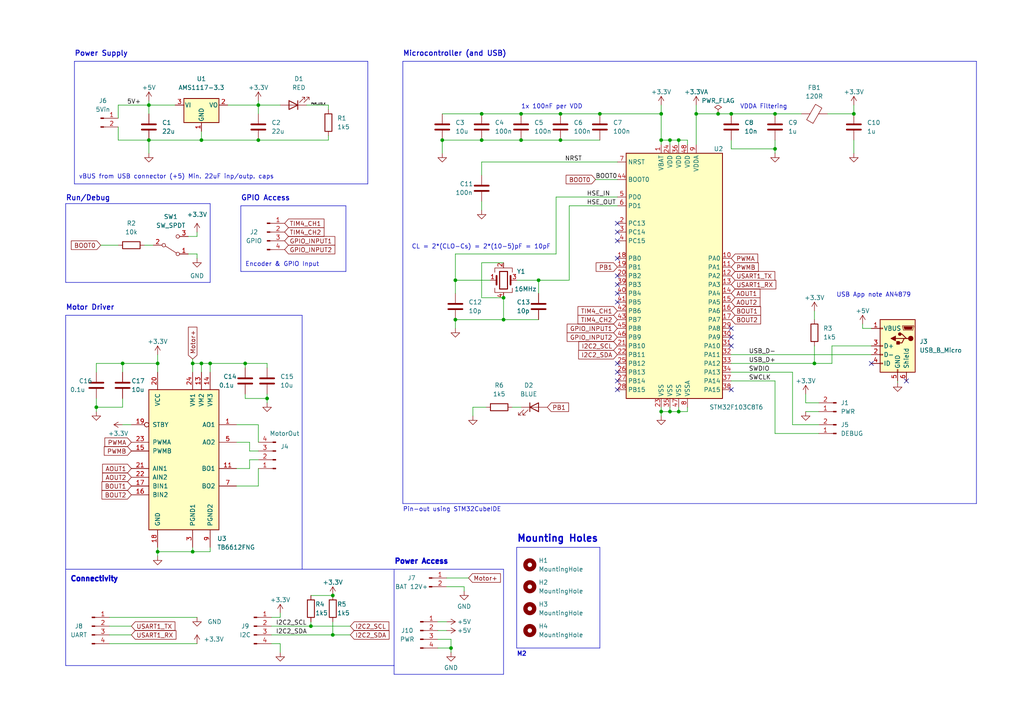
<source format=kicad_sch>
(kicad_sch (version 20230121) (generator eeschema)

  (uuid 699c84c3-02f4-426d-b80a-d53da0387b30)

  (paper "A4")

  (lib_symbols
    (symbol "Connector:Conn_01x02_Male" (pin_names (offset 1.016) hide) (in_bom yes) (on_board yes)
      (property "Reference" "J" (at 0 2.54 0)
        (effects (font (size 1.27 1.27)))
      )
      (property "Value" "Conn_01x02_Male" (at 0 -5.08 0)
        (effects (font (size 1.27 1.27)))
      )
      (property "Footprint" "" (at 0 0 0)
        (effects (font (size 1.27 1.27)) hide)
      )
      (property "Datasheet" "~" (at 0 0 0)
        (effects (font (size 1.27 1.27)) hide)
      )
      (property "ki_keywords" "connector" (at 0 0 0)
        (effects (font (size 1.27 1.27)) hide)
      )
      (property "ki_description" "Generic connector, single row, 01x02, script generated (kicad-library-utils/schlib/autogen/connector/)" (at 0 0 0)
        (effects (font (size 1.27 1.27)) hide)
      )
      (property "ki_fp_filters" "Connector*:*_1x??_*" (at 0 0 0)
        (effects (font (size 1.27 1.27)) hide)
      )
      (symbol "Conn_01x02_Male_1_1"
        (polyline
          (pts
            (xy 1.27 -2.54)
            (xy 0.8636 -2.54)
          )
          (stroke (width 0.1524) (type default))
          (fill (type none))
        )
        (polyline
          (pts
            (xy 1.27 0)
            (xy 0.8636 0)
          )
          (stroke (width 0.1524) (type default))
          (fill (type none))
        )
        (rectangle (start 0.8636 -2.413) (end 0 -2.667)
          (stroke (width 0.1524) (type default))
          (fill (type outline))
        )
        (rectangle (start 0.8636 0.127) (end 0 -0.127)
          (stroke (width 0.1524) (type default))
          (fill (type outline))
        )
        (pin passive line (at 5.08 0 180) (length 3.81)
          (name "Pin_1" (effects (font (size 1.27 1.27))))
          (number "1" (effects (font (size 1.27 1.27))))
        )
        (pin passive line (at 5.08 -2.54 180) (length 3.81)
          (name "Pin_2" (effects (font (size 1.27 1.27))))
          (number "2" (effects (font (size 1.27 1.27))))
        )
      )
    )
    (symbol "Connector:Conn_01x04_Male" (pin_names (offset 1.016) hide) (in_bom yes) (on_board yes)
      (property "Reference" "J" (at 0 5.08 0)
        (effects (font (size 1.27 1.27)))
      )
      (property "Value" "Conn_01x04_Male" (at 0 -7.62 0)
        (effects (font (size 1.27 1.27)))
      )
      (property "Footprint" "" (at 0 0 0)
        (effects (font (size 1.27 1.27)) hide)
      )
      (property "Datasheet" "~" (at 0 0 0)
        (effects (font (size 1.27 1.27)) hide)
      )
      (property "ki_keywords" "connector" (at 0 0 0)
        (effects (font (size 1.27 1.27)) hide)
      )
      (property "ki_description" "Generic connector, single row, 01x04, script generated (kicad-library-utils/schlib/autogen/connector/)" (at 0 0 0)
        (effects (font (size 1.27 1.27)) hide)
      )
      (property "ki_fp_filters" "Connector*:*_1x??_*" (at 0 0 0)
        (effects (font (size 1.27 1.27)) hide)
      )
      (symbol "Conn_01x04_Male_1_1"
        (polyline
          (pts
            (xy 1.27 -5.08)
            (xy 0.8636 -5.08)
          )
          (stroke (width 0.1524) (type default))
          (fill (type none))
        )
        (polyline
          (pts
            (xy 1.27 -2.54)
            (xy 0.8636 -2.54)
          )
          (stroke (width 0.1524) (type default))
          (fill (type none))
        )
        (polyline
          (pts
            (xy 1.27 0)
            (xy 0.8636 0)
          )
          (stroke (width 0.1524) (type default))
          (fill (type none))
        )
        (polyline
          (pts
            (xy 1.27 2.54)
            (xy 0.8636 2.54)
          )
          (stroke (width 0.1524) (type default))
          (fill (type none))
        )
        (rectangle (start 0.8636 -4.953) (end 0 -5.207)
          (stroke (width 0.1524) (type default))
          (fill (type outline))
        )
        (rectangle (start 0.8636 -2.413) (end 0 -2.667)
          (stroke (width 0.1524) (type default))
          (fill (type outline))
        )
        (rectangle (start 0.8636 0.127) (end 0 -0.127)
          (stroke (width 0.1524) (type default))
          (fill (type outline))
        )
        (rectangle (start 0.8636 2.667) (end 0 2.413)
          (stroke (width 0.1524) (type default))
          (fill (type outline))
        )
        (pin passive line (at 5.08 2.54 180) (length 3.81)
          (name "Pin_1" (effects (font (size 1.27 1.27))))
          (number "1" (effects (font (size 1.27 1.27))))
        )
        (pin passive line (at 5.08 0 180) (length 3.81)
          (name "Pin_2" (effects (font (size 1.27 1.27))))
          (number "2" (effects (font (size 1.27 1.27))))
        )
        (pin passive line (at 5.08 -2.54 180) (length 3.81)
          (name "Pin_3" (effects (font (size 1.27 1.27))))
          (number "3" (effects (font (size 1.27 1.27))))
        )
        (pin passive line (at 5.08 -5.08 180) (length 3.81)
          (name "Pin_4" (effects (font (size 1.27 1.27))))
          (number "4" (effects (font (size 1.27 1.27))))
        )
      )
    )
    (symbol "Connector:USB_B_Micro" (pin_names (offset 1.016)) (in_bom yes) (on_board yes)
      (property "Reference" "J" (at -5.08 11.43 0)
        (effects (font (size 1.27 1.27)) (justify left))
      )
      (property "Value" "USB_B_Micro" (at -5.08 8.89 0)
        (effects (font (size 1.27 1.27)) (justify left))
      )
      (property "Footprint" "" (at 3.81 -1.27 0)
        (effects (font (size 1.27 1.27)) hide)
      )
      (property "Datasheet" "~" (at 3.81 -1.27 0)
        (effects (font (size 1.27 1.27)) hide)
      )
      (property "ki_keywords" "connector USB micro" (at 0 0 0)
        (effects (font (size 1.27 1.27)) hide)
      )
      (property "ki_description" "USB Micro Type B connector" (at 0 0 0)
        (effects (font (size 1.27 1.27)) hide)
      )
      (property "ki_fp_filters" "USB*" (at 0 0 0)
        (effects (font (size 1.27 1.27)) hide)
      )
      (symbol "USB_B_Micro_0_1"
        (rectangle (start -5.08 -7.62) (end 5.08 7.62)
          (stroke (width 0.254) (type default))
          (fill (type background))
        )
        (circle (center -3.81 2.159) (radius 0.635)
          (stroke (width 0.254) (type default))
          (fill (type outline))
        )
        (circle (center -0.635 3.429) (radius 0.381)
          (stroke (width 0.254) (type default))
          (fill (type outline))
        )
        (rectangle (start -0.127 -7.62) (end 0.127 -6.858)
          (stroke (width 0) (type default))
          (fill (type none))
        )
        (polyline
          (pts
            (xy -1.905 2.159)
            (xy 0.635 2.159)
          )
          (stroke (width 0.254) (type default))
          (fill (type none))
        )
        (polyline
          (pts
            (xy -3.175 2.159)
            (xy -2.54 2.159)
            (xy -1.27 3.429)
            (xy -0.635 3.429)
          )
          (stroke (width 0.254) (type default))
          (fill (type none))
        )
        (polyline
          (pts
            (xy -2.54 2.159)
            (xy -1.905 2.159)
            (xy -1.27 0.889)
            (xy 0 0.889)
          )
          (stroke (width 0.254) (type default))
          (fill (type none))
        )
        (polyline
          (pts
            (xy 0.635 2.794)
            (xy 0.635 1.524)
            (xy 1.905 2.159)
            (xy 0.635 2.794)
          )
          (stroke (width 0.254) (type default))
          (fill (type outline))
        )
        (polyline
          (pts
            (xy -4.318 5.588)
            (xy -1.778 5.588)
            (xy -2.032 4.826)
            (xy -4.064 4.826)
            (xy -4.318 5.588)
          )
          (stroke (width 0) (type default))
          (fill (type outline))
        )
        (polyline
          (pts
            (xy -4.699 5.842)
            (xy -4.699 5.588)
            (xy -4.445 4.826)
            (xy -4.445 4.572)
            (xy -1.651 4.572)
            (xy -1.651 4.826)
            (xy -1.397 5.588)
            (xy -1.397 5.842)
            (xy -4.699 5.842)
          )
          (stroke (width 0) (type default))
          (fill (type none))
        )
        (rectangle (start 0.254 1.27) (end -0.508 0.508)
          (stroke (width 0.254) (type default))
          (fill (type outline))
        )
        (rectangle (start 5.08 -5.207) (end 4.318 -4.953)
          (stroke (width 0) (type default))
          (fill (type none))
        )
        (rectangle (start 5.08 -2.667) (end 4.318 -2.413)
          (stroke (width 0) (type default))
          (fill (type none))
        )
        (rectangle (start 5.08 -0.127) (end 4.318 0.127)
          (stroke (width 0) (type default))
          (fill (type none))
        )
        (rectangle (start 5.08 4.953) (end 4.318 5.207)
          (stroke (width 0) (type default))
          (fill (type none))
        )
      )
      (symbol "USB_B_Micro_1_1"
        (pin power_out line (at 7.62 5.08 180) (length 2.54)
          (name "VBUS" (effects (font (size 1.27 1.27))))
          (number "1" (effects (font (size 1.27 1.27))))
        )
        (pin bidirectional line (at 7.62 -2.54 180) (length 2.54)
          (name "D-" (effects (font (size 1.27 1.27))))
          (number "2" (effects (font (size 1.27 1.27))))
        )
        (pin bidirectional line (at 7.62 0 180) (length 2.54)
          (name "D+" (effects (font (size 1.27 1.27))))
          (number "3" (effects (font (size 1.27 1.27))))
        )
        (pin passive line (at 7.62 -5.08 180) (length 2.54)
          (name "ID" (effects (font (size 1.27 1.27))))
          (number "4" (effects (font (size 1.27 1.27))))
        )
        (pin power_out line (at 0 -10.16 90) (length 2.54)
          (name "GND" (effects (font (size 1.27 1.27))))
          (number "5" (effects (font (size 1.27 1.27))))
        )
        (pin passive line (at -2.54 -10.16 90) (length 2.54)
          (name "Shield" (effects (font (size 1.27 1.27))))
          (number "6" (effects (font (size 1.27 1.27))))
        )
      )
    )
    (symbol "Device:C" (pin_numbers hide) (pin_names (offset 0.254)) (in_bom yes) (on_board yes)
      (property "Reference" "C" (at 0.635 2.54 0)
        (effects (font (size 1.27 1.27)) (justify left))
      )
      (property "Value" "C" (at 0.635 -2.54 0)
        (effects (font (size 1.27 1.27)) (justify left))
      )
      (property "Footprint" "" (at 0.9652 -3.81 0)
        (effects (font (size 1.27 1.27)) hide)
      )
      (property "Datasheet" "~" (at 0 0 0)
        (effects (font (size 1.27 1.27)) hide)
      )
      (property "ki_keywords" "cap capacitor" (at 0 0 0)
        (effects (font (size 1.27 1.27)) hide)
      )
      (property "ki_description" "Unpolarized capacitor" (at 0 0 0)
        (effects (font (size 1.27 1.27)) hide)
      )
      (property "ki_fp_filters" "C_*" (at 0 0 0)
        (effects (font (size 1.27 1.27)) hide)
      )
      (symbol "C_0_1"
        (polyline
          (pts
            (xy -2.032 -0.762)
            (xy 2.032 -0.762)
          )
          (stroke (width 0.508) (type default))
          (fill (type none))
        )
        (polyline
          (pts
            (xy -2.032 0.762)
            (xy 2.032 0.762)
          )
          (stroke (width 0.508) (type default))
          (fill (type none))
        )
      )
      (symbol "C_1_1"
        (pin passive line (at 0 3.81 270) (length 2.794)
          (name "~" (effects (font (size 1.27 1.27))))
          (number "1" (effects (font (size 1.27 1.27))))
        )
        (pin passive line (at 0 -3.81 90) (length 2.794)
          (name "~" (effects (font (size 1.27 1.27))))
          (number "2" (effects (font (size 1.27 1.27))))
        )
      )
    )
    (symbol "Device:Crystal_GND24" (pin_names (offset 1.016) hide) (in_bom yes) (on_board yes)
      (property "Reference" "Y" (at 3.175 5.08 0)
        (effects (font (size 1.27 1.27)) (justify left))
      )
      (property "Value" "Crystal_GND24" (at 3.175 3.175 0)
        (effects (font (size 1.27 1.27)) (justify left))
      )
      (property "Footprint" "" (at 0 0 0)
        (effects (font (size 1.27 1.27)) hide)
      )
      (property "Datasheet" "~" (at 0 0 0)
        (effects (font (size 1.27 1.27)) hide)
      )
      (property "ki_keywords" "quartz ceramic resonator oscillator" (at 0 0 0)
        (effects (font (size 1.27 1.27)) hide)
      )
      (property "ki_description" "Four pin crystal, GND on pins 2 and 4" (at 0 0 0)
        (effects (font (size 1.27 1.27)) hide)
      )
      (property "ki_fp_filters" "Crystal*" (at 0 0 0)
        (effects (font (size 1.27 1.27)) hide)
      )
      (symbol "Crystal_GND24_0_1"
        (rectangle (start -1.143 2.54) (end 1.143 -2.54)
          (stroke (width 0.3048) (type default))
          (fill (type none))
        )
        (polyline
          (pts
            (xy -2.54 0)
            (xy -2.032 0)
          )
          (stroke (width 0) (type default))
          (fill (type none))
        )
        (polyline
          (pts
            (xy -2.032 -1.27)
            (xy -2.032 1.27)
          )
          (stroke (width 0.508) (type default))
          (fill (type none))
        )
        (polyline
          (pts
            (xy 0 -3.81)
            (xy 0 -3.556)
          )
          (stroke (width 0) (type default))
          (fill (type none))
        )
        (polyline
          (pts
            (xy 0 3.556)
            (xy 0 3.81)
          )
          (stroke (width 0) (type default))
          (fill (type none))
        )
        (polyline
          (pts
            (xy 2.032 -1.27)
            (xy 2.032 1.27)
          )
          (stroke (width 0.508) (type default))
          (fill (type none))
        )
        (polyline
          (pts
            (xy 2.032 0)
            (xy 2.54 0)
          )
          (stroke (width 0) (type default))
          (fill (type none))
        )
        (polyline
          (pts
            (xy -2.54 -2.286)
            (xy -2.54 -3.556)
            (xy 2.54 -3.556)
            (xy 2.54 -2.286)
          )
          (stroke (width 0) (type default))
          (fill (type none))
        )
        (polyline
          (pts
            (xy -2.54 2.286)
            (xy -2.54 3.556)
            (xy 2.54 3.556)
            (xy 2.54 2.286)
          )
          (stroke (width 0) (type default))
          (fill (type none))
        )
      )
      (symbol "Crystal_GND24_1_1"
        (pin passive line (at -3.81 0 0) (length 1.27)
          (name "1" (effects (font (size 1.27 1.27))))
          (number "1" (effects (font (size 1.27 1.27))))
        )
        (pin passive line (at 0 5.08 270) (length 1.27)
          (name "2" (effects (font (size 1.27 1.27))))
          (number "2" (effects (font (size 1.27 1.27))))
        )
        (pin passive line (at 3.81 0 180) (length 1.27)
          (name "3" (effects (font (size 1.27 1.27))))
          (number "3" (effects (font (size 1.27 1.27))))
        )
        (pin passive line (at 0 -5.08 90) (length 1.27)
          (name "4" (effects (font (size 1.27 1.27))))
          (number "4" (effects (font (size 1.27 1.27))))
        )
      )
    )
    (symbol "Device:FerriteBead" (pin_numbers hide) (pin_names (offset 0)) (in_bom yes) (on_board yes)
      (property "Reference" "FB" (at -3.81 0.635 90)
        (effects (font (size 1.27 1.27)))
      )
      (property "Value" "FerriteBead" (at 3.81 0 90)
        (effects (font (size 1.27 1.27)))
      )
      (property "Footprint" "" (at -1.778 0 90)
        (effects (font (size 1.27 1.27)) hide)
      )
      (property "Datasheet" "~" (at 0 0 0)
        (effects (font (size 1.27 1.27)) hide)
      )
      (property "ki_keywords" "L ferrite bead inductor filter" (at 0 0 0)
        (effects (font (size 1.27 1.27)) hide)
      )
      (property "ki_description" "Ferrite bead" (at 0 0 0)
        (effects (font (size 1.27 1.27)) hide)
      )
      (property "ki_fp_filters" "Inductor_* L_* *Ferrite*" (at 0 0 0)
        (effects (font (size 1.27 1.27)) hide)
      )
      (symbol "FerriteBead_0_1"
        (polyline
          (pts
            (xy 0 -1.27)
            (xy 0 -1.2192)
          )
          (stroke (width 0) (type default))
          (fill (type none))
        )
        (polyline
          (pts
            (xy 0 1.27)
            (xy 0 1.2954)
          )
          (stroke (width 0) (type default))
          (fill (type none))
        )
        (polyline
          (pts
            (xy -2.7686 0.4064)
            (xy -1.7018 2.2606)
            (xy 2.7686 -0.3048)
            (xy 1.6764 -2.159)
            (xy -2.7686 0.4064)
          )
          (stroke (width 0) (type default))
          (fill (type none))
        )
      )
      (symbol "FerriteBead_1_1"
        (pin passive line (at 0 3.81 270) (length 2.54)
          (name "~" (effects (font (size 1.27 1.27))))
          (number "1" (effects (font (size 1.27 1.27))))
        )
        (pin passive line (at 0 -3.81 90) (length 2.54)
          (name "~" (effects (font (size 1.27 1.27))))
          (number "2" (effects (font (size 1.27 1.27))))
        )
      )
    )
    (symbol "Device:LED" (pin_numbers hide) (pin_names (offset 1.016) hide) (in_bom yes) (on_board yes)
      (property "Reference" "D" (at 0 2.54 0)
        (effects (font (size 1.27 1.27)))
      )
      (property "Value" "LED" (at 0 -2.54 0)
        (effects (font (size 1.27 1.27)))
      )
      (property "Footprint" "" (at 0 0 0)
        (effects (font (size 1.27 1.27)) hide)
      )
      (property "Datasheet" "~" (at 0 0 0)
        (effects (font (size 1.27 1.27)) hide)
      )
      (property "ki_keywords" "LED diode" (at 0 0 0)
        (effects (font (size 1.27 1.27)) hide)
      )
      (property "ki_description" "Light emitting diode" (at 0 0 0)
        (effects (font (size 1.27 1.27)) hide)
      )
      (property "ki_fp_filters" "LED* LED_SMD:* LED_THT:*" (at 0 0 0)
        (effects (font (size 1.27 1.27)) hide)
      )
      (symbol "LED_0_1"
        (polyline
          (pts
            (xy -1.27 -1.27)
            (xy -1.27 1.27)
          )
          (stroke (width 0.254) (type default))
          (fill (type none))
        )
        (polyline
          (pts
            (xy -1.27 0)
            (xy 1.27 0)
          )
          (stroke (width 0) (type default))
          (fill (type none))
        )
        (polyline
          (pts
            (xy 1.27 -1.27)
            (xy 1.27 1.27)
            (xy -1.27 0)
            (xy 1.27 -1.27)
          )
          (stroke (width 0.254) (type default))
          (fill (type none))
        )
        (polyline
          (pts
            (xy -3.048 -0.762)
            (xy -4.572 -2.286)
            (xy -3.81 -2.286)
            (xy -4.572 -2.286)
            (xy -4.572 -1.524)
          )
          (stroke (width 0) (type default))
          (fill (type none))
        )
        (polyline
          (pts
            (xy -1.778 -0.762)
            (xy -3.302 -2.286)
            (xy -2.54 -2.286)
            (xy -3.302 -2.286)
            (xy -3.302 -1.524)
          )
          (stroke (width 0) (type default))
          (fill (type none))
        )
      )
      (symbol "LED_1_1"
        (pin passive line (at -3.81 0 0) (length 2.54)
          (name "K" (effects (font (size 1.27 1.27))))
          (number "1" (effects (font (size 1.27 1.27))))
        )
        (pin passive line (at 3.81 0 180) (length 2.54)
          (name "A" (effects (font (size 1.27 1.27))))
          (number "2" (effects (font (size 1.27 1.27))))
        )
      )
    )
    (symbol "Device:R" (pin_numbers hide) (pin_names (offset 0)) (in_bom yes) (on_board yes)
      (property "Reference" "R" (at 2.032 0 90)
        (effects (font (size 1.27 1.27)))
      )
      (property "Value" "R" (at 0 0 90)
        (effects (font (size 1.27 1.27)))
      )
      (property "Footprint" "" (at -1.778 0 90)
        (effects (font (size 1.27 1.27)) hide)
      )
      (property "Datasheet" "~" (at 0 0 0)
        (effects (font (size 1.27 1.27)) hide)
      )
      (property "ki_keywords" "R res resistor" (at 0 0 0)
        (effects (font (size 1.27 1.27)) hide)
      )
      (property "ki_description" "Resistor" (at 0 0 0)
        (effects (font (size 1.27 1.27)) hide)
      )
      (property "ki_fp_filters" "R_*" (at 0 0 0)
        (effects (font (size 1.27 1.27)) hide)
      )
      (symbol "R_0_1"
        (rectangle (start -1.016 -2.54) (end 1.016 2.54)
          (stroke (width 0.254) (type default))
          (fill (type none))
        )
      )
      (symbol "R_1_1"
        (pin passive line (at 0 3.81 270) (length 1.27)
          (name "~" (effects (font (size 1.27 1.27))))
          (number "1" (effects (font (size 1.27 1.27))))
        )
        (pin passive line (at 0 -3.81 90) (length 1.27)
          (name "~" (effects (font (size 1.27 1.27))))
          (number "2" (effects (font (size 1.27 1.27))))
        )
      )
    )
    (symbol "Driver_Motor:TB6612FNG" (pin_names (offset 1.016)) (in_bom yes) (on_board yes)
      (property "Reference" "U" (at 11.43 17.78 0)
        (effects (font (size 1.27 1.27)) (justify left))
      )
      (property "Value" "TB6612FNG" (at 11.43 15.24 0)
        (effects (font (size 1.27 1.27)) (justify left))
      )
      (property "Footprint" "Package_SO:SSOP-24_5.3x8.2mm_P0.65mm" (at 33.02 -22.86 0)
        (effects (font (size 1.27 1.27)) hide)
      )
      (property "Datasheet" "https://toshiba.semicon-storage.com/us/product/linear/motordriver/detail.TB6612FNG.html" (at 11.43 15.24 0)
        (effects (font (size 1.27 1.27)) hide)
      )
      (property "ki_keywords" "H-bridge motor driver" (at 0 0 0)
        (effects (font (size 1.27 1.27)) hide)
      )
      (property "ki_description" "Driver IC for Dual DC motor, SSOP-24" (at 0 0 0)
        (effects (font (size 1.27 1.27)) hide)
      )
      (property "ki_fp_filters" "SSOP-24*5.3x8.2mm*P0.65mm*" (at 0 0 0)
        (effects (font (size 1.27 1.27)) hide)
      )
      (symbol "TB6612FNG_0_1"
        (rectangle (start -10.16 20.32) (end 10.16 -20.32)
          (stroke (width 0.254) (type default))
          (fill (type background))
        )
      )
      (symbol "TB6612FNG_1_1"
        (pin output line (at 15.24 10.16 180) (length 5.08)
          (name "AO1" (effects (font (size 1.27 1.27))))
          (number "1" (effects (font (size 1.27 1.27))))
        )
        (pin passive line (at 7.62 -25.4 90) (length 5.08) hide
          (name "PGND2" (effects (font (size 1.27 1.27))))
          (number "10" (effects (font (size 1.27 1.27))))
        )
        (pin output line (at 15.24 -2.54 180) (length 5.08)
          (name "BO1" (effects (font (size 1.27 1.27))))
          (number "11" (effects (font (size 1.27 1.27))))
        )
        (pin passive line (at 15.24 -2.54 180) (length 5.08) hide
          (name "BO1" (effects (font (size 1.27 1.27))))
          (number "12" (effects (font (size 1.27 1.27))))
        )
        (pin power_in line (at 5.08 25.4 270) (length 5.08)
          (name "VM2" (effects (font (size 1.27 1.27))))
          (number "13" (effects (font (size 1.27 1.27))))
        )
        (pin power_in line (at 7.62 25.4 270) (length 5.08)
          (name "VM3" (effects (font (size 1.27 1.27))))
          (number "14" (effects (font (size 1.27 1.27))))
        )
        (pin input line (at -15.24 2.54 0) (length 5.08)
          (name "PWMB" (effects (font (size 1.27 1.27))))
          (number "15" (effects (font (size 1.27 1.27))))
        )
        (pin input line (at -15.24 -10.16 0) (length 5.08)
          (name "BIN2" (effects (font (size 1.27 1.27))))
          (number "16" (effects (font (size 1.27 1.27))))
        )
        (pin input line (at -15.24 -7.62 0) (length 5.08)
          (name "BIN1" (effects (font (size 1.27 1.27))))
          (number "17" (effects (font (size 1.27 1.27))))
        )
        (pin power_in line (at -7.62 -25.4 90) (length 5.08)
          (name "GND" (effects (font (size 1.27 1.27))))
          (number "18" (effects (font (size 1.27 1.27))))
        )
        (pin input inverted (at -15.24 10.16 0) (length 5.08)
          (name "STBY" (effects (font (size 1.27 1.27))))
          (number "19" (effects (font (size 1.27 1.27))))
        )
        (pin passive line (at 15.24 10.16 180) (length 5.08) hide
          (name "AO1" (effects (font (size 1.27 1.27))))
          (number "2" (effects (font (size 1.27 1.27))))
        )
        (pin power_in line (at -7.62 25.4 270) (length 5.08)
          (name "VCC" (effects (font (size 1.27 1.27))))
          (number "20" (effects (font (size 1.27 1.27))))
        )
        (pin input line (at -15.24 -2.54 0) (length 5.08)
          (name "AIN1" (effects (font (size 1.27 1.27))))
          (number "21" (effects (font (size 1.27 1.27))))
        )
        (pin input line (at -15.24 -5.08 0) (length 5.08)
          (name "AIN2" (effects (font (size 1.27 1.27))))
          (number "22" (effects (font (size 1.27 1.27))))
        )
        (pin input line (at -15.24 5.08 0) (length 5.08)
          (name "PWMA" (effects (font (size 1.27 1.27))))
          (number "23" (effects (font (size 1.27 1.27))))
        )
        (pin power_in line (at 2.54 25.4 270) (length 5.08)
          (name "VM1" (effects (font (size 1.27 1.27))))
          (number "24" (effects (font (size 1.27 1.27))))
        )
        (pin power_in line (at 2.54 -25.4 90) (length 5.08)
          (name "PGND1" (effects (font (size 1.27 1.27))))
          (number "3" (effects (font (size 1.27 1.27))))
        )
        (pin passive line (at 2.54 -25.4 90) (length 5.08) hide
          (name "PGND1" (effects (font (size 1.27 1.27))))
          (number "4" (effects (font (size 1.27 1.27))))
        )
        (pin output line (at 15.24 5.08 180) (length 5.08)
          (name "AO2" (effects (font (size 1.27 1.27))))
          (number "5" (effects (font (size 1.27 1.27))))
        )
        (pin passive line (at 15.24 5.08 180) (length 5.08) hide
          (name "AO2" (effects (font (size 1.27 1.27))))
          (number "6" (effects (font (size 1.27 1.27))))
        )
        (pin output line (at 15.24 -7.62 180) (length 5.08)
          (name "BO2" (effects (font (size 1.27 1.27))))
          (number "7" (effects (font (size 1.27 1.27))))
        )
        (pin passive line (at 15.24 -7.62 180) (length 5.08) hide
          (name "BO2" (effects (font (size 1.27 1.27))))
          (number "8" (effects (font (size 1.27 1.27))))
        )
        (pin power_in line (at 7.62 -25.4 90) (length 5.08)
          (name "PGND2" (effects (font (size 1.27 1.27))))
          (number "9" (effects (font (size 1.27 1.27))))
        )
      )
    )
    (symbol "MCU_ST_STM32F1:STM32F103C8Tx" (in_bom yes) (on_board yes)
      (property "Reference" "U" (at -15.24 36.83 0)
        (effects (font (size 1.27 1.27)) (justify left))
      )
      (property "Value" "STM32F103C8Tx" (at 7.62 36.83 0)
        (effects (font (size 1.27 1.27)) (justify left))
      )
      (property "Footprint" "Package_QFP:LQFP-48_7x7mm_P0.5mm" (at -15.24 -35.56 0)
        (effects (font (size 1.27 1.27)) (justify right) hide)
      )
      (property "Datasheet" "http://www.st.com/st-web-ui/static/active/en/resource/technical/document/datasheet/CD00161566.pdf" (at 0 0 0)
        (effects (font (size 1.27 1.27)) hide)
      )
      (property "ki_keywords" "ARM Cortex-M3 STM32F1 STM32F103" (at 0 0 0)
        (effects (font (size 1.27 1.27)) hide)
      )
      (property "ki_description" "ARM Cortex-M3 MCU, 64KB flash, 20KB RAM, 72MHz, 2-3.6V, 37 GPIO, LQFP-48" (at 0 0 0)
        (effects (font (size 1.27 1.27)) hide)
      )
      (property "ki_fp_filters" "LQFP*7x7mm*P0.5mm*" (at 0 0 0)
        (effects (font (size 1.27 1.27)) hide)
      )
      (symbol "STM32F103C8Tx_0_1"
        (rectangle (start -15.24 -35.56) (end 12.7 35.56)
          (stroke (width 0.254) (type default))
          (fill (type background))
        )
      )
      (symbol "STM32F103C8Tx_1_1"
        (pin power_in line (at -5.08 38.1 270) (length 2.54)
          (name "VBAT" (effects (font (size 1.27 1.27))))
          (number "1" (effects (font (size 1.27 1.27))))
        )
        (pin bidirectional line (at 15.24 5.08 180) (length 2.54)
          (name "PA0" (effects (font (size 1.27 1.27))))
          (number "10" (effects (font (size 1.27 1.27))))
        )
        (pin bidirectional line (at 15.24 2.54 180) (length 2.54)
          (name "PA1" (effects (font (size 1.27 1.27))))
          (number "11" (effects (font (size 1.27 1.27))))
        )
        (pin bidirectional line (at 15.24 0 180) (length 2.54)
          (name "PA2" (effects (font (size 1.27 1.27))))
          (number "12" (effects (font (size 1.27 1.27))))
        )
        (pin bidirectional line (at 15.24 -2.54 180) (length 2.54)
          (name "PA3" (effects (font (size 1.27 1.27))))
          (number "13" (effects (font (size 1.27 1.27))))
        )
        (pin bidirectional line (at 15.24 -5.08 180) (length 2.54)
          (name "PA4" (effects (font (size 1.27 1.27))))
          (number "14" (effects (font (size 1.27 1.27))))
        )
        (pin bidirectional line (at 15.24 -7.62 180) (length 2.54)
          (name "PA5" (effects (font (size 1.27 1.27))))
          (number "15" (effects (font (size 1.27 1.27))))
        )
        (pin bidirectional line (at 15.24 -10.16 180) (length 2.54)
          (name "PA6" (effects (font (size 1.27 1.27))))
          (number "16" (effects (font (size 1.27 1.27))))
        )
        (pin bidirectional line (at 15.24 -12.7 180) (length 2.54)
          (name "PA7" (effects (font (size 1.27 1.27))))
          (number "17" (effects (font (size 1.27 1.27))))
        )
        (pin bidirectional line (at -17.78 5.08 0) (length 2.54)
          (name "PB0" (effects (font (size 1.27 1.27))))
          (number "18" (effects (font (size 1.27 1.27))))
        )
        (pin bidirectional line (at -17.78 2.54 0) (length 2.54)
          (name "PB1" (effects (font (size 1.27 1.27))))
          (number "19" (effects (font (size 1.27 1.27))))
        )
        (pin bidirectional line (at -17.78 15.24 0) (length 2.54)
          (name "PC13" (effects (font (size 1.27 1.27))))
          (number "2" (effects (font (size 1.27 1.27))))
        )
        (pin bidirectional line (at -17.78 0 0) (length 2.54)
          (name "PB2" (effects (font (size 1.27 1.27))))
          (number "20" (effects (font (size 1.27 1.27))))
        )
        (pin bidirectional line (at -17.78 -20.32 0) (length 2.54)
          (name "PB10" (effects (font (size 1.27 1.27))))
          (number "21" (effects (font (size 1.27 1.27))))
        )
        (pin bidirectional line (at -17.78 -22.86 0) (length 2.54)
          (name "PB11" (effects (font (size 1.27 1.27))))
          (number "22" (effects (font (size 1.27 1.27))))
        )
        (pin power_in line (at -5.08 -38.1 90) (length 2.54)
          (name "VSS" (effects (font (size 1.27 1.27))))
          (number "23" (effects (font (size 1.27 1.27))))
        )
        (pin power_in line (at -2.54 38.1 270) (length 2.54)
          (name "VDD" (effects (font (size 1.27 1.27))))
          (number "24" (effects (font (size 1.27 1.27))))
        )
        (pin bidirectional line (at -17.78 -25.4 0) (length 2.54)
          (name "PB12" (effects (font (size 1.27 1.27))))
          (number "25" (effects (font (size 1.27 1.27))))
        )
        (pin bidirectional line (at -17.78 -27.94 0) (length 2.54)
          (name "PB13" (effects (font (size 1.27 1.27))))
          (number "26" (effects (font (size 1.27 1.27))))
        )
        (pin bidirectional line (at -17.78 -30.48 0) (length 2.54)
          (name "PB14" (effects (font (size 1.27 1.27))))
          (number "27" (effects (font (size 1.27 1.27))))
        )
        (pin bidirectional line (at -17.78 -33.02 0) (length 2.54)
          (name "PB15" (effects (font (size 1.27 1.27))))
          (number "28" (effects (font (size 1.27 1.27))))
        )
        (pin bidirectional line (at 15.24 -15.24 180) (length 2.54)
          (name "PA8" (effects (font (size 1.27 1.27))))
          (number "29" (effects (font (size 1.27 1.27))))
        )
        (pin bidirectional line (at -17.78 12.7 0) (length 2.54)
          (name "PC14" (effects (font (size 1.27 1.27))))
          (number "3" (effects (font (size 1.27 1.27))))
        )
        (pin bidirectional line (at 15.24 -17.78 180) (length 2.54)
          (name "PA9" (effects (font (size 1.27 1.27))))
          (number "30" (effects (font (size 1.27 1.27))))
        )
        (pin bidirectional line (at 15.24 -20.32 180) (length 2.54)
          (name "PA10" (effects (font (size 1.27 1.27))))
          (number "31" (effects (font (size 1.27 1.27))))
        )
        (pin bidirectional line (at 15.24 -22.86 180) (length 2.54)
          (name "PA11" (effects (font (size 1.27 1.27))))
          (number "32" (effects (font (size 1.27 1.27))))
        )
        (pin bidirectional line (at 15.24 -25.4 180) (length 2.54)
          (name "PA12" (effects (font (size 1.27 1.27))))
          (number "33" (effects (font (size 1.27 1.27))))
        )
        (pin bidirectional line (at 15.24 -27.94 180) (length 2.54)
          (name "PA13" (effects (font (size 1.27 1.27))))
          (number "34" (effects (font (size 1.27 1.27))))
        )
        (pin power_in line (at -2.54 -38.1 90) (length 2.54)
          (name "VSS" (effects (font (size 1.27 1.27))))
          (number "35" (effects (font (size 1.27 1.27))))
        )
        (pin power_in line (at 0 38.1 270) (length 2.54)
          (name "VDD" (effects (font (size 1.27 1.27))))
          (number "36" (effects (font (size 1.27 1.27))))
        )
        (pin bidirectional line (at 15.24 -30.48 180) (length 2.54)
          (name "PA14" (effects (font (size 1.27 1.27))))
          (number "37" (effects (font (size 1.27 1.27))))
        )
        (pin bidirectional line (at 15.24 -33.02 180) (length 2.54)
          (name "PA15" (effects (font (size 1.27 1.27))))
          (number "38" (effects (font (size 1.27 1.27))))
        )
        (pin bidirectional line (at -17.78 -2.54 0) (length 2.54)
          (name "PB3" (effects (font (size 1.27 1.27))))
          (number "39" (effects (font (size 1.27 1.27))))
        )
        (pin bidirectional line (at -17.78 10.16 0) (length 2.54)
          (name "PC15" (effects (font (size 1.27 1.27))))
          (number "4" (effects (font (size 1.27 1.27))))
        )
        (pin bidirectional line (at -17.78 -5.08 0) (length 2.54)
          (name "PB4" (effects (font (size 1.27 1.27))))
          (number "40" (effects (font (size 1.27 1.27))))
        )
        (pin bidirectional line (at -17.78 -7.62 0) (length 2.54)
          (name "PB5" (effects (font (size 1.27 1.27))))
          (number "41" (effects (font (size 1.27 1.27))))
        )
        (pin bidirectional line (at -17.78 -10.16 0) (length 2.54)
          (name "PB6" (effects (font (size 1.27 1.27))))
          (number "42" (effects (font (size 1.27 1.27))))
        )
        (pin bidirectional line (at -17.78 -12.7 0) (length 2.54)
          (name "PB7" (effects (font (size 1.27 1.27))))
          (number "43" (effects (font (size 1.27 1.27))))
        )
        (pin input line (at -17.78 27.94 0) (length 2.54)
          (name "BOOT0" (effects (font (size 1.27 1.27))))
          (number "44" (effects (font (size 1.27 1.27))))
        )
        (pin bidirectional line (at -17.78 -15.24 0) (length 2.54)
          (name "PB8" (effects (font (size 1.27 1.27))))
          (number "45" (effects (font (size 1.27 1.27))))
        )
        (pin bidirectional line (at -17.78 -17.78 0) (length 2.54)
          (name "PB9" (effects (font (size 1.27 1.27))))
          (number "46" (effects (font (size 1.27 1.27))))
        )
        (pin power_in line (at 0 -38.1 90) (length 2.54)
          (name "VSS" (effects (font (size 1.27 1.27))))
          (number "47" (effects (font (size 1.27 1.27))))
        )
        (pin power_in line (at 2.54 38.1 270) (length 2.54)
          (name "VDD" (effects (font (size 1.27 1.27))))
          (number "48" (effects (font (size 1.27 1.27))))
        )
        (pin input line (at -17.78 22.86 0) (length 2.54)
          (name "PD0" (effects (font (size 1.27 1.27))))
          (number "5" (effects (font (size 1.27 1.27))))
        )
        (pin input line (at -17.78 20.32 0) (length 2.54)
          (name "PD1" (effects (font (size 1.27 1.27))))
          (number "6" (effects (font (size 1.27 1.27))))
        )
        (pin input line (at -17.78 33.02 0) (length 2.54)
          (name "NRST" (effects (font (size 1.27 1.27))))
          (number "7" (effects (font (size 1.27 1.27))))
        )
        (pin power_in line (at 2.54 -38.1 90) (length 2.54)
          (name "VSSA" (effects (font (size 1.27 1.27))))
          (number "8" (effects (font (size 1.27 1.27))))
        )
        (pin power_in line (at 5.08 38.1 270) (length 2.54)
          (name "VDDA" (effects (font (size 1.27 1.27))))
          (number "9" (effects (font (size 1.27 1.27))))
        )
      )
    )
    (symbol "Mechanical:MountingHole" (pin_names (offset 1.016)) (in_bom yes) (on_board yes)
      (property "Reference" "H" (at 0 5.08 0)
        (effects (font (size 1.27 1.27)))
      )
      (property "Value" "MountingHole" (at 0 3.175 0)
        (effects (font (size 1.27 1.27)))
      )
      (property "Footprint" "" (at 0 0 0)
        (effects (font (size 1.27 1.27)) hide)
      )
      (property "Datasheet" "~" (at 0 0 0)
        (effects (font (size 1.27 1.27)) hide)
      )
      (property "ki_keywords" "mounting hole" (at 0 0 0)
        (effects (font (size 1.27 1.27)) hide)
      )
      (property "ki_description" "Mounting Hole without connection" (at 0 0 0)
        (effects (font (size 1.27 1.27)) hide)
      )
      (property "ki_fp_filters" "MountingHole*" (at 0 0 0)
        (effects (font (size 1.27 1.27)) hide)
      )
      (symbol "MountingHole_0_1"
        (circle (center 0 0) (radius 1.27)
          (stroke (width 1.27) (type default))
          (fill (type none))
        )
      )
    )
    (symbol "Regulator_Linear:AMS1117-3.3" (pin_names (offset 0.254)) (in_bom yes) (on_board yes)
      (property "Reference" "U" (at -3.81 3.175 0)
        (effects (font (size 1.27 1.27)))
      )
      (property "Value" "AMS1117-3.3" (at 0 3.175 0)
        (effects (font (size 1.27 1.27)) (justify left))
      )
      (property "Footprint" "Package_TO_SOT_SMD:SOT-223-3_TabPin2" (at 0 5.08 0)
        (effects (font (size 1.27 1.27)) hide)
      )
      (property "Datasheet" "http://www.advanced-monolithic.com/pdf/ds1117.pdf" (at 2.54 -6.35 0)
        (effects (font (size 1.27 1.27)) hide)
      )
      (property "ki_keywords" "linear regulator ldo fixed positive" (at 0 0 0)
        (effects (font (size 1.27 1.27)) hide)
      )
      (property "ki_description" "1A Low Dropout regulator, positive, 3.3V fixed output, SOT-223" (at 0 0 0)
        (effects (font (size 1.27 1.27)) hide)
      )
      (property "ki_fp_filters" "SOT?223*TabPin2*" (at 0 0 0)
        (effects (font (size 1.27 1.27)) hide)
      )
      (symbol "AMS1117-3.3_0_1"
        (rectangle (start -5.08 -5.08) (end 5.08 1.905)
          (stroke (width 0.254) (type default))
          (fill (type background))
        )
      )
      (symbol "AMS1117-3.3_1_1"
        (pin power_in line (at 0 -7.62 90) (length 2.54)
          (name "GND" (effects (font (size 1.27 1.27))))
          (number "1" (effects (font (size 1.27 1.27))))
        )
        (pin power_out line (at 7.62 0 180) (length 2.54)
          (name "VO" (effects (font (size 1.27 1.27))))
          (number "2" (effects (font (size 1.27 1.27))))
        )
        (pin power_in line (at -7.62 0 0) (length 2.54)
          (name "VI" (effects (font (size 1.27 1.27))))
          (number "3" (effects (font (size 1.27 1.27))))
        )
      )
    )
    (symbol "Switch:SW_SPDT" (pin_names (offset 0) hide) (in_bom yes) (on_board yes)
      (property "Reference" "SW" (at 0 4.318 0)
        (effects (font (size 1.27 1.27)))
      )
      (property "Value" "SW_SPDT" (at 0 -5.08 0)
        (effects (font (size 1.27 1.27)))
      )
      (property "Footprint" "" (at 0 0 0)
        (effects (font (size 1.27 1.27)) hide)
      )
      (property "Datasheet" "~" (at 0 0 0)
        (effects (font (size 1.27 1.27)) hide)
      )
      (property "ki_keywords" "switch single-pole double-throw spdt ON-ON" (at 0 0 0)
        (effects (font (size 1.27 1.27)) hide)
      )
      (property "ki_description" "Switch, single pole double throw" (at 0 0 0)
        (effects (font (size 1.27 1.27)) hide)
      )
      (symbol "SW_SPDT_0_0"
        (circle (center -2.032 0) (radius 0.508)
          (stroke (width 0) (type default))
          (fill (type none))
        )
        (circle (center 2.032 -2.54) (radius 0.508)
          (stroke (width 0) (type default))
          (fill (type none))
        )
      )
      (symbol "SW_SPDT_0_1"
        (polyline
          (pts
            (xy -1.524 0.254)
            (xy 1.651 2.286)
          )
          (stroke (width 0) (type default))
          (fill (type none))
        )
        (circle (center 2.032 2.54) (radius 0.508)
          (stroke (width 0) (type default))
          (fill (type none))
        )
      )
      (symbol "SW_SPDT_1_1"
        (pin passive line (at 5.08 2.54 180) (length 2.54)
          (name "A" (effects (font (size 1.27 1.27))))
          (number "1" (effects (font (size 1.27 1.27))))
        )
        (pin passive line (at -5.08 0 0) (length 2.54)
          (name "B" (effects (font (size 1.27 1.27))))
          (number "2" (effects (font (size 1.27 1.27))))
        )
        (pin passive line (at 5.08 -2.54 180) (length 2.54)
          (name "C" (effects (font (size 1.27 1.27))))
          (number "3" (effects (font (size 1.27 1.27))))
        )
      )
    )
    (symbol "power:+3.3V" (power) (pin_names (offset 0)) (in_bom yes) (on_board yes)
      (property "Reference" "#PWR" (at 0 -3.81 0)
        (effects (font (size 1.27 1.27)) hide)
      )
      (property "Value" "+3.3V" (at 0 3.556 0)
        (effects (font (size 1.27 1.27)))
      )
      (property "Footprint" "" (at 0 0 0)
        (effects (font (size 1.27 1.27)) hide)
      )
      (property "Datasheet" "" (at 0 0 0)
        (effects (font (size 1.27 1.27)) hide)
      )
      (property "ki_keywords" "global power" (at 0 0 0)
        (effects (font (size 1.27 1.27)) hide)
      )
      (property "ki_description" "Power symbol creates a global label with name \"+3.3V\"" (at 0 0 0)
        (effects (font (size 1.27 1.27)) hide)
      )
      (symbol "+3.3V_0_1"
        (polyline
          (pts
            (xy -0.762 1.27)
            (xy 0 2.54)
          )
          (stroke (width 0) (type default))
          (fill (type none))
        )
        (polyline
          (pts
            (xy 0 0)
            (xy 0 2.54)
          )
          (stroke (width 0) (type default))
          (fill (type none))
        )
        (polyline
          (pts
            (xy 0 2.54)
            (xy 0.762 1.27)
          )
          (stroke (width 0) (type default))
          (fill (type none))
        )
      )
      (symbol "+3.3V_1_1"
        (pin power_in line (at 0 0 90) (length 0) hide
          (name "+3.3V" (effects (font (size 1.27 1.27))))
          (number "1" (effects (font (size 1.27 1.27))))
        )
      )
    )
    (symbol "power:+3.3VA" (power) (pin_names (offset 0)) (in_bom yes) (on_board yes)
      (property "Reference" "#PWR" (at 0 -3.81 0)
        (effects (font (size 1.27 1.27)) hide)
      )
      (property "Value" "+3.3VA" (at 0 3.556 0)
        (effects (font (size 1.27 1.27)))
      )
      (property "Footprint" "" (at 0 0 0)
        (effects (font (size 1.27 1.27)) hide)
      )
      (property "Datasheet" "" (at 0 0 0)
        (effects (font (size 1.27 1.27)) hide)
      )
      (property "ki_keywords" "global power" (at 0 0 0)
        (effects (font (size 1.27 1.27)) hide)
      )
      (property "ki_description" "Power symbol creates a global label with name \"+3.3VA\"" (at 0 0 0)
        (effects (font (size 1.27 1.27)) hide)
      )
      (symbol "+3.3VA_0_1"
        (polyline
          (pts
            (xy -0.762 1.27)
            (xy 0 2.54)
          )
          (stroke (width 0) (type default))
          (fill (type none))
        )
        (polyline
          (pts
            (xy 0 0)
            (xy 0 2.54)
          )
          (stroke (width 0) (type default))
          (fill (type none))
        )
        (polyline
          (pts
            (xy 0 2.54)
            (xy 0.762 1.27)
          )
          (stroke (width 0) (type default))
          (fill (type none))
        )
      )
      (symbol "+3.3VA_1_1"
        (pin power_in line (at 0 0 90) (length 0) hide
          (name "+3.3VA" (effects (font (size 1.27 1.27))))
          (number "1" (effects (font (size 1.27 1.27))))
        )
      )
    )
    (symbol "power:+5V" (power) (pin_names (offset 0)) (in_bom yes) (on_board yes)
      (property "Reference" "#PWR" (at 0 -3.81 0)
        (effects (font (size 1.27 1.27)) hide)
      )
      (property "Value" "+5V" (at 0 3.556 0)
        (effects (font (size 1.27 1.27)))
      )
      (property "Footprint" "" (at 0 0 0)
        (effects (font (size 1.27 1.27)) hide)
      )
      (property "Datasheet" "" (at 0 0 0)
        (effects (font (size 1.27 1.27)) hide)
      )
      (property "ki_keywords" "global power" (at 0 0 0)
        (effects (font (size 1.27 1.27)) hide)
      )
      (property "ki_description" "Power symbol creates a global label with name \"+5V\"" (at 0 0 0)
        (effects (font (size 1.27 1.27)) hide)
      )
      (symbol "+5V_0_1"
        (polyline
          (pts
            (xy -0.762 1.27)
            (xy 0 2.54)
          )
          (stroke (width 0) (type default))
          (fill (type none))
        )
        (polyline
          (pts
            (xy 0 0)
            (xy 0 2.54)
          )
          (stroke (width 0) (type default))
          (fill (type none))
        )
        (polyline
          (pts
            (xy 0 2.54)
            (xy 0.762 1.27)
          )
          (stroke (width 0) (type default))
          (fill (type none))
        )
      )
      (symbol "+5V_1_1"
        (pin power_in line (at 0 0 90) (length 0) hide
          (name "+5V" (effects (font (size 1.27 1.27))))
          (number "1" (effects (font (size 1.27 1.27))))
        )
      )
    )
    (symbol "power:GND" (power) (pin_names (offset 0)) (in_bom yes) (on_board yes)
      (property "Reference" "#PWR" (at 0 -6.35 0)
        (effects (font (size 1.27 1.27)) hide)
      )
      (property "Value" "GND" (at 0 -3.81 0)
        (effects (font (size 1.27 1.27)))
      )
      (property "Footprint" "" (at 0 0 0)
        (effects (font (size 1.27 1.27)) hide)
      )
      (property "Datasheet" "" (at 0 0 0)
        (effects (font (size 1.27 1.27)) hide)
      )
      (property "ki_keywords" "global power" (at 0 0 0)
        (effects (font (size 1.27 1.27)) hide)
      )
      (property "ki_description" "Power symbol creates a global label with name \"GND\" , ground" (at 0 0 0)
        (effects (font (size 1.27 1.27)) hide)
      )
      (symbol "GND_0_1"
        (polyline
          (pts
            (xy 0 0)
            (xy 0 -1.27)
            (xy 1.27 -1.27)
            (xy 0 -2.54)
            (xy -1.27 -1.27)
            (xy 0 -1.27)
          )
          (stroke (width 0) (type default))
          (fill (type none))
        )
      )
      (symbol "GND_1_1"
        (pin power_in line (at 0 0 270) (length 0) hide
          (name "GND" (effects (font (size 1.27 1.27))))
          (number "1" (effects (font (size 1.27 1.27))))
        )
      )
    )
    (symbol "power:PWR_FLAG" (power) (pin_numbers hide) (pin_names (offset 0) hide) (in_bom yes) (on_board yes)
      (property "Reference" "#FLG" (at 0 1.905 0)
        (effects (font (size 1.27 1.27)) hide)
      )
      (property "Value" "PWR_FLAG" (at 0 3.81 0)
        (effects (font (size 1.27 1.27)))
      )
      (property "Footprint" "" (at 0 0 0)
        (effects (font (size 1.27 1.27)) hide)
      )
      (property "Datasheet" "~" (at 0 0 0)
        (effects (font (size 1.27 1.27)) hide)
      )
      (property "ki_keywords" "flag power" (at 0 0 0)
        (effects (font (size 1.27 1.27)) hide)
      )
      (property "ki_description" "Special symbol for telling ERC where power comes from" (at 0 0 0)
        (effects (font (size 1.27 1.27)) hide)
      )
      (symbol "PWR_FLAG_0_0"
        (pin power_out line (at 0 0 90) (length 0)
          (name "pwr" (effects (font (size 1.27 1.27))))
          (number "1" (effects (font (size 1.27 1.27))))
        )
      )
      (symbol "PWR_FLAG_0_1"
        (polyline
          (pts
            (xy 0 0)
            (xy 0 1.27)
            (xy -1.016 1.905)
            (xy 0 2.54)
            (xy 1.016 1.905)
            (xy 0 1.27)
          )
          (stroke (width 0) (type default))
          (fill (type none))
        )
      )
    )
  )

  (junction (at 132.08 92.71) (diameter 0) (color 0 0 0 0)
    (uuid 06ad3471-8c44-4647-b787-c38ce4fdb10d)
  )
  (junction (at 96.52 184.15) (diameter 0) (color 0 0 0 0)
    (uuid 0c764836-57ad-431e-8036-60be8a0cd8c2)
  )
  (junction (at 191.77 40.64) (diameter 0) (color 0 0 0 0)
    (uuid 13407c08-b40c-4d5a-acf6-3d9b42455821)
  )
  (junction (at 35.56 105.41) (diameter 0) (color 0 0 0 0)
    (uuid 19de5e93-854e-421f-906a-f8f063487897)
  )
  (junction (at 55.88 105.41) (diameter 0) (color 0 0 0 0)
    (uuid 1d47bdd4-8f92-4b18-b8c9-e480852fbba6)
  )
  (junction (at 45.72 160.02) (diameter 0) (color 0 0 0 0)
    (uuid 29d808c1-1a73-4615-ba88-fa0cc4a7f2f9)
  )
  (junction (at 96.52 172.72) (diameter 0) (color 0 0 0 0)
    (uuid 2f822358-6f20-4ae5-8db1-059436d5d701)
  )
  (junction (at 146.05 86.36) (diameter 0) (color 0 0 0 0)
    (uuid 307c1dd5-e50e-4f38-8173-b4d12fcd197a)
  )
  (junction (at 74.93 40.64) (diameter 0) (color 0 0 0 0)
    (uuid 34855dcf-3a28-45f1-986a-54bbab915f44)
  )
  (junction (at 58.42 105.41) (diameter 0) (color 0 0 0 0)
    (uuid 4a7f73bc-2bde-4ba0-8df1-de2d268a6755)
  )
  (junction (at 236.22 105.41) (diameter 0) (color 0 0 0 0)
    (uuid 4b9def77-d68e-4c72-aba9-e00d5168cded)
  )
  (junction (at 194.31 40.64) (diameter 0) (color 0 0 0 0)
    (uuid 55f3c3ff-3c3f-4ae5-b816-864f2995c7c5)
  )
  (junction (at 132.08 81.28) (diameter 0) (color 0 0 0 0)
    (uuid 57346ce6-cd2c-4e1b-99d3-d95cd83d9268)
  )
  (junction (at 196.85 40.64) (diameter 0) (color 0 0 0 0)
    (uuid 5bd83db8-1d32-4a1d-a386-a69e3617ce9a)
  )
  (junction (at 43.18 30.48) (diameter 0) (color 0 0 0 0)
    (uuid 5eb1c928-5b5b-42c8-9e61-7722c64099ad)
  )
  (junction (at 128.27 40.64) (diameter 0) (color 0 0 0 0)
    (uuid 64627cc9-d64c-426d-9751-a325fa52b036)
  )
  (junction (at 224.79 33.02) (diameter 0) (color 0 0 0 0)
    (uuid 66cd2cef-5ae4-4238-92ca-58273239c8d4)
  )
  (junction (at 130.81 187.96) (diameter 0) (color 0 0 0 0)
    (uuid 69ddecdc-3772-4255-9689-d47b958d824f)
  )
  (junction (at 139.7 40.64) (diameter 0) (color 0 0 0 0)
    (uuid 83d53739-a93c-4e8b-923a-c9d84ab05792)
  )
  (junction (at 201.93 33.02) (diameter 0) (color 0 0 0 0)
    (uuid 8498510b-c610-4cfb-bf89-c0fbf8e83a21)
  )
  (junction (at 71.12 105.41) (diameter 0) (color 0 0 0 0)
    (uuid 8b06769e-cec0-40f5-b839-a82c132a2842)
  )
  (junction (at 151.13 40.64) (diameter 0) (color 0 0 0 0)
    (uuid 931b0daa-222b-4616-a41e-a263c8456c8d)
  )
  (junction (at 162.56 33.02) (diameter 0) (color 0 0 0 0)
    (uuid 9382fde6-337d-4ade-9ba3-41a210be1777)
  )
  (junction (at 45.72 105.41) (diameter 0) (color 0 0 0 0)
    (uuid 9c920e10-6ae4-44ab-9355-c74833330ef1)
  )
  (junction (at 60.96 105.41) (diameter 0) (color 0 0 0 0)
    (uuid a3903b4d-bbba-48a4-af8b-f6306be3300a)
  )
  (junction (at 90.17 181.61) (diameter 0) (color 0 0 0 0)
    (uuid a572ae1c-0ec5-4551-898b-73bec08830c2)
  )
  (junction (at 139.7 33.02) (diameter 0) (color 0 0 0 0)
    (uuid a782e0e3-2d7f-4749-9846-c4f2c138bea6)
  )
  (junction (at 55.88 160.02) (diameter 0) (color 0 0 0 0)
    (uuid b2218c27-fc63-47f3-90bc-205d46c39010)
  )
  (junction (at 74.93 30.48) (diameter 0) (color 0 0 0 0)
    (uuid b4640182-c1c5-49ed-8bae-26679d72c68c)
  )
  (junction (at 247.65 33.02) (diameter 0) (color 0 0 0 0)
    (uuid b692ee6b-6610-46b3-9c4e-7173898b7511)
  )
  (junction (at 146.05 92.71) (diameter 0) (color 0 0 0 0)
    (uuid b9e22ccf-31ba-4b61-b8f5-ab111d849e11)
  )
  (junction (at 194.31 119.38) (diameter 0) (color 0 0 0 0)
    (uuid db2bcb67-baa7-4ef3-a12a-6e5feea8399a)
  )
  (junction (at 151.13 33.02) (diameter 0) (color 0 0 0 0)
    (uuid de19b0e4-f21e-4759-9f0b-8ea9ec80db04)
  )
  (junction (at 208.28 33.02) (diameter 0) (color 0 0 0 0)
    (uuid df00cffd-d9ca-445b-9e8c-3c0a6a87525f)
  )
  (junction (at 191.77 33.02) (diameter 0) (color 0 0 0 0)
    (uuid e150f25e-f42d-465c-8a33-e5aa672c236b)
  )
  (junction (at 162.56 40.64) (diameter 0) (color 0 0 0 0)
    (uuid e598f2cb-3f0d-495e-a7bc-9440c5f2b47f)
  )
  (junction (at 191.77 119.38) (diameter 0) (color 0 0 0 0)
    (uuid e5bac1b2-f0f8-426e-8c95-b44745f02c60)
  )
  (junction (at 77.47 115.57) (diameter 0) (color 0 0 0 0)
    (uuid e7732637-7cbf-473f-8412-b8d5bfd9fb07)
  )
  (junction (at 156.21 81.28) (diameter 0) (color 0 0 0 0)
    (uuid e8f06e96-40af-4baf-8c41-ace7bfa5adfb)
  )
  (junction (at 224.79 43.18) (diameter 0) (color 0 0 0 0)
    (uuid e91428e7-ac36-48c0-aee2-190a3531816c)
  )
  (junction (at 173.99 33.02) (diameter 0) (color 0 0 0 0)
    (uuid ed331cd6-587b-40ea-9fde-6a0a8c6142b2)
  )
  (junction (at 27.94 118.11) (diameter 0) (color 0 0 0 0)
    (uuid edd8affc-c540-41fd-90c6-f802fadc7c4a)
  )
  (junction (at 196.85 119.38) (diameter 0) (color 0 0 0 0)
    (uuid ee01720c-fde5-4c7a-afaf-7d30f000e486)
  )
  (junction (at 212.09 33.02) (diameter 0) (color 0 0 0 0)
    (uuid efa57214-f80e-41ca-8002-cc04ffb3f91c)
  )
  (junction (at 58.42 40.64) (diameter 0) (color 0 0 0 0)
    (uuid f2a40505-ee40-4987-8f72-aac024ab2152)
  )
  (junction (at 43.18 40.64) (diameter 0) (color 0 0 0 0)
    (uuid faa55177-69cf-4c0b-8cd4-1f27f85f1b3a)
  )

  (no_connect (at 262.89 110.49) (uuid 165f4ee6-b8c7-4073-bf4a-54d7170922c2))
  (no_connect (at 179.07 113.03) (uuid 18cc010d-a5ff-48fd-9189-788b47da16fd))
  (no_connect (at 212.09 113.03) (uuid 3881dd17-e724-421c-8721-7c65863d6afc))
  (no_connect (at 179.07 110.49) (uuid 3d211c0b-ea5a-4b9f-9675-ce7e2049a246))
  (no_connect (at 179.07 107.95) (uuid 409c3314-4604-4afc-94da-795363ff5780))
  (no_connect (at 179.07 82.55) (uuid 430580f9-e78b-49ab-bf14-ce9a24a9f3d9))
  (no_connect (at 179.07 69.85) (uuid 4ce6a287-c7de-4604-ab05-022a9c9e8736))
  (no_connect (at 252.73 105.41) (uuid 67696145-f093-4ad3-a20f-7f86bf1e76f4))
  (no_connect (at 179.07 85.09) (uuid 6db08196-478e-41e5-9dab-488c016fb599))
  (no_connect (at 212.09 100.33) (uuid 80a92b80-c49e-4324-a91b-cbdd61f4174d))
  (no_connect (at 179.07 64.77) (uuid a157be9a-03b0-4130-8c53-11a99a9122f2))
  (no_connect (at 179.07 80.01) (uuid a5127ef4-1769-4747-88c6-03f79501531b))
  (no_connect (at 179.07 74.93) (uuid a7a15ab8-7377-4acc-8f74-e05c0b6e7d2c))
  (no_connect (at 212.09 95.25) (uuid ae4eae4c-9e58-4659-894f-f0e0f619b19b))
  (no_connect (at 179.07 105.41) (uuid dde0a35c-e842-4e5e-b974-285f8417c136))
  (no_connect (at 212.09 97.79) (uuid e8148c03-fb52-46e8-8c38-72c78bb164f8))
  (no_connect (at 179.07 87.63) (uuid e995677b-41fa-4a78-b549-d2bc15ef61af))
  (no_connect (at 179.07 67.31) (uuid efd23855-7b37-4fdc-957c-11486324c786))

  (wire (pts (xy 224.79 43.18) (xy 224.79 44.45))
    (stroke (width 0) (type default))
    (uuid 023def87-d1e9-4235-9eea-96bf6c662323)
  )
  (wire (pts (xy 196.85 40.64) (xy 196.85 41.91))
    (stroke (width 0) (type default))
    (uuid 02ce2b2c-4828-4126-a110-21ca9b3d8d51)
  )
  (wire (pts (xy 78.74 179.07) (xy 81.28 179.07))
    (stroke (width 0) (type default))
    (uuid 059065e4-2546-4abc-aa5b-8ece4951fb33)
  )
  (wire (pts (xy 128.27 40.64) (xy 139.7 40.64))
    (stroke (width 0) (type default))
    (uuid 06bce45d-2e28-43ae-9ada-51d9cf32ed19)
  )
  (polyline (pts (xy 19.05 81.915) (xy 60.96 81.915))
    (stroke (width 0) (type default))
    (uuid 0842b965-4544-4443-aecf-db5433fa51e0)
  )

  (wire (pts (xy 162.56 33.02) (xy 173.99 33.02))
    (stroke (width 0) (type default))
    (uuid 09cb7efc-d543-440d-bbe8-b516c7591003)
  )
  (wire (pts (xy 201.93 30.48) (xy 201.93 33.02))
    (stroke (width 0) (type default))
    (uuid 09ef1ed2-d29d-48e6-a05e-020528a76b21)
  )
  (wire (pts (xy 194.31 119.38) (xy 196.85 119.38))
    (stroke (width 0) (type default))
    (uuid 0b05c1b9-3584-4e95-b068-1d7c92857cf0)
  )
  (wire (pts (xy 139.7 58.42) (xy 139.7 60.96))
    (stroke (width 0) (type default))
    (uuid 0b0dae57-a2c0-4e2f-bf6f-003b2fa0b711)
  )
  (wire (pts (xy 224.79 33.02) (xy 232.41 33.02))
    (stroke (width 0) (type default))
    (uuid 0bd7adb7-f5ef-4c62-98da-7a73201272af)
  )
  (polyline (pts (xy 116.84 17.78) (xy 283.21 17.78))
    (stroke (width 0) (type default))
    (uuid 0be05136-8bf0-4bb5-b6fa-b7b33aae1965)
  )

  (wire (pts (xy 199.39 119.38) (xy 199.39 118.11))
    (stroke (width 0) (type default))
    (uuid 0befeb35-c872-45e1-ab6b-6840eea164e5)
  )
  (wire (pts (xy 130.81 189.23) (xy 130.81 187.96))
    (stroke (width 0) (type default))
    (uuid 0cb6f8b0-55cf-4d2f-9f4c-b3dfd0750086)
  )
  (wire (pts (xy 132.08 92.71) (xy 132.08 95.25))
    (stroke (width 0) (type default))
    (uuid 0d401ce8-4f33-4c51-94ef-d75a43943036)
  )
  (wire (pts (xy 212.09 102.87) (xy 252.73 102.87))
    (stroke (width 0) (type default))
    (uuid 0e485627-fc6b-4501-893c-990e5f656a41)
  )
  (polyline (pts (xy 69.85 59.69) (xy 69.85 78.74))
    (stroke (width 0) (type default))
    (uuid 0eec9aea-9804-44dd-a982-443b35b1f103)
  )

  (wire (pts (xy 55.88 104.14) (xy 55.88 105.41))
    (stroke (width 0) (type default))
    (uuid 0f016ee9-1496-4c21-94b0-bc88fe445a92)
  )
  (wire (pts (xy 191.77 119.38) (xy 194.31 119.38))
    (stroke (width 0) (type default))
    (uuid 0f9b018b-5d86-4965-87f1-4d0f54afc89e)
  )
  (wire (pts (xy 212.09 40.64) (xy 212.09 43.18))
    (stroke (width 0) (type default))
    (uuid 119644a8-5023-4654-b03a-9dacb03468d6)
  )
  (polyline (pts (xy 114.3 195.58) (xy 114.3 193.04))
    (stroke (width 0) (type default))
    (uuid 1545b8e0-f4e7-4483-80a4-a3271061b30a)
  )

  (wire (pts (xy 78.74 184.15) (xy 96.52 184.15))
    (stroke (width 0) (type default))
    (uuid 15a8c142-1388-4ffd-8354-050fcabba0c3)
  )
  (wire (pts (xy 57.15 186.69) (xy 31.75 186.69))
    (stroke (width 0) (type default))
    (uuid 16b6fce0-f9ab-44d8-93ed-64c1ffcf836f)
  )
  (wire (pts (xy 72.39 130.81) (xy 74.93 130.81))
    (stroke (width 0) (type default))
    (uuid 16df4929-b99a-41e5-a0c2-3ea8439cb920)
  )
  (wire (pts (xy 236.22 105.41) (xy 241.3 105.41))
    (stroke (width 0) (type default))
    (uuid 18a5e9a3-3964-421b-b678-14550feffcf9)
  )
  (polyline (pts (xy 106.68 53.34) (xy 21.59 53.34))
    (stroke (width 0) (type default))
    (uuid 19f3fc4d-6056-4832-87f4-39c474824d1a)
  )

  (wire (pts (xy 68.58 140.97) (xy 74.93 140.97))
    (stroke (width 0) (type default))
    (uuid 1a94d4f0-ec99-4012-bc70-62846efdbcd2)
  )
  (wire (pts (xy 130.81 187.96) (xy 127 187.96))
    (stroke (width 0) (type default))
    (uuid 1b93cee2-f192-44b4-8dc0-193968c0024a)
  )
  (wire (pts (xy 212.09 33.02) (xy 224.79 33.02))
    (stroke (width 0) (type default))
    (uuid 1e7a491f-d126-40c9-9c04-15fdfeb0bebf)
  )
  (wire (pts (xy 96.52 184.15) (xy 101.6 184.15))
    (stroke (width 0) (type default))
    (uuid 1e8d0c14-c690-4b62-aeeb-1c65a6584782)
  )
  (wire (pts (xy 212.09 107.95) (xy 229.87 107.95))
    (stroke (width 0) (type default))
    (uuid 1ed8e6d8-4146-4b30-86fb-29e328fa6907)
  )
  (wire (pts (xy 241.3 100.33) (xy 241.3 105.41))
    (stroke (width 0) (type default))
    (uuid 1f025008-aae5-46de-808a-85d39c6ca9dc)
  )
  (wire (pts (xy 71.12 115.57) (xy 77.47 115.57))
    (stroke (width 0) (type default))
    (uuid 20b3f981-5320-4b18-ab21-1267359af1d8)
  )
  (wire (pts (xy 68.58 128.27) (xy 72.39 128.27))
    (stroke (width 0) (type default))
    (uuid 2219107c-c2ec-4616-91d5-2db8dfae2400)
  )
  (wire (pts (xy 45.72 158.75) (xy 45.72 160.02))
    (stroke (width 0) (type default))
    (uuid 22d6c883-591e-4122-be7a-cea8e37cf27d)
  )
  (wire (pts (xy 60.96 107.95) (xy 60.96 105.41))
    (stroke (width 0) (type default))
    (uuid 23637fd0-aa85-4fb1-9050-aeab50ff5d24)
  )
  (wire (pts (xy 140.97 118.11) (xy 137.16 118.11))
    (stroke (width 0) (type default))
    (uuid 26e6a2d7-57e9-466d-a6f8-82a544496944)
  )
  (wire (pts (xy 35.56 105.41) (xy 35.56 107.95))
    (stroke (width 0) (type default))
    (uuid 276c6dba-e4e5-40c2-8ec7-99dc90795e7e)
  )
  (wire (pts (xy 27.94 107.95) (xy 27.94 105.41))
    (stroke (width 0) (type default))
    (uuid 27c9f27c-ef9b-43d5-84ba-b8aeb1c243fe)
  )
  (wire (pts (xy 57.15 73.66) (xy 57.15 74.93))
    (stroke (width 0) (type default))
    (uuid 28610e54-1296-4ef7-a99c-8fcb096a328f)
  )
  (wire (pts (xy 191.77 30.48) (xy 191.77 33.02))
    (stroke (width 0) (type default))
    (uuid 28917da7-86c7-46db-ae39-62a29174e27d)
  )
  (wire (pts (xy 241.3 100.33) (xy 252.73 100.33))
    (stroke (width 0) (type default))
    (uuid 2a756141-3e2a-4746-81d4-f20e4cac3abf)
  )
  (wire (pts (xy 196.85 118.11) (xy 196.85 119.38))
    (stroke (width 0) (type default))
    (uuid 2d4c0cd5-216f-4987-adb1-d38a57db0c36)
  )
  (wire (pts (xy 130.81 185.42) (xy 130.81 187.96))
    (stroke (width 0) (type default))
    (uuid 2fdaee1f-aaf0-4777-9bbf-841e6f644e81)
  )
  (wire (pts (xy 71.12 106.68) (xy 71.12 105.41))
    (stroke (width 0) (type default))
    (uuid 323a6e05-e963-460b-bc0c-74ec4cf64453)
  )
  (wire (pts (xy 132.08 73.66) (xy 132.08 81.28))
    (stroke (width 0) (type default))
    (uuid 32dbd30c-4b0e-455c-89ee-2c1486a88700)
  )
  (wire (pts (xy 38.1 181.61) (xy 31.75 181.61))
    (stroke (width 0) (type default))
    (uuid 3442c5a4-b725-448d-9bd5-f6a266c8807a)
  )
  (wire (pts (xy 247.65 40.64) (xy 247.65 44.45))
    (stroke (width 0) (type default))
    (uuid 35807d39-90b0-4d8c-b9b4-a44aaf30f32d)
  )
  (wire (pts (xy 134.62 171.45) (xy 134.62 170.18))
    (stroke (width 0) (type default))
    (uuid 358c2bcb-01be-44d6-aaa9-1ba4a94fed49)
  )
  (wire (pts (xy 72.39 133.35) (xy 74.93 133.35))
    (stroke (width 0) (type default))
    (uuid 35b5fa86-a06a-4f9d-b904-c93528ee4fce)
  )
  (wire (pts (xy 74.93 123.19) (xy 68.58 123.19))
    (stroke (width 0) (type default))
    (uuid 365b9884-5e10-4eb4-a4f1-38ffe3057da4)
  )
  (wire (pts (xy 233.68 119.38) (xy 237.49 119.38))
    (stroke (width 0) (type default))
    (uuid 36a8c20a-2a96-4b92-931e-14fe6f899b0a)
  )
  (wire (pts (xy 165.1 81.28) (xy 156.21 81.28))
    (stroke (width 0) (type default))
    (uuid 382cc6f4-c878-4a26-925c-2788bc987f32)
  )
  (polyline (pts (xy 21.59 17.78) (xy 21.59 53.34))
    (stroke (width 0) (type default))
    (uuid 3a5fd2a3-6a47-4e41-b50f-04a1a4bdc7ad)
  )

  (wire (pts (xy 127 180.34) (xy 129.54 180.34))
    (stroke (width 0) (type default))
    (uuid 3ac559b0-4878-4b82-b916-06fc0104c4e2)
  )
  (wire (pts (xy 129.54 167.64) (xy 135.89 167.64))
    (stroke (width 0) (type default))
    (uuid 3d736b28-3e59-482e-8408-65866a8fb056)
  )
  (wire (pts (xy 55.88 105.41) (xy 55.88 107.95))
    (stroke (width 0) (type default))
    (uuid 3de69e57-803f-4329-85ce-04513eb18f2b)
  )
  (wire (pts (xy 45.72 160.02) (xy 45.72 161.29))
    (stroke (width 0) (type default))
    (uuid 418c6201-df0c-4ad0-9221-cf8752e2aab5)
  )
  (wire (pts (xy 139.7 46.99) (xy 179.07 46.99))
    (stroke (width 0) (type default))
    (uuid 431240e8-f81c-469c-917e-379ceb9ac49e)
  )
  (wire (pts (xy 260.35 110.49) (xy 260.35 110.998))
    (stroke (width 0) (type default))
    (uuid 442e55c1-45bc-4730-b683-c70b5d185315)
  )
  (wire (pts (xy 191.77 40.64) (xy 191.77 41.91))
    (stroke (width 0) (type default))
    (uuid 446ced5b-569c-44e0-8cb3-53068bd2ff88)
  )
  (polyline (pts (xy 19.05 165.1) (xy 19.05 193.04))
    (stroke (width 0) (type default))
    (uuid 45a3afa7-dfaa-4152-827a-b6285e12d38d)
  )

  (wire (pts (xy 74.93 29.21) (xy 74.93 30.48))
    (stroke (width 0) (type default))
    (uuid 45ca3525-f8a5-4274-9ff0-985ec23c8fd7)
  )
  (wire (pts (xy 95.25 30.48) (xy 95.25 31.75))
    (stroke (width 0) (type default))
    (uuid 46f81f85-7f52-4e7f-aeae-39b7cec61878)
  )
  (wire (pts (xy 196.85 119.38) (xy 199.39 119.38))
    (stroke (width 0) (type default))
    (uuid 4736506f-4918-4e72-8500-4d1fd44029c2)
  )
  (polyline (pts (xy 146.05 165.1) (xy 146.05 195.58))
    (stroke (width 0) (type default))
    (uuid 4894788e-ae2d-4ae2-ac51-ea127d6d565b)
  )

  (wire (pts (xy 29.21 71.12) (xy 34.29 71.12))
    (stroke (width 0) (type default))
    (uuid 49cfe50a-257b-446f-949c-e121a8ab1a72)
  )
  (wire (pts (xy 250.19 95.25) (xy 252.73 95.25))
    (stroke (width 0) (type default))
    (uuid 4a2c10e7-6fcd-4a6c-813e-b0f85f731555)
  )
  (wire (pts (xy 27.94 118.11) (xy 35.56 118.11))
    (stroke (width 0) (type default))
    (uuid 4ac1f5f8-aa69-4316-ae08-19e02ae7e4cf)
  )
  (wire (pts (xy 132.08 81.28) (xy 132.08 85.09))
    (stroke (width 0) (type default))
    (uuid 4c410962-4d0d-476d-8ebc-e7aff0a988a2)
  )
  (polyline (pts (xy 100.33 78.74) (xy 100.33 59.69))
    (stroke (width 0) (type default))
    (uuid 4d5b9a4e-2dc2-4867-a44e-e1ebfe9164a8)
  )

  (wire (pts (xy 71.12 114.3) (xy 71.12 115.57))
    (stroke (width 0) (type default))
    (uuid 4df33300-dcef-4629-8753-bdcb1353048a)
  )
  (wire (pts (xy 173.99 33.02) (xy 191.77 33.02))
    (stroke (width 0) (type default))
    (uuid 4e95f5ea-737f-4261-8886-6cc5900b57a4)
  )
  (wire (pts (xy 57.15 67.31) (xy 57.15 68.58))
    (stroke (width 0) (type default))
    (uuid 50ef12aa-4940-4133-9fcd-17d8a0fb264e)
  )
  (polyline (pts (xy 283.21 146.05) (xy 283.21 17.78))
    (stroke (width 0) (type default))
    (uuid 514d0713-07a7-4cbe-a9e1-5e2d7f990f9d)
  )

  (wire (pts (xy 139.7 46.99) (xy 139.7 50.8))
    (stroke (width 0) (type default))
    (uuid 51e8b48e-8957-4056-8ae4-45f41265cd56)
  )
  (polyline (pts (xy 149.86 187.96) (xy 173.99 187.96))
    (stroke (width 0) (type default))
    (uuid 534460c4-762f-4a2d-aed9-604baee04ffa)
  )

  (wire (pts (xy 172.72 52.07) (xy 179.07 52.07))
    (stroke (width 0) (type default))
    (uuid 54e1e4c1-38bf-48bf-bfa6-69b19272d860)
  )
  (wire (pts (xy 43.18 29.21) (xy 43.18 30.48))
    (stroke (width 0) (type default))
    (uuid 568c9078-b74d-4a29-8033-d582d3cf19b3)
  )
  (wire (pts (xy 43.18 40.64) (xy 58.42 40.64))
    (stroke (width 0) (type default))
    (uuid 56a3bf89-65d9-4ae9-95d4-60207a55044c)
  )
  (wire (pts (xy 72.39 128.27) (xy 72.39 130.81))
    (stroke (width 0) (type default))
    (uuid 590a9c63-6eb7-4e89-9b06-08b865b7da72)
  )
  (wire (pts (xy 35.56 115.57) (xy 35.56 118.11))
    (stroke (width 0) (type default))
    (uuid 5c2e42c9-f251-48dc-b402-947a6229678d)
  )
  (polyline (pts (xy 19.05 91.44) (xy 19.05 165.1))
    (stroke (width 0) (type default))
    (uuid 5fca0d8d-9f26-44d4-9e2b-c6f91a4c46fd)
  )

  (wire (pts (xy 236.22 100.33) (xy 236.22 105.41))
    (stroke (width 0) (type default))
    (uuid 603d4584-34f2-496d-9a9a-48272c7968d6)
  )
  (wire (pts (xy 57.15 68.58) (xy 54.61 68.58))
    (stroke (width 0) (type default))
    (uuid 613cde41-a193-4005-a4b5-2a63e9c1cbf5)
  )
  (polyline (pts (xy 69.85 59.69) (xy 100.33 59.69))
    (stroke (width 0) (type default))
    (uuid 620ef87b-0c38-44f7-b9fe-73a31aa54eba)
  )

  (wire (pts (xy 162.56 40.64) (xy 173.99 40.64))
    (stroke (width 0) (type default))
    (uuid 62dd525e-ceea-4d8b-8c25-8ac121704088)
  )
  (wire (pts (xy 224.79 110.49) (xy 224.79 125.73))
    (stroke (width 0) (type default))
    (uuid 668c8609-d380-4d5f-9228-ddddf7d6a412)
  )
  (wire (pts (xy 77.47 114.3) (xy 77.47 115.57))
    (stroke (width 0) (type default))
    (uuid 695010fc-c7be-4329-a001-1269c089cb3b)
  )
  (wire (pts (xy 250.19 93.98) (xy 250.19 95.25))
    (stroke (width 0) (type default))
    (uuid 6a0b4567-e81d-4bd5-8ed9-c00593a2c653)
  )
  (wire (pts (xy 247.65 30.48) (xy 247.65 33.02))
    (stroke (width 0) (type default))
    (uuid 6bd109e8-bbd8-40ac-8e54-7026d9da307a)
  )
  (wire (pts (xy 38.1 184.15) (xy 31.75 184.15))
    (stroke (width 0) (type default))
    (uuid 6e0ba0c5-a127-478c-9c11-ef9e6c013a3d)
  )
  (polyline (pts (xy 114.3 193.04) (xy 114.3 165.1))
    (stroke (width 0) (type default))
    (uuid 7067481c-d557-4e86-9f18-f01182cc3b4e)
  )

  (wire (pts (xy 43.18 30.48) (xy 50.8 30.48))
    (stroke (width 0) (type default))
    (uuid 70fd0e76-71c7-411d-8b4f-38140137100b)
  )
  (wire (pts (xy 41.91 71.12) (xy 44.45 71.12))
    (stroke (width 0) (type default))
    (uuid 76efa7b2-bdaa-4840-a944-645608b2b6ad)
  )
  (polyline (pts (xy 149.86 158.75) (xy 173.99 158.75))
    (stroke (width 0) (type default))
    (uuid 7af025a4-ed2c-4c39-95d5-5e942443fb94)
  )

  (wire (pts (xy 58.42 40.64) (xy 74.93 40.64))
    (stroke (width 0) (type default))
    (uuid 7b9ec05e-a7fa-4b7e-803b-e44540aa35bf)
  )
  (wire (pts (xy 194.31 40.64) (xy 194.31 41.91))
    (stroke (width 0) (type default))
    (uuid 7e6f88c1-acce-4fab-bfec-9da06673ff0d)
  )
  (wire (pts (xy 54.61 73.66) (xy 57.15 73.66))
    (stroke (width 0) (type default))
    (uuid 7f4b1484-42b4-4adc-8422-e4399eab0542)
  )
  (wire (pts (xy 236.22 90.17) (xy 236.22 92.71))
    (stroke (width 0) (type default))
    (uuid 7fb42592-7ab4-4b29-9fe7-aae724798f3c)
  )
  (wire (pts (xy 55.88 158.75) (xy 55.88 160.02))
    (stroke (width 0) (type default))
    (uuid 831ff75d-db14-47af-bf71-9b1159a721cd)
  )
  (polyline (pts (xy 60.96 81.915) (xy 60.96 59.055))
    (stroke (width 0) (type default))
    (uuid 86ad9e46-304a-41c9-b60f-d92cbef7280d)
  )

  (wire (pts (xy 127 182.88) (xy 129.54 182.88))
    (stroke (width 0) (type default))
    (uuid 8a7c64c9-0ac4-48b3-b5ee-2ea0c5825f66)
  )
  (wire (pts (xy 55.88 160.02) (xy 45.72 160.02))
    (stroke (width 0) (type default))
    (uuid 8c48df87-8130-4bf4-8762-df327b48216d)
  )
  (wire (pts (xy 161.29 73.66) (xy 132.08 73.66))
    (stroke (width 0) (type default))
    (uuid 8c671837-3480-494f-8c20-13c6878e4591)
  )
  (wire (pts (xy 139.7 86.36) (xy 139.7 76.2))
    (stroke (width 0) (type default))
    (uuid 8dd25b9e-1fcc-4f1f-acd0-f512ea6c00ba)
  )
  (wire (pts (xy 77.47 115.57) (xy 77.47 116.84))
    (stroke (width 0) (type default))
    (uuid 8e808a79-a799-4f0c-83a1-6f5f42ce7fe6)
  )
  (polyline (pts (xy 116.84 17.78) (xy 116.84 146.05))
    (stroke (width 0) (type default))
    (uuid 91ddd4be-7c5e-4d5e-9bbf-70a3b35cf75b)
  )

  (wire (pts (xy 161.29 57.15) (xy 161.29 73.66))
    (stroke (width 0) (type default))
    (uuid 9215e117-5c77-4fe8-9e0b-f265b35cb71f)
  )
  (wire (pts (xy 139.7 76.2) (xy 146.05 76.2))
    (stroke (width 0) (type default))
    (uuid 9392e46d-6179-4db1-b1e6-6d1bd6a9ef6b)
  )
  (wire (pts (xy 240.03 33.02) (xy 247.65 33.02))
    (stroke (width 0) (type default))
    (uuid 93a13018-e7c7-4952-82f1-3403f6560924)
  )
  (wire (pts (xy 208.28 33.02) (xy 212.09 33.02))
    (stroke (width 0) (type default))
    (uuid 93a38a7b-90aa-4ca9-9bd8-20bdac8ef636)
  )
  (polyline (pts (xy 149.86 158.75) (xy 149.86 187.96))
    (stroke (width 0) (type default))
    (uuid 96a5f978-6990-4a0e-99e6-5a7203d04fad)
  )

  (wire (pts (xy 58.42 38.1) (xy 58.42 40.64))
    (stroke (width 0) (type default))
    (uuid 978408c5-3b59-4b59-af24-524a660eb1ca)
  )
  (wire (pts (xy 165.1 59.69) (xy 165.1 81.28))
    (stroke (width 0) (type default))
    (uuid 9873dbe3-3709-4ae2-ba9f-607d3a7fcf46)
  )
  (wire (pts (xy 146.05 86.36) (xy 139.7 86.36))
    (stroke (width 0) (type default))
    (uuid 99e5d55e-ca6e-4b2b-afce-920fb1fcdd1b)
  )
  (polyline (pts (xy 116.84 146.05) (xy 283.21 146.05))
    (stroke (width 0) (type default))
    (uuid 9c7850c3-046a-4cba-a28b-acc8dfb9dccc)
  )

  (wire (pts (xy 233.68 116.84) (xy 233.68 114.3))
    (stroke (width 0) (type default))
    (uuid 9cff4d15-5da3-4240-b285-c85062d927e7)
  )
  (wire (pts (xy 60.96 105.41) (xy 58.42 105.41))
    (stroke (width 0) (type default))
    (uuid 9e177964-bd40-40dc-bea6-09deb3440efa)
  )
  (polyline (pts (xy 19.05 59.055) (xy 60.96 59.055))
    (stroke (width 0) (type default))
    (uuid 9eb7168f-3267-41b1-8ff4-e52545af0005)
  )

  (wire (pts (xy 139.7 40.64) (xy 151.13 40.64))
    (stroke (width 0) (type default))
    (uuid 9eee89ff-b81b-4bac-96d8-fa22af9492ed)
  )
  (wire (pts (xy 201.93 41.91) (xy 201.93 33.02))
    (stroke (width 0) (type default))
    (uuid 9f2c7046-ce72-4b53-a829-7f289454fa89)
  )
  (wire (pts (xy 132.08 81.28) (xy 142.24 81.28))
    (stroke (width 0) (type default))
    (uuid 9fcbcd5c-1bec-4115-9e88-239af8f66004)
  )
  (wire (pts (xy 191.77 40.64) (xy 194.31 40.64))
    (stroke (width 0) (type default))
    (uuid a1443d9f-7c55-4133-a050-ad987a45ba34)
  )
  (wire (pts (xy 151.13 40.64) (xy 162.56 40.64))
    (stroke (width 0) (type default))
    (uuid a46cc9a2-51d9-44d2-8eab-fb30083887f6)
  )
  (wire (pts (xy 78.74 181.61) (xy 90.17 181.61))
    (stroke (width 0) (type default))
    (uuid a746e06c-e1cb-4db0-a2c9-d0b4f8d1970f)
  )
  (wire (pts (xy 78.74 186.69) (xy 81.28 186.69))
    (stroke (width 0) (type default))
    (uuid a81512a5-82f2-4955-9161-5a58dc847a05)
  )
  (wire (pts (xy 237.49 116.84) (xy 233.68 116.84))
    (stroke (width 0) (type default))
    (uuid a92109be-389d-4e98-8b32-227255176256)
  )
  (wire (pts (xy 229.87 107.95) (xy 229.87 123.19))
    (stroke (width 0) (type default))
    (uuid abf6fdbb-0e7d-4ffc-8305-076c5ce1d346)
  )
  (wire (pts (xy 128.27 33.02) (xy 139.7 33.02))
    (stroke (width 0) (type default))
    (uuid acd7077b-768d-4f95-96e5-f6d40760cfd4)
  )
  (wire (pts (xy 96.52 180.34) (xy 96.52 184.15))
    (stroke (width 0) (type default))
    (uuid ad55759a-2a6f-4b43-a803-4fd5e95f0f25)
  )
  (wire (pts (xy 194.31 118.11) (xy 194.31 119.38))
    (stroke (width 0) (type default))
    (uuid ae3eff0a-6c30-49a4-a974-27b143dff875)
  )
  (polyline (pts (xy 146.05 195.58) (xy 114.3 195.58))
    (stroke (width 0) (type default))
    (uuid ae4cbd74-b31a-4866-8f4d-a038a7f779ba)
  )

  (wire (pts (xy 139.7 33.02) (xy 151.13 33.02))
    (stroke (width 0) (type default))
    (uuid af54c9ea-8464-46f0-9171-b401f1ae1e0a)
  )
  (wire (pts (xy 74.93 40.64) (xy 95.25 40.64))
    (stroke (width 0) (type default))
    (uuid b1844b95-3df8-4315-92ba-bcda39602f5c)
  )
  (wire (pts (xy 229.87 123.19) (xy 237.49 123.19))
    (stroke (width 0) (type default))
    (uuid b2ec629a-bcfa-42a7-b2e5-a21bdd9fd0b1)
  )
  (polyline (pts (xy 19.05 193.04) (xy 114.3 193.04))
    (stroke (width 0) (type default))
    (uuid b33603bf-019a-4318-a953-c379b50a7a94)
  )

  (wire (pts (xy 156.21 81.28) (xy 156.21 85.09))
    (stroke (width 0) (type default))
    (uuid b34fca81-4c2d-49ca-9dd9-23610082e90f)
  )
  (wire (pts (xy 45.72 105.41) (xy 45.72 107.95))
    (stroke (width 0) (type default))
    (uuid b43b76bc-8d93-48dc-b52d-4a01f17012dc)
  )
  (wire (pts (xy 27.94 105.41) (xy 35.56 105.41))
    (stroke (width 0) (type default))
    (uuid b5c006c1-7345-45b2-b612-5a525eed7df4)
  )
  (wire (pts (xy 35.56 105.41) (xy 45.72 105.41))
    (stroke (width 0) (type default))
    (uuid b5e8be15-48cc-4d59-8d37-b95ed3a49071)
  )
  (wire (pts (xy 27.94 118.11) (xy 27.94 119.38))
    (stroke (width 0) (type default))
    (uuid b5fcd03a-a668-416e-b2dc-4e99caec8b60)
  )
  (polyline (pts (xy 114.3 165.1) (xy 87.63 165.1))
    (stroke (width 0) (type default))
    (uuid b6e31eb2-c26e-4eef-8bc3-253e39d09868)
  )
  (polyline (pts (xy 106.68 17.78) (xy 106.68 53.34))
    (stroke (width 0) (type default))
    (uuid b9744904-cb19-487b-848d-1cb4318c054c)
  )
  (polyline (pts (xy 19.05 59.055) (xy 19.05 81.915))
    (stroke (width 0) (type default))
    (uuid b99e4a95-8959-41b9-a5b8-6502c4edb7bd)
  )

  (wire (pts (xy 224.79 125.73) (xy 237.49 125.73))
    (stroke (width 0) (type default))
    (uuid b9adaa6b-5aa6-48a4-ad37-e6781a9c5bc7)
  )
  (wire (pts (xy 34.29 30.48) (xy 43.18 30.48))
    (stroke (width 0) (type default))
    (uuid ba1c3a37-4250-427a-8adc-268451b5a131)
  )
  (wire (pts (xy 129.54 170.18) (xy 134.62 170.18))
    (stroke (width 0) (type default))
    (uuid bb0e4368-68e7-41b8-809d-08dc98fda7cf)
  )
  (wire (pts (xy 199.39 40.64) (xy 199.39 41.91))
    (stroke (width 0) (type default))
    (uuid bc29fd5f-3510-4efa-8981-223c1d4e5364)
  )
  (wire (pts (xy 43.18 33.02) (xy 43.18 30.48))
    (stroke (width 0) (type default))
    (uuid bcf1eb5a-6a5c-41cb-97e0-6860f6867c81)
  )
  (wire (pts (xy 58.42 105.41) (xy 55.88 105.41))
    (stroke (width 0) (type default))
    (uuid bd69e72e-3932-4258-9e42-339d61365f17)
  )
  (wire (pts (xy 224.79 40.64) (xy 224.79 43.18))
    (stroke (width 0) (type default))
    (uuid bd9b9c2e-cc8d-4288-959e-9769365692f7)
  )
  (wire (pts (xy 165.1 59.69) (xy 179.07 59.69))
    (stroke (width 0) (type default))
    (uuid bed9b8ed-52a4-4262-ab6a-f22c62f5d101)
  )
  (wire (pts (xy 34.29 40.64) (xy 43.18 40.64))
    (stroke (width 0) (type default))
    (uuid bf8efa6e-5655-4889-ba3d-3948533a6123)
  )
  (wire (pts (xy 88.9 30.48) (xy 95.25 30.48))
    (stroke (width 0) (type default))
    (uuid bfeb5853-cd95-4075-95ea-010979bc246f)
  )
  (wire (pts (xy 74.93 30.48) (xy 74.93 33.02))
    (stroke (width 0) (type default))
    (uuid bfec444b-781a-488a-8cb4-3c98cbe56bc8)
  )
  (wire (pts (xy 151.13 33.02) (xy 162.56 33.02))
    (stroke (width 0) (type default))
    (uuid c046467f-ba58-4fd8-aaa2-e73f3a059806)
  )
  (wire (pts (xy 60.96 105.41) (xy 71.12 105.41))
    (stroke (width 0) (type default))
    (uuid c3b9cabb-479f-4fdd-bc99-18f128fa7db4)
  )
  (wire (pts (xy 60.96 158.75) (xy 60.96 160.02))
    (stroke (width 0) (type default))
    (uuid c53857b3-4ad7-46c1-8e62-578932383626)
  )
  (wire (pts (xy 196.85 40.64) (xy 199.39 40.64))
    (stroke (width 0) (type default))
    (uuid c6efbd49-ddb9-43da-9e9b-ee07d0bb0048)
  )
  (polyline (pts (xy 21.59 17.78) (xy 106.68 17.78))
    (stroke (width 0) (type default))
    (uuid c89db50c-7356-4b69-bb72-07bf1eba3522)
  )

  (wire (pts (xy 71.12 105.41) (xy 77.47 105.41))
    (stroke (width 0) (type default))
    (uuid c91cdf72-bc44-41aa-8284-feda30cebf51)
  )
  (wire (pts (xy 27.94 115.57) (xy 27.94 118.11))
    (stroke (width 0) (type default))
    (uuid ca7183af-3926-4065-9257-0f2d98d99edf)
  )
  (wire (pts (xy 34.29 36.83) (xy 34.29 40.64))
    (stroke (width 0) (type default))
    (uuid cacfef3f-0e8d-4e24-b5a6-7220072c51dc)
  )
  (wire (pts (xy 191.77 118.11) (xy 191.77 119.38))
    (stroke (width 0) (type default))
    (uuid cb87dbf5-27a7-440c-a729-c1954599bf40)
  )
  (wire (pts (xy 201.93 33.02) (xy 208.28 33.02))
    (stroke (width 0) (type default))
    (uuid cf64cb1b-dbb9-439d-a341-dc93fda22f0a)
  )
  (wire (pts (xy 156.21 81.28) (xy 149.86 81.28))
    (stroke (width 0) (type default))
    (uuid d020e125-a589-4c59-b277-e24ca693d4b2)
  )
  (wire (pts (xy 191.77 33.02) (xy 191.77 40.64))
    (stroke (width 0) (type default))
    (uuid d1b6b0cd-33c4-4946-8d1c-b3284ccd1750)
  )
  (wire (pts (xy 74.93 30.48) (xy 81.28 30.48))
    (stroke (width 0) (type default))
    (uuid d252b72b-bf9b-4ffb-8f92-2d9352c9415b)
  )
  (wire (pts (xy 148.59 118.11) (xy 151.13 118.11))
    (stroke (width 0) (type default))
    (uuid d27440e6-8a77-49f5-b353-637aba215b4e)
  )
  (wire (pts (xy 212.09 110.49) (xy 224.79 110.49))
    (stroke (width 0) (type default))
    (uuid d4833d7c-fd1c-4a8b-98b6-eceb28b709cb)
  )
  (polyline (pts (xy 173.99 187.96) (xy 173.99 158.75))
    (stroke (width 0) (type default))
    (uuid d4f70e61-fb3a-498f-ab3d-560fa1735760)
  )

  (wire (pts (xy 43.18 40.64) (xy 43.18 44.45))
    (stroke (width 0) (type default))
    (uuid d5b8276f-5a84-4241-ab45-56dcfed27818)
  )
  (polyline (pts (xy 19.05 91.44) (xy 87.63 91.44))
    (stroke (width 0) (type default))
    (uuid d5ced795-56d5-4f96-b0ba-fb7604164a9d)
  )

  (wire (pts (xy 212.09 105.41) (xy 236.22 105.41))
    (stroke (width 0) (type default))
    (uuid d7295100-b8af-4c07-bb78-88a7cf72b73d)
  )
  (polyline (pts (xy 114.3 165.1) (xy 146.05 165.1))
    (stroke (width 0) (type default))
    (uuid d7aa4c86-1c56-40c9-b87b-8ff97af0e07d)
  )

  (wire (pts (xy 57.15 179.07) (xy 31.75 179.07))
    (stroke (width 0) (type default))
    (uuid d7e92400-0d1c-41c8-a673-89811204825e)
  )
  (wire (pts (xy 191.77 119.38) (xy 191.77 120.65))
    (stroke (width 0) (type default))
    (uuid d9255275-187b-4b95-89df-0c9ac41e2798)
  )
  (wire (pts (xy 146.05 92.71) (xy 132.08 92.71))
    (stroke (width 0) (type default))
    (uuid d9e00ba1-8fd5-49aa-8261-6714e96fe317)
  )
  (wire (pts (xy 146.05 86.36) (xy 146.05 92.71))
    (stroke (width 0) (type default))
    (uuid dcbed6e0-775a-4ae3-ba9b-584c6f45d4c9)
  )
  (wire (pts (xy 179.07 57.15) (xy 161.29 57.15))
    (stroke (width 0) (type default))
    (uuid dda6db1b-de80-4464-ab12-c10349c58805)
  )
  (polyline (pts (xy 19.05 165.1) (xy 87.63 165.1))
    (stroke (width 0) (type default))
    (uuid de031510-49dc-4c98-a31f-e4c731f8b0b2)
  )

  (wire (pts (xy 35.56 123.19) (xy 38.1 123.19))
    (stroke (width 0) (type default))
    (uuid dfa50826-a802-415d-86aa-d29d14893f64)
  )
  (wire (pts (xy 81.28 186.69) (xy 81.28 189.23))
    (stroke (width 0) (type default))
    (uuid dfbbb1a7-51ef-408f-bcd2-3dce41498297)
  )
  (polyline (pts (xy 87.63 165.1) (xy 87.63 91.44))
    (stroke (width 0) (type default))
    (uuid e09ec8d0-cdcd-4a05-b0e0-07fb11428115)
  )

  (wire (pts (xy 81.28 177.8) (xy 81.28 179.07))
    (stroke (width 0) (type default))
    (uuid e0bf74cb-a1bd-4517-b18f-765379ac406b)
  )
  (wire (pts (xy 212.09 43.18) (xy 224.79 43.18))
    (stroke (width 0) (type default))
    (uuid e2c5d071-1512-4a31-8ee1-44d2c50616fd)
  )
  (wire (pts (xy 137.16 118.11) (xy 137.16 120.65))
    (stroke (width 0) (type default))
    (uuid e528437e-e74a-4b83-b0fe-477e13531a80)
  )
  (wire (pts (xy 45.72 102.87) (xy 45.72 105.41))
    (stroke (width 0) (type default))
    (uuid e64808a8-cc48-44f0-a5d4-1949f09e3dad)
  )
  (wire (pts (xy 194.31 40.64) (xy 196.85 40.64))
    (stroke (width 0) (type default))
    (uuid e6830225-a418-4a28-b63d-2e0d8277381d)
  )
  (wire (pts (xy 128.27 40.64) (xy 128.27 44.45))
    (stroke (width 0) (type default))
    (uuid e76a30a2-0aca-442f-827a-549b19f8a80e)
  )
  (wire (pts (xy 90.17 180.34) (xy 90.17 181.61))
    (stroke (width 0) (type default))
    (uuid e965afd0-99d0-4cf0-8ece-374ca868adad)
  )
  (wire (pts (xy 34.29 34.29) (xy 34.29 30.48))
    (stroke (width 0) (type default))
    (uuid ea2b53fb-7b92-4930-ad28-c76a30cb81e6)
  )
  (wire (pts (xy 95.25 39.37) (xy 95.25 40.64))
    (stroke (width 0) (type default))
    (uuid eb56d52c-ecfa-43bc-b6a0-2e6a77b6d728)
  )
  (wire (pts (xy 90.17 172.72) (xy 96.52 172.72))
    (stroke (width 0) (type default))
    (uuid ed1305fe-8b45-4df4-a23a-47a8df28639a)
  )
  (wire (pts (xy 74.93 128.27) (xy 74.93 123.19))
    (stroke (width 0) (type default))
    (uuid ee163e03-7f21-40c3-8b00-e30d79763321)
  )
  (wire (pts (xy 77.47 106.68) (xy 77.47 105.41))
    (stroke (width 0) (type default))
    (uuid ee2c03f7-49ae-4737-ab38-f703f9668980)
  )
  (wire (pts (xy 74.93 140.97) (xy 74.93 135.89))
    (stroke (width 0) (type default))
    (uuid ee54cd47-47be-40db-ba6a-8e2a86171a1a)
  )
  (wire (pts (xy 146.05 92.71) (xy 156.21 92.71))
    (stroke (width 0) (type default))
    (uuid f3ae47ac-e4b9-47f1-97b1-7f5e0c514c24)
  )
  (wire (pts (xy 58.42 107.95) (xy 58.42 105.41))
    (stroke (width 0) (type default))
    (uuid f55a35dc-ad3b-4065-b903-2e28de7e3eb4)
  )
  (wire (pts (xy 72.39 135.89) (xy 72.39 133.35))
    (stroke (width 0) (type default))
    (uuid f57f2df6-f2ff-4c6c-bbf8-73975ade3da7)
  )
  (wire (pts (xy 127 185.42) (xy 130.81 185.42))
    (stroke (width 0) (type default))
    (uuid f666cc42-af1d-4ac5-975c-b2302653f166)
  )
  (wire (pts (xy 68.58 135.89) (xy 72.39 135.89))
    (stroke (width 0) (type default))
    (uuid f74b846b-cbfa-456a-aa23-08360327c984)
  )
  (polyline (pts (xy 69.85 78.74) (xy 100.33 78.74))
    (stroke (width 0) (type default))
    (uuid f79f7aba-4c1e-407c-876e-8c6bbf20538b)
  )

  (wire (pts (xy 60.96 160.02) (xy 55.88 160.02))
    (stroke (width 0) (type default))
    (uuid f7f077ef-9810-4993-959f-c61633b2d5cc)
  )
  (wire (pts (xy 90.17 181.61) (xy 101.6 181.61))
    (stroke (width 0) (type default))
    (uuid fc63f8a9-6ec7-4c35-834b-bf2222ac9119)
  )
  (wire (pts (xy 66.04 30.48) (xy 74.93 30.48))
    (stroke (width 0) (type default))
    (uuid fed7ca54-158f-47f1-a314-517dad7ce03c)
  )

  (text "Microcontroller (and USB)" (at 116.84 16.51 0)
    (effects (font (size 1.5 1.5) (thickness 0.254) bold) (justify left bottom))
    (uuid 00fef494-98be-4175-b80f-b8c866c85ccf)
  )
  (text "VDDA Filtering" (at 214.63 31.75 0)
    (effects (font (size 1.27 1.27)) (justify left bottom))
    (uuid 32a4dbaa-f25b-4cea-bbed-ca53113f903c)
  )
  (text "Motor Driver" (at 19.05 90.17 0)
    (effects (font (size 1.5 1.5) (thickness 0.254) bold) (justify left bottom))
    (uuid 3fcb99d6-c94e-4ce5-bac3-e9e79d91333a)
  )
  (text "Mounting Holes" (at 149.86 157.48 0)
    (effects (font (size 2 2) (thickness 0.4) bold) (justify left bottom))
    (uuid 4c482fee-a081-4a5c-806a-f8ec4be9a588)
  )
  (text "GPIO Access" (at 69.85 58.42 0)
    (effects (font (size 1.5 1.5) (thickness 0.254) bold) (justify left bottom))
    (uuid 4cdc5125-b02f-4c5b-a76d-c09dbd1135e6)
  )
  (text "M2" (at 149.86 190.5 0)
    (effects (font (size 1.25 1.25) bold) (justify left bottom))
    (uuid 53baf53c-f465-4cda-b97e-cd9b05172bd0)
  )
  (text "Power Access" (at 114.3 163.83 0)
    (effects (font (size 1.5 1.5) (thickness 0.4) bold) (justify left bottom))
    (uuid 58b8b51c-a0f7-4c06-bbfd-891f65dbce7f)
  )
  (text "Connectivity" (at 20.32 168.91 0)
    (effects (font (size 1.5 1.5) (thickness 0.4) bold) (justify left bottom))
    (uuid 6e209fb6-150b-4c36-b154-378eecea9c7e)
  )
  (text "Pin-out using STM32CubeIDE" (at 116.84 148.59 0)
    (effects (font (size 1.27 1.27)) (justify left bottom))
    (uuid 8a2f6673-7bda-47fc-8448-bdde6ef3c5c1)
  )
  (text "Run/Debug" (at 19.05 58.42 0)
    (effects (font (size 1.5 1.5) (thickness 0.254) bold) (justify left bottom))
    (uuid 8b7dff78-9d88-4112-8c86-ee4f6df0a158)
  )
  (text "Encoder & GPIO Input" (at 71.12 77.47 0)
    (effects (font (size 1.27 1.27)) (justify left bottom))
    (uuid 9c68850d-fa76-401c-9ec8-5431c8e5b157)
  )
  (text "1x 100nF per VDD " (at 151.13 31.75 0)
    (effects (font (size 1.27 1.27)) (justify left bottom))
    (uuid aa89c171-f700-4693-a830-e74892c7dbe8)
  )
  (text "USB App note AN4879" (at 242.57 86.36 0)
    (effects (font (size 1.27 1.27)) (justify left bottom))
    (uuid b0caa4ee-b433-4d10-8cb8-f24838d73098)
  )
  (text "Power Supply" (at 21.59 16.51 0)
    (effects (font (size 1.5 1.5) (thickness 0.254) bold) (justify left bottom))
    (uuid cb7e108f-b0c5-4980-8818-b1b475c3a316)
  )
  (text "CL = 2*(CLO-Cs) = 2*(10-5)pF = 10pF" (at 119.38 72.39 0)
    (effects (font (size 1.27 1.27)) (justify left bottom))
    (uuid daec26ec-2ef3-4fa7-be9e-39659ec43427)
  )
  (text "vBUS from USB connector (+5) Min. 22uF inp/outp. caps"
    (at 22.86 52.07 0)
    (effects (font (size 1.27 1.27)) (justify left bottom))
    (uuid e2033b50-b602-4a01-bfa8-ebb4c0bff08e)
  )

  (label "USB_D-" (at 217.17 102.87 0) (fields_autoplaced)
    (effects (font (size 1.27 1.27)) (justify left bottom))
    (uuid 08eddc53-af19-4e23-9fe9-423ff6db26d2)
  )
  (label "NRST" (at 163.83 46.99 0) (fields_autoplaced)
    (effects (font (size 1.27 1.27)) (justify left bottom))
    (uuid 0931ef15-8ad6-433e-9f4a-c80781b01e8b)
  )
  (label "BOOT0" (at 172.72 52.07 0) (fields_autoplaced)
    (effects (font (size 1.27 1.27)) (justify left bottom))
    (uuid 1464478d-975d-40b9-b7d9-0823324ae251)
  )
  (label "USB_D+" (at 217.17 105.41 0) (fields_autoplaced)
    (effects (font (size 1.27 1.27)) (justify left bottom))
    (uuid 22296e86-1d71-401f-bcae-c0aed41c9e36)
  )
  (label "SWDIO" (at 217.17 107.95 0) (fields_autoplaced)
    (effects (font (size 1.27 1.27)) (justify left bottom))
    (uuid 268054e3-82e9-4f3d-aeaf-3520788ef3fd)
  )
  (label "HSE_IN" (at 170.18 57.15 0) (fields_autoplaced)
    (effects (font (size 1.27 1.27)) (justify left bottom))
    (uuid 3ab5c087-010a-4c63-9c07-cbac939e76f5)
  )
  (label "SWCLK" (at 217.17 110.49 0) (fields_autoplaced)
    (effects (font (size 1.27 1.27)) (justify left bottom))
    (uuid 62fabcfa-f510-46a0-9c7a-5066e48285bd)
  )
  (label "HSE_OUT" (at 170.18 59.69 0) (fields_autoplaced)
    (effects (font (size 1.27 1.27)) (justify left bottom))
    (uuid 6b1edb1c-83b6-4110-9954-4116ec584403)
  )
  (label "5V+" (at 36.83 30.48 0) (fields_autoplaced)
    (effects (font (size 1.27 1.27)) (justify left bottom))
    (uuid 899fb700-0435-4b3c-8bd9-08f0a937466e)
  )
  (label "I2C2_SCL" (at 80.01 181.61 0) (fields_autoplaced)
    (effects (font (size 1.27 1.27)) (justify left bottom))
    (uuid 952814b7-b66a-4043-b3c4-9db024f290ec)
  )
  (label "I2C2_SDA" (at 80.01 184.15 0) (fields_autoplaced)
    (effects (font (size 1.27 1.27)) (justify left bottom))
    (uuid c3cb8418-8b14-4229-a29d-508ea40905bf)
  )
  (label "PWR_LED_K" (at 90.17 30.48 0) (fields_autoplaced)
    (effects (font (size 0.5 0.5)) (justify left bottom))
    (uuid fec3bd0b-db32-49de-8eb4-d5a76e8b79e8)
  )

  (global_label "USART1_RX" (shape input) (at 38.1 184.15 0) (fields_autoplaced)
    (effects (font (size 1.27 1.27)) (justify left))
    (uuid 0a4b91db-2cf7-41a1-8001-a43dfa0b9f25)
    (property "Intersheetrefs" "${INTERSHEET_REFS}" (at 51.036 184.0706 0)
      (effects (font (size 1.27 1.27)) (justify left) hide)
    )
  )
  (global_label "AOUT1" (shape input) (at 38.1 135.89 180) (fields_autoplaced)
    (effects (font (size 1.27 1.27)) (justify right))
    (uuid 0eb21650-aebb-4d01-a66a-f44c7bdd9a4b)
    (property "Intersheetrefs" "${INTERSHEET_REFS}" (at 29.7602 135.9694 0)
      (effects (font (size 1.27 1.27)) (justify right) hide)
    )
  )
  (global_label "PB1" (shape input) (at 158.75 118.11 0) (fields_autoplaced)
    (effects (font (size 1.27 1.27)) (justify left))
    (uuid 24fb8519-df16-4920-af42-7127c254396d)
    (property "Intersheetrefs" "${INTERSHEET_REFS}" (at 164.9126 118.0306 0)
      (effects (font (size 1.27 1.27)) (justify left) hide)
    )
  )
  (global_label "Motor+" (shape input) (at 135.89 167.64 0) (fields_autoplaced)
    (effects (font (size 1.27 1.27)) (justify left))
    (uuid 28d82a05-cd7b-42f8-a907-d21cc85d2050)
    (property "Intersheetrefs" "${INTERSHEET_REFS}" (at 145.1369 167.5606 0)
      (effects (font (size 1.27 1.27)) (justify left) hide)
    )
  )
  (global_label "BOUT1" (shape input) (at 212.09 90.17 0) (fields_autoplaced)
    (effects (font (size 1.27 1.27)) (justify left))
    (uuid 2e61a872-5be8-4310-8c0d-1eb181dfad02)
    (property "Intersheetrefs" "${INTERSHEET_REFS}" (at 220.6112 90.0906 0)
      (effects (font (size 1.27 1.27)) (justify left) hide)
    )
  )
  (global_label "Motor+" (shape input) (at 55.88 104.14 90) (fields_autoplaced)
    (effects (font (size 1.27 1.27)) (justify left))
    (uuid 353c995c-e27c-4a8b-a7eb-ece728ed6eff)
    (property "Intersheetrefs" "${INTERSHEET_REFS}" (at 55.8006 94.8931 90)
      (effects (font (size 1.27 1.27)) (justify left) hide)
    )
  )
  (global_label "GPIO_INPUT2" (shape input) (at 179.07 97.79 180) (fields_autoplaced)
    (effects (font (size 1.27 1.27)) (justify right))
    (uuid 36f45fee-4931-4dc0-a95e-57f63c910830)
    (property "Intersheetrefs" "${INTERSHEET_REFS}" (at 164.5012 97.7106 0)
      (effects (font (size 1.27 1.27)) (justify right) hide)
    )
  )
  (global_label "PB1" (shape input) (at 179.07 77.47 180) (fields_autoplaced)
    (effects (font (size 1.27 1.27)) (justify right))
    (uuid 3bd33151-feaa-4650-bcb1-f5950354e46a)
    (property "Intersheetrefs" "${INTERSHEET_REFS}" (at 172.9074 77.5494 0)
      (effects (font (size 1.27 1.27)) (justify right) hide)
    )
  )
  (global_label "BOOT0" (shape input) (at 172.72 52.07 180) (fields_autoplaced)
    (effects (font (size 1.27 1.27)) (justify right))
    (uuid 410f1ab6-03a9-47a3-954a-87b89be657d1)
    (property "Intersheetrefs" "${INTERSHEET_REFS}" (at 164.1988 51.9906 0)
      (effects (font (size 1.27 1.27)) (justify right) hide)
    )
  )
  (global_label "BOUT2" (shape input) (at 212.09 92.71 0) (fields_autoplaced)
    (effects (font (size 1.27 1.27)) (justify left))
    (uuid 433b4a40-58b0-4155-b5be-62028d0a8e18)
    (property "Intersheetrefs" "${INTERSHEET_REFS}" (at 220.6112 92.6306 0)
      (effects (font (size 1.27 1.27)) (justify left) hide)
    )
  )
  (global_label "GPIO_INPUT2" (shape input) (at 82.55 72.39 0) (fields_autoplaced)
    (effects (font (size 1.27 1.27)) (justify left))
    (uuid 4a4137a8-7f6a-4007-8594-7a0db10bc554)
    (property "Intersheetrefs" "${INTERSHEET_REFS}" (at 97.1188 72.4694 0)
      (effects (font (size 1.27 1.27)) (justify left) hide)
    )
  )
  (global_label "AOUT2" (shape input) (at 38.1 138.43 180) (fields_autoplaced)
    (effects (font (size 1.27 1.27)) (justify right))
    (uuid 4f0032fc-1915-4f49-8712-4be0c88c73eb)
    (property "Intersheetrefs" "${INTERSHEET_REFS}" (at 29.7602 138.5094 0)
      (effects (font (size 1.27 1.27)) (justify right) hide)
    )
  )
  (global_label "PWMA" (shape input) (at 38.1 128.27 180) (fields_autoplaced)
    (effects (font (size 1.27 1.27)) (justify right))
    (uuid 576e1a57-93f8-482d-a2ad-1b0d45d26c8e)
    (property "Intersheetrefs" "${INTERSHEET_REFS}" (at 30.4255 128.3494 0)
      (effects (font (size 1.27 1.27)) (justify right) hide)
    )
  )
  (global_label "USART1_TX" (shape input) (at 38.1 181.61 0) (fields_autoplaced)
    (effects (font (size 1.27 1.27)) (justify left))
    (uuid 5c44bf8f-0dcf-4d35-bb60-c40e3e94f26e)
    (property "Intersheetrefs" "${INTERSHEET_REFS}" (at 50.7336 181.5306 0)
      (effects (font (size 1.27 1.27)) (justify left) hide)
    )
  )
  (global_label "BOUT2" (shape input) (at 38.1 143.51 180) (fields_autoplaced)
    (effects (font (size 1.27 1.27)) (justify right))
    (uuid 7081bea9-6e1e-4be5-aab6-dca877ffc67d)
    (property "Intersheetrefs" "${INTERSHEET_REFS}" (at 29.5788 143.5894 0)
      (effects (font (size 1.27 1.27)) (justify right) hide)
    )
  )
  (global_label "GPIO_INPUT1" (shape input) (at 179.07 95.25 180) (fields_autoplaced)
    (effects (font (size 1.27 1.27)) (justify right))
    (uuid 77ae0da3-282f-4be6-a890-a83bee7e8ddb)
    (property "Intersheetrefs" "${INTERSHEET_REFS}" (at 164.5012 95.1706 0)
      (effects (font (size 1.27 1.27)) (justify right) hide)
    )
  )
  (global_label "TIM4_CH2" (shape input) (at 82.55 67.31 0) (fields_autoplaced)
    (effects (font (size 1.27 1.27)) (justify left))
    (uuid 83c80bc8-0d39-4146-b66a-19eac49972b0)
    (property "Intersheetrefs" "${INTERSHEET_REFS}" (at 93.9741 67.3894 0)
      (effects (font (size 1.27 1.27)) (justify left) hide)
    )
  )
  (global_label "I2C2_SDA" (shape input) (at 179.07 102.87 180) (fields_autoplaced)
    (effects (font (size 1.27 1.27)) (justify right))
    (uuid 9d6b34e0-a51e-45a8-8c06-7a99766a7e98)
    (property "Intersheetrefs" "${INTERSHEET_REFS}" (at 167.8274 102.9494 0)
      (effects (font (size 1.27 1.27)) (justify right) hide)
    )
  )
  (global_label "GPIO_INPUT1" (shape input) (at 82.55 69.85 0) (fields_autoplaced)
    (effects (font (size 1.27 1.27)) (justify left))
    (uuid 9e357e7d-4828-46f0-b29d-12145b71534a)
    (property "Intersheetrefs" "${INTERSHEET_REFS}" (at 97.1188 69.9294 0)
      (effects (font (size 1.27 1.27)) (justify left) hide)
    )
  )
  (global_label "I2C2_SCL" (shape input) (at 101.6 181.61 0) (fields_autoplaced)
    (effects (font (size 1.27 1.27)) (justify left))
    (uuid a087b28e-97f4-48e2-90ce-fe1408bbf5c3)
    (property "Intersheetrefs" "${INTERSHEET_REFS}" (at 112.7821 181.5306 0)
      (effects (font (size 1.27 1.27)) (justify left) hide)
    )
  )
  (global_label "BOOT0" (shape input) (at 29.21 71.12 180) (fields_autoplaced)
    (effects (font (size 1.27 1.27)) (justify right))
    (uuid a49e39c0-7a75-4b0d-89c5-fbc83074910e)
    (property "Intersheetrefs" "${INTERSHEET_REFS}" (at 20.6888 71.0406 0)
      (effects (font (size 1.27 1.27)) (justify right) hide)
    )
  )
  (global_label "BOUT1" (shape input) (at 38.1 140.97 180) (fields_autoplaced)
    (effects (font (size 1.27 1.27)) (justify right))
    (uuid a6b05c8a-9b48-48b7-bbe3-b855628d6406)
    (property "Intersheetrefs" "${INTERSHEET_REFS}" (at 29.5788 141.0494 0)
      (effects (font (size 1.27 1.27)) (justify right) hide)
    )
  )
  (global_label "TIM4_CH1" (shape input) (at 82.55 64.77 0) (fields_autoplaced)
    (effects (font (size 1.27 1.27)) (justify left))
    (uuid b598ce5f-8953-41ad-b2ac-11ab8c0cba72)
    (property "Intersheetrefs" "${INTERSHEET_REFS}" (at 93.9741 64.8494 0)
      (effects (font (size 1.27 1.27)) (justify left) hide)
    )
  )
  (global_label "PWMB" (shape input) (at 212.09 77.47 0) (fields_autoplaced)
    (effects (font (size 1.27 1.27)) (justify left))
    (uuid c0c13540-e4da-4e3a-a9f0-6ad6525474cb)
    (property "Intersheetrefs" "${INTERSHEET_REFS}" (at 219.946 77.3906 0)
      (effects (font (size 1.27 1.27)) (justify left) hide)
    )
  )
  (global_label "USART1_TX" (shape input) (at 212.09 80.01 0) (fields_autoplaced)
    (effects (font (size 1.27 1.27)) (justify left))
    (uuid c27d4398-26ef-4a54-86b3-626203faf658)
    (property "Intersheetrefs" "${INTERSHEET_REFS}" (at 224.7236 79.9306 0)
      (effects (font (size 1.27 1.27)) (justify left) hide)
    )
  )
  (global_label "I2C2_SDA" (shape input) (at 101.6 184.15 0) (fields_autoplaced)
    (effects (font (size 1.27 1.27)) (justify left))
    (uuid ce94d656-2b62-44ee-873a-a37daf613adc)
    (property "Intersheetrefs" "${INTERSHEET_REFS}" (at 112.8426 184.0706 0)
      (effects (font (size 1.27 1.27)) (justify left) hide)
    )
  )
  (global_label "TIM4_CH2" (shape input) (at 179.07 92.71 180) (fields_autoplaced)
    (effects (font (size 1.27 1.27)) (justify right))
    (uuid d0cb9915-c25e-4a01-b67e-bbe8651cc8e8)
    (property "Intersheetrefs" "${INTERSHEET_REFS}" (at 167.6459 92.6306 0)
      (effects (font (size 1.27 1.27)) (justify right) hide)
    )
  )
  (global_label "AOUT1" (shape input) (at 212.09 85.09 0) (fields_autoplaced)
    (effects (font (size 1.27 1.27)) (justify left))
    (uuid d92a131f-0e25-4d31-bd2e-e4f37395a22c)
    (property "Intersheetrefs" "${INTERSHEET_REFS}" (at 220.4298 85.0106 0)
      (effects (font (size 1.27 1.27)) (justify left) hide)
    )
  )
  (global_label "PWMA" (shape input) (at 212.09 74.93 0) (fields_autoplaced)
    (effects (font (size 1.27 1.27)) (justify left))
    (uuid de9c7f7b-9a0a-4f2d-8cd1-199f70905da1)
    (property "Intersheetrefs" "${INTERSHEET_REFS}" (at 219.7645 74.8506 0)
      (effects (font (size 1.27 1.27)) (justify left) hide)
    )
  )
  (global_label "PWMB" (shape input) (at 38.1 130.81 180) (fields_autoplaced)
    (effects (font (size 1.27 1.27)) (justify right))
    (uuid ec4580bb-b8c8-4993-ad5e-98ef9827be17)
    (property "Intersheetrefs" "${INTERSHEET_REFS}" (at 30.244 130.8894 0)
      (effects (font (size 1.27 1.27)) (justify right) hide)
    )
  )
  (global_label "I2C2_SCL" (shape input) (at 179.07 100.33 180) (fields_autoplaced)
    (effects (font (size 1.27 1.27)) (justify right))
    (uuid ed39d658-d3e3-4c2b-8f65-f76ed15b3c6c)
    (property "Intersheetrefs" "${INTERSHEET_REFS}" (at 167.8879 100.4094 0)
      (effects (font (size 1.27 1.27)) (justify right) hide)
    )
  )
  (global_label "USART1_RX" (shape input) (at 212.09 82.55 0) (fields_autoplaced)
    (effects (font (size 1.27 1.27)) (justify left))
    (uuid f183117b-dbcd-4938-8659-7c134ef4dce4)
    (property "Intersheetrefs" "${INTERSHEET_REFS}" (at 225.026 82.4706 0)
      (effects (font (size 1.27 1.27)) (justify left) hide)
    )
  )
  (global_label "AOUT2" (shape input) (at 212.09 87.63 0) (fields_autoplaced)
    (effects (font (size 1.27 1.27)) (justify left))
    (uuid f8c7c75a-e37b-42c7-b095-a2c45b996aac)
    (property "Intersheetrefs" "${INTERSHEET_REFS}" (at 220.4298 87.5506 0)
      (effects (font (size 1.27 1.27)) (justify left) hide)
    )
  )
  (global_label "TIM4_CH1" (shape input) (at 179.07 90.17 180) (fields_autoplaced)
    (effects (font (size 1.27 1.27)) (justify right))
    (uuid fff78a13-efbe-4f31-9790-3bcb1f43ba15)
    (property "Intersheetrefs" "${INTERSHEET_REFS}" (at 167.6459 90.0906 0)
      (effects (font (size 1.27 1.27)) (justify right) hide)
    )
  )

  (symbol (lib_id "power:GND") (at 260.35 110.998 0) (unit 1)
    (in_bom yes) (on_board yes) (dnp no) (fields_autoplaced)
    (uuid 03742959-eb1d-499b-890b-f2f2fc985d15)
    (property "Reference" "#PWR0111" (at 260.35 117.348 0)
      (effects (font (size 1.27 1.27)) hide)
    )
    (property "Value" "GND" (at 260.35 116.078 0)
      (effects (font (size 1.27 1.27)) hide)
    )
    (property "Footprint" "" (at 260.35 110.998 0)
      (effects (font (size 1.27 1.27)) hide)
    )
    (property "Datasheet" "" (at 260.35 110.998 0)
      (effects (font (size 1.27 1.27)) hide)
    )
    (pin "1" (uuid 5ec3f200-e643-4ac5-a71a-18f1d8d56895))
    (instances
      (project "stm32_PendCartBoard"
        (path "/699c84c3-02f4-426d-b80a-d53da0387b30"
          (reference "#PWR0111") (unit 1)
        )
      )
    )
  )

  (symbol (lib_id "Device:C") (at 74.93 36.83 0) (unit 1)
    (in_bom yes) (on_board yes) (dnp no) (fields_autoplaced)
    (uuid 09e9dd2c-8783-4709-9a8d-bdeb908ff556)
    (property "Reference" "C2" (at 78.74 35.5599 0)
      (effects (font (size 1.27 1.27)) (justify left))
    )
    (property "Value" "22u" (at 78.74 38.0999 0)
      (effects (font (size 1.27 1.27)) (justify left))
    )
    (property "Footprint" "Capacitor_SMD:C_0805_2012Metric" (at 75.8952 40.64 0)
      (effects (font (size 1.27 1.27)) hide)
    )
    (property "Datasheet" "~" (at 74.93 36.83 0)
      (effects (font (size 1.27 1.27)) hide)
    )
    (pin "1" (uuid 71943239-c505-4ce8-8ca3-ad88aecc1313))
    (pin "2" (uuid 8aa22aa1-18be-4a45-aa44-9cf9dee99b37))
    (instances
      (project "stm32_PendCartBoard"
        (path "/699c84c3-02f4-426d-b80a-d53da0387b30"
          (reference "C2") (unit 1)
        )
      )
    )
  )

  (symbol (lib_id "power:+3.3V") (at 191.77 30.48 0) (unit 1)
    (in_bom yes) (on_board yes) (dnp no)
    (uuid 0e0ae680-b55e-4cfe-a2ea-c8c898e98f21)
    (property "Reference" "#PWR0106" (at 191.77 34.29 0)
      (effects (font (size 1.27 1.27)) hide)
    )
    (property "Value" "+3.3V" (at 191.77 26.67 0)
      (effects (font (size 1.27 1.27)))
    )
    (property "Footprint" "" (at 191.77 30.48 0)
      (effects (font (size 1.27 1.27)) hide)
    )
    (property "Datasheet" "" (at 191.77 30.48 0)
      (effects (font (size 1.27 1.27)) hide)
    )
    (pin "1" (uuid fb7647e9-6b21-43b3-b2e4-640481e022dc))
    (instances
      (project "stm32_PendCartBoard"
        (path "/699c84c3-02f4-426d-b80a-d53da0387b30"
          (reference "#PWR0106") (unit 1)
        )
      )
    )
  )

  (symbol (lib_id "power:GND") (at 57.15 179.07 0) (unit 1)
    (in_bom yes) (on_board yes) (dnp no)
    (uuid 0ec031a1-3ceb-49e0-bc0e-02b82db80206)
    (property "Reference" "#PWR0131" (at 57.15 185.42 0)
      (effects (font (size 1.27 1.27)) hide)
    )
    (property "Value" "GND" (at 62.23 180.34 0)
      (effects (font (size 1.27 1.27)))
    )
    (property "Footprint" "" (at 57.15 179.07 0)
      (effects (font (size 1.27 1.27)) hide)
    )
    (property "Datasheet" "" (at 57.15 179.07 0)
      (effects (font (size 1.27 1.27)) hide)
    )
    (pin "1" (uuid b6e22776-32d7-4032-8fbb-aae8f23398bc))
    (instances
      (project "stm32_PendCartBoard"
        (path "/699c84c3-02f4-426d-b80a-d53da0387b30"
          (reference "#PWR0131") (unit 1)
        )
      )
    )
  )

  (symbol (lib_id "Device:FerriteBead") (at 236.22 33.02 90) (unit 1)
    (in_bom yes) (on_board yes) (dnp no) (fields_autoplaced)
    (uuid 10c8bbcf-44ad-4bbe-8176-10d492a144b7)
    (property "Reference" "FB1" (at 236.1692 25.4 90)
      (effects (font (size 1.27 1.27)))
    )
    (property "Value" "120R" (at 236.1692 27.94 90)
      (effects (font (size 1.27 1.27)))
    )
    (property "Footprint" "Inductor_SMD:L_0603_1608Metric" (at 236.22 34.798 90)
      (effects (font (size 1.27 1.27)) hide)
    )
    (property "Datasheet" "~" (at 236.22 33.02 0)
      (effects (font (size 1.27 1.27)) hide)
    )
    (pin "1" (uuid 8d800bad-ed43-447c-a56f-76942d9f20a7))
    (pin "2" (uuid 0252ba7b-ad3c-44df-be37-b75fb8e9b6d9))
    (instances
      (project "stm32_PendCartBoard"
        (path "/699c84c3-02f4-426d-b80a-d53da0387b30"
          (reference "FB1") (unit 1)
        )
      )
    )
  )

  (symbol (lib_id "Device:C") (at 43.18 36.83 0) (unit 1)
    (in_bom yes) (on_board yes) (dnp no) (fields_autoplaced)
    (uuid 116ed090-a66b-45b2-abab-f0510af73e41)
    (property "Reference" "C1" (at 46.99 35.5599 0)
      (effects (font (size 1.27 1.27)) (justify left))
    )
    (property "Value" "22u" (at 46.99 38.0999 0)
      (effects (font (size 1.27 1.27)) (justify left))
    )
    (property "Footprint" "Capacitor_SMD:C_0805_2012Metric" (at 44.1452 40.64 0)
      (effects (font (size 1.27 1.27)) hide)
    )
    (property "Datasheet" "~" (at 43.18 36.83 0)
      (effects (font (size 1.27 1.27)) hide)
    )
    (pin "1" (uuid 70e7b000-d278-4063-a692-36ee950e51bc))
    (pin "2" (uuid 27dde687-66f1-4338-b5de-ad102c3838ea))
    (instances
      (project "stm32_PendCartBoard"
        (path "/699c84c3-02f4-426d-b80a-d53da0387b30"
          (reference "C1") (unit 1)
        )
      )
    )
  )

  (symbol (lib_id "power:GND") (at 247.65 44.45 0) (unit 1)
    (in_bom yes) (on_board yes) (dnp no) (fields_autoplaced)
    (uuid 172cee12-06c4-49cc-8f73-8f33ac19373c)
    (property "Reference" "#PWR0112" (at 247.65 50.8 0)
      (effects (font (size 1.27 1.27)) hide)
    )
    (property "Value" "GND" (at 247.65 49.53 0)
      (effects (font (size 1.27 1.27)) hide)
    )
    (property "Footprint" "" (at 247.65 44.45 0)
      (effects (font (size 1.27 1.27)) hide)
    )
    (property "Datasheet" "" (at 247.65 44.45 0)
      (effects (font (size 1.27 1.27)) hide)
    )
    (pin "1" (uuid d7a34f30-30da-496c-a55b-dc079bc0313b))
    (instances
      (project "stm32_PendCartBoard"
        (path "/699c84c3-02f4-426d-b80a-d53da0387b30"
          (reference "#PWR0112") (unit 1)
        )
      )
    )
  )

  (symbol (lib_id "Device:C") (at 173.99 36.83 0) (unit 1)
    (in_bom yes) (on_board yes) (dnp no) (fields_autoplaced)
    (uuid 1ab62855-8f09-45fc-b6be-fd6faae55bde)
    (property "Reference" "C7" (at 177.8 35.5599 0)
      (effects (font (size 1.27 1.27)) (justify left))
    )
    (property "Value" "100n" (at 177.8 38.0999 0)
      (effects (font (size 1.27 1.27)) (justify left))
    )
    (property "Footprint" "Capacitor_SMD:C_0402_1005Metric" (at 174.9552 40.64 0)
      (effects (font (size 1.27 1.27)) hide)
    )
    (property "Datasheet" "~" (at 173.99 36.83 0)
      (effects (font (size 1.27 1.27)) hide)
    )
    (pin "1" (uuid 90ad7f18-9b67-4879-aef4-0990a5bbaa6d))
    (pin "2" (uuid ce1d94d8-3e33-44ad-8149-a050adaa20cf))
    (instances
      (project "stm32_PendCartBoard"
        (path "/699c84c3-02f4-426d-b80a-d53da0387b30"
          (reference "C7") (unit 1)
        )
      )
    )
  )

  (symbol (lib_id "power:GND") (at 57.15 74.93 0) (unit 1)
    (in_bom yes) (on_board yes) (dnp no) (fields_autoplaced)
    (uuid 1b29980a-c070-422c-8ed1-5b45335f2284)
    (property "Reference" "#PWR0126" (at 57.15 81.28 0)
      (effects (font (size 1.27 1.27)) hide)
    )
    (property "Value" "GND" (at 57.15 80.01 0)
      (effects (font (size 1.27 1.27)))
    )
    (property "Footprint" "" (at 57.15 74.93 0)
      (effects (font (size 1.27 1.27)) hide)
    )
    (property "Datasheet" "" (at 57.15 74.93 0)
      (effects (font (size 1.27 1.27)) hide)
    )
    (pin "1" (uuid 2d0169b3-b182-471a-98c9-feb452edde83))
    (instances
      (project "stm32_PendCartBoard"
        (path "/699c84c3-02f4-426d-b80a-d53da0387b30"
          (reference "#PWR0126") (unit 1)
        )
      )
    )
  )

  (symbol (lib_id "power:+5V") (at 129.54 182.88 270) (unit 1)
    (in_bom yes) (on_board yes) (dnp no)
    (uuid 1f7a7cc2-c545-4d8e-ac5a-ed3f7b0e0778)
    (property "Reference" "#PWR0121" (at 125.73 182.88 0)
      (effects (font (size 1.27 1.27)) hide)
    )
    (property "Value" "+5V" (at 134.62 182.88 90)
      (effects (font (size 1.27 1.27)))
    )
    (property "Footprint" "" (at 129.54 182.88 0)
      (effects (font (size 1.27 1.27)) hide)
    )
    (property "Datasheet" "" (at 129.54 182.88 0)
      (effects (font (size 1.27 1.27)) hide)
    )
    (pin "1" (uuid 159a1ded-6ab0-4586-a2ca-6d6c4c352449))
    (instances
      (project "stm32_PendCartBoard"
        (path "/699c84c3-02f4-426d-b80a-d53da0387b30"
          (reference "#PWR0121") (unit 1)
        )
      )
    )
  )

  (symbol (lib_id "Device:C") (at 162.56 36.83 0) (unit 1)
    (in_bom yes) (on_board yes) (dnp no) (fields_autoplaced)
    (uuid 24e3e271-3a2d-4d18-a7bd-e16c6e6b7b35)
    (property "Reference" "C6" (at 166.37 35.5599 0)
      (effects (font (size 1.27 1.27)) (justify left))
    )
    (property "Value" "100n" (at 166.37 38.0999 0)
      (effects (font (size 1.27 1.27)) (justify left))
    )
    (property "Footprint" "Capacitor_SMD:C_0402_1005Metric" (at 163.5252 40.64 0)
      (effects (font (size 1.27 1.27)) hide)
    )
    (property "Datasheet" "~" (at 162.56 36.83 0)
      (effects (font (size 1.27 1.27)) hide)
    )
    (pin "1" (uuid 1468bf5c-7a22-4894-bf8b-83442b4e9af0))
    (pin "2" (uuid 7dd22219-f0dd-4474-b363-1ff44ea7abaf))
    (instances
      (project "stm32_PendCartBoard"
        (path "/699c84c3-02f4-426d-b80a-d53da0387b30"
          (reference "C6") (unit 1)
        )
      )
    )
  )

  (symbol (lib_id "Device:C") (at 247.65 36.83 0) (unit 1)
    (in_bom yes) (on_board yes) (dnp no) (fields_autoplaced)
    (uuid 271bceca-2ab9-4817-8d80-1af9a33aa52c)
    (property "Reference" "C10" (at 251.46 35.5599 0)
      (effects (font (size 1.27 1.27)) (justify left))
    )
    (property "Value" "1u" (at 251.46 38.0999 0)
      (effects (font (size 1.27 1.27)) (justify left))
    )
    (property "Footprint" "Capacitor_SMD:C_0402_1005Metric" (at 248.6152 40.64 0)
      (effects (font (size 1.27 1.27)) hide)
    )
    (property "Datasheet" "~" (at 247.65 36.83 0)
      (effects (font (size 1.27 1.27)) hide)
    )
    (pin "1" (uuid 58784afa-22ef-4c8f-a196-8561cf0f17ee))
    (pin "2" (uuid b56573d1-4f76-44f1-af30-282c69b39852))
    (instances
      (project "stm32_PendCartBoard"
        (path "/699c84c3-02f4-426d-b80a-d53da0387b30"
          (reference "C10") (unit 1)
        )
      )
    )
  )

  (symbol (lib_id "Device:C") (at 128.27 36.83 0) (unit 1)
    (in_bom yes) (on_board yes) (dnp no) (fields_autoplaced)
    (uuid 297c2a5e-5a16-41f5-a69d-a1cdd3626ffb)
    (property "Reference" "C3" (at 132.08 35.5599 0)
      (effects (font (size 1.27 1.27)) (justify left))
    )
    (property "Value" "10u" (at 132.08 38.0999 0)
      (effects (font (size 1.27 1.27)) (justify left))
    )
    (property "Footprint" "Capacitor_SMD:C_0603_1608Metric" (at 129.2352 40.64 0)
      (effects (font (size 1.27 1.27)) hide)
    )
    (property "Datasheet" "~" (at 128.27 36.83 0)
      (effects (font (size 1.27 1.27)) hide)
    )
    (pin "1" (uuid 20e1d5ef-7d56-4523-a26c-4eabc1d164b1))
    (pin "2" (uuid 0ad66604-3ee9-4d3c-ac92-f8d07ddaf0b8))
    (instances
      (project "stm32_PendCartBoard"
        (path "/699c84c3-02f4-426d-b80a-d53da0387b30"
          (reference "C3") (unit 1)
        )
      )
    )
  )

  (symbol (lib_id "Device:C") (at 156.21 88.9 0) (unit 1)
    (in_bom yes) (on_board yes) (dnp no)
    (uuid 29f8e67d-2759-4e39-bfc1-bfbd8f1f6323)
    (property "Reference" "C13" (at 149.86 87.63 0)
      (effects (font (size 1.27 1.27)) (justify left))
    )
    (property "Value" "10p" (at 149.86 90.17 0)
      (effects (font (size 1.27 1.27)) (justify left))
    )
    (property "Footprint" "Capacitor_SMD:C_0402_1005Metric" (at 157.1752 92.71 0)
      (effects (font (size 1.27 1.27)) hide)
    )
    (property "Datasheet" "~" (at 156.21 88.9 0)
      (effects (font (size 1.27 1.27)) hide)
    )
    (pin "1" (uuid 2a788672-df85-4a04-9cbe-a2588491dd83))
    (pin "2" (uuid 30d55db0-245b-4c91-8061-80ed659d55dd))
    (instances
      (project "stm32_PendCartBoard"
        (path "/699c84c3-02f4-426d-b80a-d53da0387b30"
          (reference "C13") (unit 1)
        )
      )
    )
  )

  (symbol (lib_id "power:GND") (at 134.62 171.45 0) (unit 1)
    (in_bom yes) (on_board yes) (dnp no) (fields_autoplaced)
    (uuid 2d5a914c-c5fd-43f2-9230-468a2f2e087c)
    (property "Reference" "#PWR0120" (at 134.62 177.8 0)
      (effects (font (size 1.27 1.27)) hide)
    )
    (property "Value" "GND" (at 134.62 175.895 0)
      (effects (font (size 1.27 1.27)))
    )
    (property "Footprint" "" (at 134.62 171.45 0)
      (effects (font (size 1.27 1.27)) hide)
    )
    (property "Datasheet" "" (at 134.62 171.45 0)
      (effects (font (size 1.27 1.27)) hide)
    )
    (pin "1" (uuid b45608c9-bdfe-4f07-a9bf-f352e4613083))
    (instances
      (project "stm32_PendCartBoard"
        (path "/699c84c3-02f4-426d-b80a-d53da0387b30"
          (reference "#PWR0120") (unit 1)
        )
      )
    )
  )

  (symbol (lib_id "power:+5V") (at 129.54 180.34 270) (unit 1)
    (in_bom yes) (on_board yes) (dnp no)
    (uuid 2f7d6209-f19b-422e-941e-98d99fdbc13b)
    (property "Reference" "#PWR0122" (at 125.73 180.34 0)
      (effects (font (size 1.27 1.27)) hide)
    )
    (property "Value" "+5V" (at 134.62 180.34 90)
      (effects (font (size 1.27 1.27)))
    )
    (property "Footprint" "" (at 129.54 180.34 0)
      (effects (font (size 1.27 1.27)) hide)
    )
    (property "Datasheet" "" (at 129.54 180.34 0)
      (effects (font (size 1.27 1.27)) hide)
    )
    (pin "1" (uuid 0548c3b6-4d56-43d0-8c1b-1ced36a2d71b))
    (instances
      (project "stm32_PendCartBoard"
        (path "/699c84c3-02f4-426d-b80a-d53da0387b30"
          (reference "#PWR0122") (unit 1)
        )
      )
    )
  )

  (symbol (lib_id "power:GND") (at 191.77 120.65 0) (unit 1)
    (in_bom yes) (on_board yes) (dnp no) (fields_autoplaced)
    (uuid 3011591c-3d7f-4ad9-949b-d528a7796de5)
    (property "Reference" "#PWR0101" (at 191.77 127 0)
      (effects (font (size 1.27 1.27)) hide)
    )
    (property "Value" "GND" (at 191.77 125.73 0)
      (effects (font (size 1.27 1.27)) hide)
    )
    (property "Footprint" "" (at 191.77 120.65 0)
      (effects (font (size 1.27 1.27)) hide)
    )
    (property "Datasheet" "" (at 191.77 120.65 0)
      (effects (font (size 1.27 1.27)) hide)
    )
    (pin "1" (uuid 0a79eb4b-8380-4d30-aa99-4f62d2741cb9))
    (instances
      (project "stm32_PendCartBoard"
        (path "/699c84c3-02f4-426d-b80a-d53da0387b30"
          (reference "#PWR0101") (unit 1)
        )
      )
    )
  )

  (symbol (lib_id "Device:C") (at 139.7 36.83 0) (unit 1)
    (in_bom yes) (on_board yes) (dnp no) (fields_autoplaced)
    (uuid 3120a761-1a14-4df9-9588-22f81e646c58)
    (property "Reference" "C4" (at 143.51 35.5599 0)
      (effects (font (size 1.27 1.27)) (justify left))
    )
    (property "Value" "100n" (at 143.51 38.0999 0)
      (effects (font (size 1.27 1.27)) (justify left))
    )
    (property "Footprint" "Capacitor_SMD:C_0402_1005Metric" (at 140.6652 40.64 0)
      (effects (font (size 1.27 1.27)) hide)
    )
    (property "Datasheet" "~" (at 139.7 36.83 0)
      (effects (font (size 1.27 1.27)) hide)
    )
    (pin "1" (uuid ffc898c3-f174-40e1-8a10-f322147e7b2a))
    (pin "2" (uuid 09349c9d-b8ed-487e-8d01-efdf916c4165))
    (instances
      (project "stm32_PendCartBoard"
        (path "/699c84c3-02f4-426d-b80a-d53da0387b30"
          (reference "C4") (unit 1)
        )
      )
    )
  )

  (symbol (lib_id "power:+3.3V") (at 81.28 177.8 0) (unit 1)
    (in_bom yes) (on_board yes) (dnp no)
    (uuid 3256d1da-3137-4ad9-9553-9acd87db9ed1)
    (property "Reference" "#PWR0133" (at 81.28 181.61 0)
      (effects (font (size 1.27 1.27)) hide)
    )
    (property "Value" "+3.3V" (at 81.28 173.99 0)
      (effects (font (size 1.27 1.27)))
    )
    (property "Footprint" "" (at 81.28 177.8 0)
      (effects (font (size 1.27 1.27)) hide)
    )
    (property "Datasheet" "" (at 81.28 177.8 0)
      (effects (font (size 1.27 1.27)) hide)
    )
    (pin "1" (uuid f6e5588c-2c6f-457b-8823-5edd4e9aad64))
    (instances
      (project "stm32_PendCartBoard"
        (path "/699c84c3-02f4-426d-b80a-d53da0387b30"
          (reference "#PWR0133") (unit 1)
        )
      )
    )
  )

  (symbol (lib_id "power:+3.3V") (at 35.56 123.19 90) (unit 1)
    (in_bom yes) (on_board yes) (dnp no)
    (uuid 347578a8-1615-4ef0-9092-c0d79bd44e36)
    (property "Reference" "#PWR0129" (at 39.37 123.19 0)
      (effects (font (size 1.27 1.27)) hide)
    )
    (property "Value" "+3.3V" (at 34.29 125.73 90)
      (effects (font (size 1.27 1.27)))
    )
    (property "Footprint" "" (at 35.56 123.19 0)
      (effects (font (size 1.27 1.27)) hide)
    )
    (property "Datasheet" "" (at 35.56 123.19 0)
      (effects (font (size 1.27 1.27)) hide)
    )
    (pin "1" (uuid c0c75515-1add-4a07-978a-242e710eb4bc))
    (instances
      (project "stm32_PendCartBoard"
        (path "/699c84c3-02f4-426d-b80a-d53da0387b30"
          (reference "#PWR0129") (unit 1)
        )
      )
    )
  )

  (symbol (lib_id "power:+3.3VA") (at 201.93 30.48 0) (unit 1)
    (in_bom yes) (on_board yes) (dnp no)
    (uuid 36576779-4e64-4642-952b-2f469c5b9c7c)
    (property "Reference" "#PWR0105" (at 201.93 34.29 0)
      (effects (font (size 1.27 1.27)) hide)
    )
    (property "Value" "+3.3VA" (at 201.93 26.67 0)
      (effects (font (size 1.27 1.27)))
    )
    (property "Footprint" "" (at 201.93 30.48 0)
      (effects (font (size 1.27 1.27)) hide)
    )
    (property "Datasheet" "" (at 201.93 30.48 0)
      (effects (font (size 1.27 1.27)) hide)
    )
    (pin "1" (uuid 3792e25b-04c8-49f8-9efd-6eb35f7c4dbd))
    (instances
      (project "stm32_PendCartBoard"
        (path "/699c84c3-02f4-426d-b80a-d53da0387b30"
          (reference "#PWR0105") (unit 1)
        )
      )
    )
  )

  (symbol (lib_id "Device:R") (at 96.52 176.53 0) (unit 1)
    (in_bom yes) (on_board yes) (dnp no)
    (uuid 38ad8f84-42de-48a8-88cd-9a7a0c02062f)
    (property "Reference" "R5" (at 97.79 175.26 0)
      (effects (font (size 1.27 1.27)) (justify left))
    )
    (property "Value" "1k5" (at 97.79 177.8 0)
      (effects (font (size 1.27 1.27)) (justify left))
    )
    (property "Footprint" "Resistor_SMD:R_0402_1005Metric" (at 94.742 176.53 90)
      (effects (font (size 1.27 1.27)) hide)
    )
    (property "Datasheet" "~" (at 96.52 176.53 0)
      (effects (font (size 1.27 1.27)) hide)
    )
    (pin "1" (uuid 115e7d19-5807-4409-a009-c126edb9035b))
    (pin "2" (uuid 9ff9b6d4-a7aa-4c9e-96bb-85bd6253f103))
    (instances
      (project "stm32_PendCartBoard"
        (path "/699c84c3-02f4-426d-b80a-d53da0387b30"
          (reference "R5") (unit 1)
        )
      )
    )
  )

  (symbol (lib_id "Switch:SW_SPDT") (at 49.53 71.12 0) (mirror x) (unit 1)
    (in_bom yes) (on_board yes) (dnp no) (fields_autoplaced)
    (uuid 3974b950-881b-4005-bd49-a2df411f6632)
    (property "Reference" "SW1" (at 49.53 62.865 0)
      (effects (font (size 1.27 1.27)))
    )
    (property "Value" "SW_SPDT" (at 49.53 65.405 0)
      (effects (font (size 1.27 1.27)))
    )
    (property "Footprint" "Button_Switch_SMD:SW_SPDT_PCM12" (at 49.53 71.12 0)
      (effects (font (size 1.27 1.27)) hide)
    )
    (property "Datasheet" "~" (at 49.53 71.12 0)
      (effects (font (size 1.27 1.27)) hide)
    )
    (pin "1" (uuid 24e5e2d9-a5f9-4ede-92ce-7bfb2b0fb17d))
    (pin "2" (uuid 0ba2405a-a46b-4793-a084-f02ae9c3234d))
    (pin "3" (uuid 7742e614-5b4a-4094-b3a3-a08c9d617342))
    (instances
      (project "stm32_PendCartBoard"
        (path "/699c84c3-02f4-426d-b80a-d53da0387b30"
          (reference "SW1") (unit 1)
        )
      )
    )
  )

  (symbol (lib_id "Mechanical:MountingHole") (at 153.67 176.53 0) (unit 1)
    (in_bom yes) (on_board yes) (dnp no) (fields_autoplaced)
    (uuid 3a305a7e-72df-487f-aae7-5fbf3b7f2705)
    (property "Reference" "H3" (at 156.21 175.2599 0)
      (effects (font (size 1.27 1.27)) (justify left))
    )
    (property "Value" "MountingHole" (at 156.21 177.7999 0)
      (effects (font (size 1.27 1.27)) (justify left))
    )
    (property "Footprint" "MountingHole:MountingHole_2.2mm_M2" (at 153.67 176.53 0)
      (effects (font (size 1.27 1.27)) hide)
    )
    (property "Datasheet" "~" (at 153.67 176.53 0)
      (effects (font (size 1.27 1.27)) hide)
    )
    (instances
      (project "stm32_PendCartBoard"
        (path "/699c84c3-02f4-426d-b80a-d53da0387b30"
          (reference "H3") (unit 1)
        )
      )
    )
  )

  (symbol (lib_id "Device:R") (at 38.1 71.12 90) (unit 1)
    (in_bom yes) (on_board yes) (dnp no) (fields_autoplaced)
    (uuid 3aa4f2f8-18b0-45cb-b91d-e079b06f33cb)
    (property "Reference" "R2" (at 38.1 64.77 90)
      (effects (font (size 1.27 1.27)))
    )
    (property "Value" "10k" (at 38.1 67.31 90)
      (effects (font (size 1.27 1.27)))
    )
    (property "Footprint" "Resistor_SMD:R_0402_1005Metric" (at 38.1 72.898 90)
      (effects (font (size 1.27 1.27)) hide)
    )
    (property "Datasheet" "~" (at 38.1 71.12 0)
      (effects (font (size 1.27 1.27)) hide)
    )
    (pin "1" (uuid 51ada2b4-813d-47de-8930-c3b3b8ded210))
    (pin "2" (uuid 6da3f57b-1072-46c4-ab42-87006cf0969c))
    (instances
      (project "stm32_PendCartBoard"
        (path "/699c84c3-02f4-426d-b80a-d53da0387b30"
          (reference "R2") (unit 1)
        )
      )
    )
  )

  (symbol (lib_id "Mechanical:MountingHole") (at 153.67 182.88 0) (unit 1)
    (in_bom yes) (on_board yes) (dnp no) (fields_autoplaced)
    (uuid 46aca666-4bba-460c-89cc-add181be6b91)
    (property "Reference" "H4" (at 156.21 181.6099 0)
      (effects (font (size 1.27 1.27)) (justify left))
    )
    (property "Value" "MountingHole" (at 156.21 184.1499 0)
      (effects (font (size 1.27 1.27)) (justify left))
    )
    (property "Footprint" "MountingHole:MountingHole_2.2mm_M2" (at 153.67 182.88 0)
      (effects (font (size 1.27 1.27)) hide)
    )
    (property "Datasheet" "~" (at 153.67 182.88 0)
      (effects (font (size 1.27 1.27)) hide)
    )
    (instances
      (project "stm32_PendCartBoard"
        (path "/699c84c3-02f4-426d-b80a-d53da0387b30"
          (reference "H4") (unit 1)
        )
      )
    )
  )

  (symbol (lib_id "Connector:Conn_01x02_Male") (at 242.57 125.73 180) (unit 1)
    (in_bom yes) (on_board yes) (dnp no) (fields_autoplaced)
    (uuid 4c3782bb-91ca-4286-81a3-1b1e69ead30e)
    (property "Reference" "J5" (at 243.84 123.1899 0)
      (effects (font (size 1.27 1.27)) (justify right))
    )
    (property "Value" "DEBUG" (at 243.84 125.7299 0)
      (effects (font (size 1.27 1.27)) (justify right))
    )
    (property "Footprint" "Connector_PinHeader_2.54mm:PinHeader_1x02_P2.54mm_Vertical" (at 242.57 125.73 0)
      (effects (font (size 1.27 1.27)) hide)
    )
    (property "Datasheet" "~" (at 242.57 125.73 0)
      (effects (font (size 1.27 1.27)) hide)
    )
    (pin "1" (uuid 97fcda23-d3c7-4ab7-86d9-f97db75202b6))
    (pin "2" (uuid 3ae0b3e6-777b-494b-907d-a73fea8418f0))
    (instances
      (project "stm32_PendCartBoard"
        (path "/699c84c3-02f4-426d-b80a-d53da0387b30"
          (reference "J5") (unit 1)
        )
      )
    )
  )

  (symbol (lib_id "power:GND") (at 45.72 161.29 0) (unit 1)
    (in_bom yes) (on_board yes) (dnp no) (fields_autoplaced)
    (uuid 4e1ebacf-1091-4b38-b132-db8c9856bf0b)
    (property "Reference" "#PWR0132" (at 45.72 167.64 0)
      (effects (font (size 1.27 1.27)) hide)
    )
    (property "Value" "GND" (at 45.72 166.37 0)
      (effects (font (size 1.27 1.27)) hide)
    )
    (property "Footprint" "" (at 45.72 161.29 0)
      (effects (font (size 1.27 1.27)) hide)
    )
    (property "Datasheet" "" (at 45.72 161.29 0)
      (effects (font (size 1.27 1.27)) hide)
    )
    (pin "1" (uuid 6f43231c-b6bd-4cab-810a-5c641ff8c25b))
    (instances
      (project "stm32_PendCartBoard"
        (path "/699c84c3-02f4-426d-b80a-d53da0387b30"
          (reference "#PWR0132") (unit 1)
        )
      )
    )
  )

  (symbol (lib_id "power:PWR_FLAG") (at 208.28 33.02 0) (unit 1)
    (in_bom yes) (on_board yes) (dnp no)
    (uuid 52131db5-ecea-4028-918e-b0a65411be8b)
    (property "Reference" "#FLG0101" (at 208.28 31.115 0)
      (effects (font (size 1.27 1.27)) hide)
    )
    (property "Value" "PWR_FLAG" (at 208.28 29.21 0)
      (effects (font (size 1.27 1.27)))
    )
    (property "Footprint" "" (at 208.28 33.02 0)
      (effects (font (size 1.27 1.27)) hide)
    )
    (property "Datasheet" "~" (at 208.28 33.02 0)
      (effects (font (size 1.27 1.27)) hide)
    )
    (pin "1" (uuid 40d8feb3-c59c-4140-8fa9-6b580230056a))
    (instances
      (project "stm32_PendCartBoard"
        (path "/699c84c3-02f4-426d-b80a-d53da0387b30"
          (reference "#FLG0101") (unit 1)
        )
      )
    )
  )

  (symbol (lib_id "power:GND") (at 43.18 44.45 0) (unit 1)
    (in_bom yes) (on_board yes) (dnp no) (fields_autoplaced)
    (uuid 527ee95d-1095-49a0-9806-44034fd3144b)
    (property "Reference" "#PWR0124" (at 43.18 50.8 0)
      (effects (font (size 1.27 1.27)) hide)
    )
    (property "Value" "GND" (at 43.18 49.53 0)
      (effects (font (size 1.27 1.27)) hide)
    )
    (property "Footprint" "" (at 43.18 44.45 0)
      (effects (font (size 1.27 1.27)) hide)
    )
    (property "Datasheet" "" (at 43.18 44.45 0)
      (effects (font (size 1.27 1.27)) hide)
    )
    (pin "1" (uuid fe39fa82-a284-47e0-9641-c9e7aec9b6cc))
    (instances
      (project "stm32_PendCartBoard"
        (path "/699c84c3-02f4-426d-b80a-d53da0387b30"
          (reference "#PWR0124") (unit 1)
        )
      )
    )
  )

  (symbol (lib_id "Connector:Conn_01x02_Male") (at 124.46 167.64 0) (unit 1)
    (in_bom yes) (on_board yes) (dnp no)
    (uuid 52804858-02ca-4dcc-9578-1c1b55ce20e3)
    (property "Reference" "J7" (at 119.38 167.64 0)
      (effects (font (size 1.27 1.27)))
    )
    (property "Value" "BAT 12V+" (at 119.38 170.18 0)
      (effects (font (size 1.27 1.27)))
    )
    (property "Footprint" "Connector_PinHeader_2.54mm:PinHeader_1x02_P2.54mm_Vertical" (at 124.46 167.64 0)
      (effects (font (size 1.27 1.27)) hide)
    )
    (property "Datasheet" "~" (at 124.46 167.64 0)
      (effects (font (size 1.27 1.27)) hide)
    )
    (pin "1" (uuid 32d6f7e8-2656-4115-a218-69365a792b80))
    (pin "2" (uuid 6ee31874-77aa-4932-841f-58b304a081fd))
    (instances
      (project "stm32_PendCartBoard"
        (path "/699c84c3-02f4-426d-b80a-d53da0387b30"
          (reference "J7") (unit 1)
        )
      )
    )
  )

  (symbol (lib_id "power:GND") (at 233.68 119.38 0) (unit 1)
    (in_bom yes) (on_board yes) (dnp no) (fields_autoplaced)
    (uuid 5413def2-3a7a-4e94-9d3c-7f1324b3afda)
    (property "Reference" "#PWR0107" (at 233.68 125.73 0)
      (effects (font (size 1.27 1.27)) hide)
    )
    (property "Value" "GND" (at 233.68 124.46 0)
      (effects (font (size 1.27 1.27)) hide)
    )
    (property "Footprint" "" (at 233.68 119.38 0)
      (effects (font (size 1.27 1.27)) hide)
    )
    (property "Datasheet" "" (at 233.68 119.38 0)
      (effects (font (size 1.27 1.27)) hide)
    )
    (pin "1" (uuid b6f74b10-b6a2-48db-bed2-af26d8808787))
    (instances
      (project "stm32_PendCartBoard"
        (path "/699c84c3-02f4-426d-b80a-d53da0387b30"
          (reference "#PWR0107") (unit 1)
        )
      )
    )
  )

  (symbol (lib_id "power:+3.3V") (at 74.93 29.21 0) (unit 1)
    (in_bom yes) (on_board yes) (dnp no)
    (uuid 56b06426-ba1f-421a-bc12-df0d7ae02ebd)
    (property "Reference" "#PWR0119" (at 74.93 33.02 0)
      (effects (font (size 1.27 1.27)) hide)
    )
    (property "Value" "+3.3V" (at 74.93 25.4 0)
      (effects (font (size 1.27 1.27)))
    )
    (property "Footprint" "" (at 74.93 29.21 0)
      (effects (font (size 1.27 1.27)) hide)
    )
    (property "Datasheet" "" (at 74.93 29.21 0)
      (effects (font (size 1.27 1.27)) hide)
    )
    (pin "1" (uuid a101704e-9d9c-458f-8542-b852e2619219))
    (instances
      (project "stm32_PendCartBoard"
        (path "/699c84c3-02f4-426d-b80a-d53da0387b30"
          (reference "#PWR0119") (unit 1)
        )
      )
    )
  )

  (symbol (lib_id "Device:C") (at 139.7 54.61 0) (unit 1)
    (in_bom yes) (on_board yes) (dnp no)
    (uuid 593d87de-c187-4d2c-b485-d822cf199bc1)
    (property "Reference" "C11" (at 133.35 53.34 0)
      (effects (font (size 1.27 1.27)) (justify left))
    )
    (property "Value" "100n" (at 132.08 55.88 0)
      (effects (font (size 1.27 1.27)) (justify left))
    )
    (property "Footprint" "Capacitor_SMD:C_0402_1005Metric" (at 140.6652 58.42 0)
      (effects (font (size 1.27 1.27)) hide)
    )
    (property "Datasheet" "~" (at 139.7 54.61 0)
      (effects (font (size 1.27 1.27)) hide)
    )
    (pin "1" (uuid 80c1e444-cef5-40eb-b185-2501db84e204))
    (pin "2" (uuid 3c799c6a-9c91-4196-b4ff-fc7d8ee7f6a5))
    (instances
      (project "stm32_PendCartBoard"
        (path "/699c84c3-02f4-426d-b80a-d53da0387b30"
          (reference "C11") (unit 1)
        )
      )
    )
  )

  (symbol (lib_id "power:GND") (at 128.27 44.45 0) (unit 1)
    (in_bom yes) (on_board yes) (dnp no) (fields_autoplaced)
    (uuid 5bdcc7d1-6379-4988-89be-890df11f0891)
    (property "Reference" "#PWR0104" (at 128.27 50.8 0)
      (effects (font (size 1.27 1.27)) hide)
    )
    (property "Value" "GND" (at 128.27 49.53 0)
      (effects (font (size 1.27 1.27)) hide)
    )
    (property "Footprint" "" (at 128.27 44.45 0)
      (effects (font (size 1.27 1.27)) hide)
    )
    (property "Datasheet" "" (at 128.27 44.45 0)
      (effects (font (size 1.27 1.27)) hide)
    )
    (pin "1" (uuid ff50f6dc-284f-456a-a8f4-09ef2b124e60))
    (instances
      (project "stm32_PendCartBoard"
        (path "/699c84c3-02f4-426d-b80a-d53da0387b30"
          (reference "#PWR0104") (unit 1)
        )
      )
    )
  )

  (symbol (lib_id "Connector:USB_B_Micro") (at 260.35 100.33 0) (mirror y) (unit 1)
    (in_bom yes) (on_board yes) (dnp no) (fields_autoplaced)
    (uuid 62823144-eb67-4ce7-9cc1-a969090b5a4d)
    (property "Reference" "J3" (at 266.7 99.0599 0)
      (effects (font (size 1.27 1.27)) (justify right))
    )
    (property "Value" "USB_B_Micro" (at 266.7 101.5999 0)
      (effects (font (size 1.27 1.27)) (justify right))
    )
    (property "Footprint" "Connector_USB:USB_Micro-B_Wuerth_629105150521" (at 256.54 101.6 0)
      (effects (font (size 1.27 1.27)) hide)
    )
    (property "Datasheet" "~" (at 256.54 101.6 0)
      (effects (font (size 1.27 1.27)) hide)
    )
    (pin "1" (uuid 4a002da1-d129-4166-80ea-8ef2bf104264))
    (pin "2" (uuid a771ec8c-85fc-480c-9227-466adff40f1c))
    (pin "3" (uuid b01b1070-7af3-4c0d-a5ba-947fc5e8aa5a))
    (pin "4" (uuid 409b799f-58c9-4e67-9808-9df440e55897))
    (pin "5" (uuid affab4f9-c12c-4427-a677-940f3eaa5d9e))
    (pin "6" (uuid 5f91fe15-2826-4cc8-91fa-5fa6c8bede78))
    (instances
      (project "stm32_PendCartBoard"
        (path "/699c84c3-02f4-426d-b80a-d53da0387b30"
          (reference "J3") (unit 1)
        )
      )
    )
  )

  (symbol (lib_id "power:+3.3V") (at 247.65 30.48 0) (unit 1)
    (in_bom yes) (on_board yes) (dnp no)
    (uuid 6802a638-904b-4284-961a-c78b104aee96)
    (property "Reference" "#PWR0113" (at 247.65 34.29 0)
      (effects (font (size 1.27 1.27)) hide)
    )
    (property "Value" "+3.3V" (at 247.65 26.67 0)
      (effects (font (size 1.27 1.27)))
    )
    (property "Footprint" "" (at 247.65 30.48 0)
      (effects (font (size 1.27 1.27)) hide)
    )
    (property "Datasheet" "" (at 247.65 30.48 0)
      (effects (font (size 1.27 1.27)) hide)
    )
    (pin "1" (uuid b541545b-2ec3-4b1d-a3f3-475bb9c3c0c2))
    (instances
      (project "stm32_PendCartBoard"
        (path "/699c84c3-02f4-426d-b80a-d53da0387b30"
          (reference "#PWR0113") (unit 1)
        )
      )
    )
  )

  (symbol (lib_id "Device:R") (at 90.17 176.53 0) (unit 1)
    (in_bom yes) (on_board yes) (dnp no)
    (uuid 692cbb88-6aca-4405-a411-b3757ded0be9)
    (property "Reference" "R4" (at 91.44 175.26 0)
      (effects (font (size 1.27 1.27)) (justify left))
    )
    (property "Value" "1k5" (at 91.44 177.8 0)
      (effects (font (size 1.27 1.27)) (justify left))
    )
    (property "Footprint" "Resistor_SMD:R_0402_1005Metric" (at 88.392 176.53 90)
      (effects (font (size 1.27 1.27)) hide)
    )
    (property "Datasheet" "~" (at 90.17 176.53 0)
      (effects (font (size 1.27 1.27)) hide)
    )
    (pin "1" (uuid ce565721-a635-4d44-86de-562331359b68))
    (pin "2" (uuid eedb83c6-045f-4afa-a7ab-754695128c0b))
    (instances
      (project "stm32_PendCartBoard"
        (path "/699c84c3-02f4-426d-b80a-d53da0387b30"
          (reference "R4") (unit 1)
        )
      )
    )
  )

  (symbol (lib_id "Device:C") (at 212.09 36.83 0) (unit 1)
    (in_bom yes) (on_board yes) (dnp no) (fields_autoplaced)
    (uuid 6f49e1da-f1be-4ecb-af16-1e8c6f93317c)
    (property "Reference" "C8" (at 215.9 35.5599 0)
      (effects (font (size 1.27 1.27)) (justify left))
    )
    (property "Value" "10n" (at 215.9 38.0999 0)
      (effects (font (size 1.27 1.27)) (justify left))
    )
    (property "Footprint" "Capacitor_SMD:C_0402_1005Metric" (at 213.0552 40.64 0)
      (effects (font (size 1.27 1.27)) hide)
    )
    (property "Datasheet" "~" (at 212.09 36.83 0)
      (effects (font (size 1.27 1.27)) hide)
    )
    (pin "1" (uuid c3389c74-ac1b-4d17-9bef-d151501736b0))
    (pin "2" (uuid 15c30ac7-ee00-46ee-a000-2781acbadc3c))
    (instances
      (project "stm32_PendCartBoard"
        (path "/699c84c3-02f4-426d-b80a-d53da0387b30"
          (reference "C8") (unit 1)
        )
      )
    )
  )

  (symbol (lib_id "power:+3.3V") (at 45.72 102.87 0) (unit 1)
    (in_bom yes) (on_board yes) (dnp no)
    (uuid 709107b6-8155-4e04-a8ec-f5e96f2884fe)
    (property "Reference" "#PWR0127" (at 45.72 106.68 0)
      (effects (font (size 1.27 1.27)) hide)
    )
    (property "Value" "+3.3V" (at 45.72 99.06 0)
      (effects (font (size 1.27 1.27)))
    )
    (property "Footprint" "" (at 45.72 102.87 0)
      (effects (font (size 1.27 1.27)) hide)
    )
    (property "Datasheet" "" (at 45.72 102.87 0)
      (effects (font (size 1.27 1.27)) hide)
    )
    (pin "1" (uuid d3f8ebcf-e030-4b6a-b9e9-424f91d66fa4))
    (instances
      (project "stm32_PendCartBoard"
        (path "/699c84c3-02f4-426d-b80a-d53da0387b30"
          (reference "#PWR0127") (unit 1)
        )
      )
    )
  )

  (symbol (lib_id "power:+3.3V") (at 233.68 114.3 0) (unit 1)
    (in_bom yes) (on_board yes) (dnp no)
    (uuid 71f98f21-bd38-4bf5-9c42-d23289aadea2)
    (property "Reference" "#PWR0110" (at 233.68 118.11 0)
      (effects (font (size 1.27 1.27)) hide)
    )
    (property "Value" "+3.3V" (at 233.68 110.49 0)
      (effects (font (size 1.27 1.27)))
    )
    (property "Footprint" "" (at 233.68 114.3 0)
      (effects (font (size 1.27 1.27)) hide)
    )
    (property "Datasheet" "" (at 233.68 114.3 0)
      (effects (font (size 1.27 1.27)) hide)
    )
    (pin "1" (uuid bac8e670-2bc6-47d2-9651-78c465eee63a))
    (instances
      (project "stm32_PendCartBoard"
        (path "/699c84c3-02f4-426d-b80a-d53da0387b30"
          (reference "#PWR0110") (unit 1)
        )
      )
    )
  )

  (symbol (lib_id "Driver_Motor:TB6612FNG") (at 53.34 133.35 0) (unit 1)
    (in_bom yes) (on_board yes) (dnp no) (fields_autoplaced)
    (uuid 7b4c4313-6406-442a-8383-299bc5d04ec5)
    (property "Reference" "U3" (at 62.9794 156.21 0)
      (effects (font (size 1.27 1.27)) (justify left))
    )
    (property "Value" "TB6612FNG" (at 62.9794 158.75 0)
      (effects (font (size 1.27 1.27)) (justify left))
    )
    (property "Footprint" "Package_SO:SSOP-24_5.3x8.2mm_P0.65mm" (at 86.36 156.21 0)
      (effects (font (size 1.27 1.27)) hide)
    )
    (property "Datasheet" "https://toshiba.semicon-storage.com/us/product/linear/motordriver/detail.TB6612FNG.html" (at 64.77 118.11 0)
      (effects (font (size 1.27 1.27)) hide)
    )
    (pin "1" (uuid 39afabe5-1523-48ba-9a45-4a433ce8906e))
    (pin "10" (uuid 17643ba1-9cdf-4b0f-9640-07534840e689))
    (pin "11" (uuid aeebc23e-7440-4c8a-915f-5f0a8097dc7b))
    (pin "12" (uuid 850d31ba-135d-4a7d-bab1-eb2ab54cb2e3))
    (pin "13" (uuid d6d2c318-10fe-43a3-a91d-26b81534903f))
    (pin "14" (uuid 2da5679e-cbbe-4f7c-b901-f2584562229c))
    (pin "15" (uuid 603589b0-9ece-4de2-aa0e-b0f020b60a8e))
    (pin "16" (uuid 3e0948a5-e9fd-4ad7-bcb3-4055f6715443))
    (pin "17" (uuid f8bc1141-06b7-4293-82b3-626c888ebbee))
    (pin "18" (uuid 7a686bd4-4533-4445-9fb9-8fade46d5184))
    (pin "19" (uuid 6948c572-8e2c-494c-a7bb-117cac2cc820))
    (pin "2" (uuid b7e06d17-e7d5-44fc-a9dc-a74690a328bd))
    (pin "20" (uuid 41ee014a-95d1-4738-bd63-d8809c8cc6b5))
    (pin "21" (uuid 4cde7d20-22e0-43f3-a7a4-c12f4743980e))
    (pin "22" (uuid aa7f7b71-3ca3-4e5b-aa3c-153bae0ed1b4))
    (pin "23" (uuid 8cc35719-acf6-464e-84b5-6004dd555032))
    (pin "24" (uuid 498a3742-a55e-4223-9e1e-0ff38efeed60))
    (pin "3" (uuid abe053a5-68f2-4115-b0ca-d92eccfa1787))
    (pin "4" (uuid d07c3f88-6cf9-4da3-a0db-fa3a2515e15d))
    (pin "5" (uuid 3c5ea649-ecba-47e1-8a48-8eb54fbfa343))
    (pin "6" (uuid 41708baa-130e-47b4-913f-605cb53ba9af))
    (pin "7" (uuid 7a1f7f3d-b66b-40bf-ad2f-22d4b085d510))
    (pin "8" (uuid bad47d2d-332e-482c-91c2-708671d9e3f4))
    (pin "9" (uuid bcb5f355-19ab-4b45-b8ce-04c294c35959))
    (instances
      (project "stm32_PendCartBoard"
        (path "/699c84c3-02f4-426d-b80a-d53da0387b30"
          (reference "U3") (unit 1)
        )
      )
    )
  )

  (symbol (lib_id "MCU_ST_STM32F1:STM32F103C8Tx") (at 196.85 80.01 0) (unit 1)
    (in_bom yes) (on_board yes) (dnp no)
    (uuid 7b50df33-14d5-4f71-99b3-b78a313122e6)
    (property "Reference" "U2" (at 207.01 43.18 0)
      (effects (font (size 1.27 1.27)) (justify left))
    )
    (property "Value" "STM32F103C8T6" (at 205.74 118.11 0)
      (effects (font (size 1.27 1.27)) (justify left))
    )
    (property "Footprint" "Package_QFP:LQFP-48_7x7mm_P0.5mm" (at 181.61 115.57 0)
      (effects (font (size 1.27 1.27)) (justify right) hide)
    )
    (property "Datasheet" "http://www.st.com/st-web-ui/static/active/en/resource/technical/document/datasheet/CD00161566.pdf" (at 196.85 80.01 0)
      (effects (font (size 1.27 1.27)) hide)
    )
    (pin "1" (uuid 11fca097-ab81-4c4a-b7bf-c65bc4f67ac0))
    (pin "10" (uuid a326b85e-0f5e-43f1-9e7e-ffdde3889655))
    (pin "11" (uuid 190cd1a2-4025-4e7a-a202-6d72c3303c7d))
    (pin "12" (uuid 9bf7bf9b-aa2a-4c15-a517-8edf1ca06dc1))
    (pin "13" (uuid 65b8dc06-3608-494c-8a8b-18269885b732))
    (pin "14" (uuid 5ae63a7e-ef57-46fc-838d-aee95913d79b))
    (pin "15" (uuid 8aec3bd8-3371-4d1d-8eb0-dce73524e322))
    (pin "16" (uuid 8cc6b651-ce08-4eda-a145-ea32fe54e388))
    (pin "17" (uuid b6026554-58c7-4af5-89bc-8bd87ec12928))
    (pin "18" (uuid c817c686-63da-4b69-8d91-35391af28d9b))
    (pin "19" (uuid 34a7cbec-bebf-45bd-b3e5-2c52568b2378))
    (pin "2" (uuid 51d18d4e-f91a-4d67-9d2c-2f2396bcc2a7))
    (pin "20" (uuid 510706e1-ba89-47ee-a710-1b1a9e8fb914))
    (pin "21" (uuid 5ca321cb-1efe-4f3e-b297-fe96f5f40d80))
    (pin "22" (uuid 4d748a5a-f03f-4b44-91e1-0d0a4d22405d))
    (pin "23" (uuid bd28f70b-66b4-4226-b546-0e14bae44e97))
    (pin "24" (uuid 33d92a00-8640-422f-b583-c0950e482cc7))
    (pin "25" (uuid 06520447-c461-42c6-844c-5d5bf47daa39))
    (pin "26" (uuid 9be23df0-478d-43f2-be64-8130012b8c12))
    (pin "27" (uuid 720bf090-10ca-462c-b90b-2eeffb89c145))
    (pin "28" (uuid 9fa220fd-bb25-4976-b358-a61c56bba5a6))
    (pin "29" (uuid 80dd9624-282a-4ac5-8477-b8242113867d))
    (pin "3" (uuid 5a4fa327-60c1-4a57-84fb-93effcc84053))
    (pin "30" (uuid 1df6acec-c7e7-4cae-aa64-8c39c79be62a))
    (pin "31" (uuid 02c178ac-e74d-45f8-a1ab-31aeccaa1d6f))
    (pin "32" (uuid cad1fe18-9b51-4ebe-97c3-683b68762c7e))
    (pin "33" (uuid 55e91343-f512-4be7-b4b1-69150505765c))
    (pin "34" (uuid 4e5b622f-1082-402a-9e57-830e034b4f60))
    (pin "35" (uuid 17c6288d-b98d-417e-971d-08384c4dfa7a))
    (pin "36" (uuid de9bf2c3-fe7d-4781-8c38-7134a09c35d7))
    (pin "37" (uuid 1a586322-46e2-42e7-99fe-758716616781))
    (pin "38" (uuid ca9cc351-f936-42f1-9c51-1fd69483bf5d))
    (pin "39" (uuid 66ece623-3de0-4a90-96df-2d649153c92e))
    (pin "4" (uuid 535b41b5-d4fe-4cfc-b768-b211612b3bf3))
    (pin "40" (uuid 6f6b227b-8331-415a-945d-7d95200375d5))
    (pin "41" (uuid bd4fefc5-b614-43a9-a379-b4e8da0aacc8))
    (pin "42" (uuid 45025f21-efaf-4d2d-b50e-b405470a0899))
    (pin "43" (uuid 5659a4eb-cef9-4bfe-89e8-2eee6dc1577b))
    (pin "44" (uuid d0d067ab-d198-496a-927b-12a7c7615d88))
    (pin "45" (uuid b57bf5d0-d852-4ec9-b425-77ad4b275bf0))
    (pin "46" (uuid 94aa2943-f718-4562-9ef6-52bc464d373a))
    (pin "47" (uuid db2641dd-693d-49c0-879d-12085e197e0d))
    (pin "48" (uuid db863f73-537c-4a30-9d69-a618e5f93f38))
    (pin "5" (uuid 118b6dd7-3379-48f8-a1ad-2681d3b8eda9))
    (pin "6" (uuid 270ec765-1f86-4bd4-9d8f-46bd06499093))
    (pin "7" (uuid e9435ad1-8650-41f6-af67-2476e5709958))
    (pin "8" (uuid a459fe03-e5c5-4353-b184-a0a1b8b03af0))
    (pin "9" (uuid a83c8aec-f875-4896-9b99-be8b35fbb03c))
    (instances
      (project "stm32_PendCartBoard"
        (path "/699c84c3-02f4-426d-b80a-d53da0387b30"
          (reference "U2") (unit 1)
        )
      )
    )
  )

  (symbol (lib_id "Device:R") (at 236.22 96.52 0) (unit 1)
    (in_bom yes) (on_board yes) (dnp no) (fields_autoplaced)
    (uuid 7e5b75de-69a6-4ad2-a1cc-07528d0b5fa1)
    (property "Reference" "R3" (at 238.76 95.2499 0)
      (effects (font (size 1.27 1.27)) (justify left))
    )
    (property "Value" "1k5" (at 238.76 97.7899 0)
      (effects (font (size 1.27 1.27)) (justify left))
    )
    (property "Footprint" "Resistor_SMD:R_0402_1005Metric" (at 234.442 96.52 90)
      (effects (font (size 1.27 1.27)) hide)
    )
    (property "Datasheet" "~" (at 236.22 96.52 0)
      (effects (font (size 1.27 1.27)) hide)
    )
    (pin "1" (uuid 0e401914-3bb1-4bd5-8d32-d09cc2083867))
    (pin "2" (uuid 4c95b4e1-8f6d-4112-9381-2c8f05082195))
    (instances
      (project "stm32_PendCartBoard"
        (path "/699c84c3-02f4-426d-b80a-d53da0387b30"
          (reference "R3") (unit 1)
        )
      )
    )
  )

  (symbol (lib_id "power:GND") (at 224.79 44.45 0) (unit 1)
    (in_bom yes) (on_board yes) (dnp no) (fields_autoplaced)
    (uuid 8476c93b-a74b-4e1a-83e4-97f450dac194)
    (property "Reference" "#PWR0114" (at 224.79 50.8 0)
      (effects (font (size 1.27 1.27)) hide)
    )
    (property "Value" "GND" (at 224.79 49.53 0)
      (effects (font (size 1.27 1.27)) hide)
    )
    (property "Footprint" "" (at 224.79 44.45 0)
      (effects (font (size 1.27 1.27)) hide)
    )
    (property "Datasheet" "" (at 224.79 44.45 0)
      (effects (font (size 1.27 1.27)) hide)
    )
    (pin "1" (uuid 9a27cc49-de14-4854-9f0c-1d4a8e36f8b3))
    (instances
      (project "stm32_PendCartBoard"
        (path "/699c84c3-02f4-426d-b80a-d53da0387b30"
          (reference "#PWR0114") (unit 1)
        )
      )
    )
  )

  (symbol (lib_id "Connector:Conn_01x04_Male") (at 77.47 67.31 0) (unit 1)
    (in_bom yes) (on_board yes) (dnp no)
    (uuid 85aa1dd8-56bd-4cf4-b2b8-de2020a2767c)
    (property "Reference" "J2" (at 73.66 67.31 0)
      (effects (font (size 1.27 1.27)))
    )
    (property "Value" "GPIO" (at 73.66 69.85 0)
      (effects (font (size 1.27 1.27)))
    )
    (property "Footprint" "Connector_PinHeader_2.54mm:PinHeader_1x04_P2.54mm_Vertical" (at 77.47 67.31 0)
      (effects (font (size 1.27 1.27)) hide)
    )
    (property "Datasheet" "~" (at 77.47 67.31 0)
      (effects (font (size 1.27 1.27)) hide)
    )
    (pin "1" (uuid 606ad0c4-71fe-40da-a099-93cc55493385))
    (pin "2" (uuid a3dffa56-a509-429d-9fec-f59d373c52d3))
    (pin "3" (uuid ef4bec0b-6604-48e5-a2d9-54f28f34999d))
    (pin "4" (uuid ab66bc2b-12d2-407d-ac6c-12d60ed6142c))
    (instances
      (project "stm32_PendCartBoard"
        (path "/699c84c3-02f4-426d-b80a-d53da0387b30"
          (reference "J2") (unit 1)
        )
      )
    )
  )

  (symbol (lib_id "Device:C") (at 27.94 111.76 0) (unit 1)
    (in_bom yes) (on_board yes) (dnp no)
    (uuid 8b207bb4-d42c-4f12-922e-230a15b58695)
    (property "Reference" "C16" (at 22.86 110.49 0)
      (effects (font (size 1.27 1.27)) (justify left))
    )
    (property "Value" "0.1u" (at 20.32 113.03 0)
      (effects (font (size 1.27 1.27)) (justify left))
    )
    (property "Footprint" "Capacitor_SMD:C_0805_2012Metric" (at 28.9052 115.57 0)
      (effects (font (size 1.27 1.27)) hide)
    )
    (property "Datasheet" "~" (at 27.94 111.76 0)
      (effects (font (size 1.27 1.27)) hide)
    )
    (pin "1" (uuid 74ba210f-b456-4852-8474-7700642d2f3c))
    (pin "2" (uuid 26024213-301c-4ea3-adfe-e965f9252389))
    (instances
      (project "stm32_PendCartBoard"
        (path "/699c84c3-02f4-426d-b80a-d53da0387b30"
          (reference "C16") (unit 1)
        )
      )
    )
  )

  (symbol (lib_id "Mechanical:MountingHole") (at 153.67 163.83 0) (unit 1)
    (in_bom yes) (on_board yes) (dnp no) (fields_autoplaced)
    (uuid 8e12a236-09a1-4ab9-805d-1f4b68312964)
    (property "Reference" "H1" (at 156.21 162.5599 0)
      (effects (font (size 1.27 1.27)) (justify left))
    )
    (property "Value" "MountingHole" (at 156.21 165.0999 0)
      (effects (font (size 1.27 1.27)) (justify left))
    )
    (property "Footprint" "MountingHole:MountingHole_2.2mm_M2" (at 153.67 163.83 0)
      (effects (font (size 1.27 1.27)) hide)
    )
    (property "Datasheet" "~" (at 153.67 163.83 0)
      (effects (font (size 1.27 1.27)) hide)
    )
    (instances
      (project "stm32_PendCartBoard"
        (path "/699c84c3-02f4-426d-b80a-d53da0387b30"
          (reference "H1") (unit 1)
        )
      )
    )
  )

  (symbol (lib_id "power:+3.3V") (at 57.15 67.31 0) (unit 1)
    (in_bom yes) (on_board yes) (dnp no) (fields_autoplaced)
    (uuid 92a6413d-944f-4e40-bac3-999f02695664)
    (property "Reference" "#PWR0125" (at 57.15 71.12 0)
      (effects (font (size 1.27 1.27)) hide)
    )
    (property "Value" "+3.3V" (at 57.15 62.23 0)
      (effects (font (size 1.27 1.27)))
    )
    (property "Footprint" "" (at 57.15 67.31 0)
      (effects (font (size 1.27 1.27)) hide)
    )
    (property "Datasheet" "" (at 57.15 67.31 0)
      (effects (font (size 1.27 1.27)) hide)
    )
    (pin "1" (uuid e3834579-5e10-4d1f-b45d-731a8792bb9d))
    (instances
      (project "stm32_PendCartBoard"
        (path "/699c84c3-02f4-426d-b80a-d53da0387b30"
          (reference "#PWR0125") (unit 1)
        )
      )
    )
  )

  (symbol (lib_id "power:+5V") (at 43.18 29.21 0) (unit 1)
    (in_bom yes) (on_board yes) (dnp no)
    (uuid 94be7495-bc66-459a-b7a4-07a4b7a8e3ce)
    (property "Reference" "#PWR0118" (at 43.18 33.02 0)
      (effects (font (size 1.27 1.27)) hide)
    )
    (property "Value" "+5V" (at 43.18 25.4 0)
      (effects (font (size 1.27 1.27)))
    )
    (property "Footprint" "" (at 43.18 29.21 0)
      (effects (font (size 1.27 1.27)) hide)
    )
    (property "Datasheet" "" (at 43.18 29.21 0)
      (effects (font (size 1.27 1.27)) hide)
    )
    (pin "1" (uuid edd6818d-d479-4142-9e52-0b3c6b55c19f))
    (instances
      (project "stm32_PendCartBoard"
        (path "/699c84c3-02f4-426d-b80a-d53da0387b30"
          (reference "#PWR0118") (unit 1)
        )
      )
    )
  )

  (symbol (lib_id "power:GND") (at 132.08 95.25 0) (unit 1)
    (in_bom yes) (on_board yes) (dnp no) (fields_autoplaced)
    (uuid 97b038b7-7d26-4d46-b3d8-4d13096701b5)
    (property "Reference" "#PWR0102" (at 132.08 101.6 0)
      (effects (font (size 1.27 1.27)) hide)
    )
    (property "Value" "GND" (at 132.08 100.33 0)
      (effects (font (size 1.27 1.27)) hide)
    )
    (property "Footprint" "" (at 132.08 95.25 0)
      (effects (font (size 1.27 1.27)) hide)
    )
    (property "Datasheet" "" (at 132.08 95.25 0)
      (effects (font (size 1.27 1.27)) hide)
    )
    (pin "1" (uuid 15d120b6-0e80-459c-87e3-a3f74a424118))
    (instances
      (project "stm32_PendCartBoard"
        (path "/699c84c3-02f4-426d-b80a-d53da0387b30"
          (reference "#PWR0102") (unit 1)
        )
      )
    )
  )

  (symbol (lib_id "power:+3.3V") (at 236.22 90.17 0) (unit 1)
    (in_bom yes) (on_board yes) (dnp no)
    (uuid 99bfbd55-5b77-456a-b62f-08eebb2c0729)
    (property "Reference" "#PWR0108" (at 236.22 93.98 0)
      (effects (font (size 1.27 1.27)) hide)
    )
    (property "Value" "+3.3V" (at 236.22 86.36 0)
      (effects (font (size 1.27 1.27)))
    )
    (property "Footprint" "" (at 236.22 90.17 0)
      (effects (font (size 1.27 1.27)) hide)
    )
    (property "Datasheet" "" (at 236.22 90.17 0)
      (effects (font (size 1.27 1.27)) hide)
    )
    (pin "1" (uuid 3c7f9997-5724-45bc-9bfd-64014289fffa))
    (instances
      (project "stm32_PendCartBoard"
        (path "/699c84c3-02f4-426d-b80a-d53da0387b30"
          (reference "#PWR0108") (unit 1)
        )
      )
    )
  )

  (symbol (lib_id "Device:C") (at 132.08 88.9 0) (unit 1)
    (in_bom yes) (on_board yes) (dnp no) (fields_autoplaced)
    (uuid 9c9d1d81-40c4-4062-b075-224eb4975615)
    (property "Reference" "C12" (at 135.89 87.6299 0)
      (effects (font (size 1.27 1.27)) (justify left))
    )
    (property "Value" "10p" (at 135.89 90.1699 0)
      (effects (font (size 1.27 1.27)) (justify left))
    )
    (property "Footprint" "Capacitor_SMD:C_0402_1005Metric" (at 133.0452 92.71 0)
      (effects (font (size 1.27 1.27)) hide)
    )
    (property "Datasheet" "~" (at 132.08 88.9 0)
      (effects (font (size 1.27 1.27)) hide)
    )
    (pin "1" (uuid c1d17693-1f34-408a-baba-ce81b3440e0e))
    (pin "2" (uuid 26f76a5b-33d9-4eb4-a1fd-4d2178620d54))
    (instances
      (project "stm32_PendCartBoard"
        (path "/699c84c3-02f4-426d-b80a-d53da0387b30"
          (reference "C12") (unit 1)
        )
      )
    )
  )

  (symbol (lib_id "Mechanical:MountingHole") (at 153.67 170.18 0) (unit 1)
    (in_bom yes) (on_board yes) (dnp no) (fields_autoplaced)
    (uuid a003a065-6c71-4e51-b627-100fc5166f0e)
    (property "Reference" "H2" (at 156.21 168.9099 0)
      (effects (font (size 1.27 1.27)) (justify left))
    )
    (property "Value" "MountingHole" (at 156.21 171.4499 0)
      (effects (font (size 1.27 1.27)) (justify left))
    )
    (property "Footprint" "MountingHole:MountingHole_2.2mm_M2" (at 153.67 170.18 0)
      (effects (font (size 1.27 1.27)) hide)
    )
    (property "Datasheet" "~" (at 153.67 170.18 0)
      (effects (font (size 1.27 1.27)) hide)
    )
    (instances
      (project "stm32_PendCartBoard"
        (path "/699c84c3-02f4-426d-b80a-d53da0387b30"
          (reference "H2") (unit 1)
        )
      )
    )
  )

  (symbol (lib_id "power:GND") (at 27.94 119.38 0) (unit 1)
    (in_bom yes) (on_board yes) (dnp no) (fields_autoplaced)
    (uuid a0766107-ecd4-499e-84a7-90c53b203ecc)
    (property "Reference" "#PWR0130" (at 27.94 125.73 0)
      (effects (font (size 1.27 1.27)) hide)
    )
    (property "Value" "GND" (at 27.94 124.46 0)
      (effects (font (size 1.27 1.27)) hide)
    )
    (property "Footprint" "" (at 27.94 119.38 0)
      (effects (font (size 1.27 1.27)) hide)
    )
    (property "Datasheet" "" (at 27.94 119.38 0)
      (effects (font (size 1.27 1.27)) hide)
    )
    (pin "1" (uuid 5b134f76-e60f-4926-9c9d-5a045272c72d))
    (instances
      (project "stm32_PendCartBoard"
        (path "/699c84c3-02f4-426d-b80a-d53da0387b30"
          (reference "#PWR0130") (unit 1)
        )
      )
    )
  )

  (symbol (lib_id "Device:C") (at 71.12 110.49 0) (unit 1)
    (in_bom yes) (on_board yes) (dnp no)
    (uuid a0ef7120-3ee7-4259-9c56-d8b8a3fcb12a)
    (property "Reference" "C14" (at 64.77 109.22 0)
      (effects (font (size 1.27 1.27)) (justify left))
    )
    (property "Value" "0.1u" (at 63.5 111.76 0)
      (effects (font (size 1.27 1.27)) (justify left))
    )
    (property "Footprint" "Capacitor_SMD:C_0805_2012Metric" (at 72.0852 114.3 0)
      (effects (font (size 1.27 1.27)) hide)
    )
    (property "Datasheet" "~" (at 71.12 110.49 0)
      (effects (font (size 1.27 1.27)) hide)
    )
    (pin "1" (uuid c9d43a5a-55a1-4391-af77-aa9eae93e30d))
    (pin "2" (uuid 5670819f-e795-4323-93a5-b08553d58d3b))
    (instances
      (project "stm32_PendCartBoard"
        (path "/699c84c3-02f4-426d-b80a-d53da0387b30"
          (reference "C14") (unit 1)
        )
      )
    )
  )

  (symbol (lib_id "power:GND") (at 130.81 189.23 0) (unit 1)
    (in_bom yes) (on_board yes) (dnp no) (fields_autoplaced)
    (uuid ab2c2943-2589-4ac9-ba2a-cf67685e2184)
    (property "Reference" "#PWR0123" (at 130.81 195.58 0)
      (effects (font (size 1.27 1.27)) hide)
    )
    (property "Value" "GND" (at 130.81 193.675 0)
      (effects (font (size 1.27 1.27)))
    )
    (property "Footprint" "" (at 130.81 189.23 0)
      (effects (font (size 1.27 1.27)) hide)
    )
    (property "Datasheet" "" (at 130.81 189.23 0)
      (effects (font (size 1.27 1.27)) hide)
    )
    (pin "1" (uuid be66ebc0-4208-4e8d-a44f-70446f4e5cf0))
    (instances
      (project "stm32_PendCartBoard"
        (path "/699c84c3-02f4-426d-b80a-d53da0387b30"
          (reference "#PWR0123") (unit 1)
        )
      )
    )
  )

  (symbol (lib_id "power:+3.3V") (at 96.52 172.72 0) (unit 1)
    (in_bom yes) (on_board yes) (dnp no)
    (uuid aea02a43-96dc-4a3b-a249-1e5a0435e483)
    (property "Reference" "#PWR0115" (at 96.52 176.53 0)
      (effects (font (size 1.27 1.27)) hide)
    )
    (property "Value" "+3.3V" (at 96.52 168.91 0)
      (effects (font (size 1.27 1.27)))
    )
    (property "Footprint" "" (at 96.52 172.72 0)
      (effects (font (size 1.27 1.27)) hide)
    )
    (property "Datasheet" "" (at 96.52 172.72 0)
      (effects (font (size 1.27 1.27)) hide)
    )
    (pin "1" (uuid 0b869f10-dd86-49b9-8d1c-4f39bc57eb61))
    (instances
      (project "stm32_PendCartBoard"
        (path "/699c84c3-02f4-426d-b80a-d53da0387b30"
          (reference "#PWR0115") (unit 1)
        )
      )
    )
  )

  (symbol (lib_id "power:+5V") (at 250.19 93.98 0) (unit 1)
    (in_bom yes) (on_board yes) (dnp no)
    (uuid af2743f8-618f-4fe6-a136-76b1883b030e)
    (property "Reference" "#PWR0109" (at 250.19 97.79 0)
      (effects (font (size 1.27 1.27)) hide)
    )
    (property "Value" "+5V" (at 250.19 90.17 0)
      (effects (font (size 1.27 1.27)))
    )
    (property "Footprint" "" (at 250.19 93.98 0)
      (effects (font (size 1.27 1.27)) hide)
    )
    (property "Datasheet" "" (at 250.19 93.98 0)
      (effects (font (size 1.27 1.27)) hide)
    )
    (pin "1" (uuid 7f08b0c2-adab-438f-8b76-c0ba9099497f))
    (instances
      (project "stm32_PendCartBoard"
        (path "/699c84c3-02f4-426d-b80a-d53da0387b30"
          (reference "#PWR0109") (unit 1)
        )
      )
    )
  )

  (symbol (lib_id "Connector:Conn_01x04_Male") (at 26.67 181.61 0) (unit 1)
    (in_bom yes) (on_board yes) (dnp no)
    (uuid b0632d96-7239-4522-9821-183b324a44e3)
    (property "Reference" "J8" (at 22.86 181.61 0)
      (effects (font (size 1.27 1.27)))
    )
    (property "Value" "UART" (at 22.86 184.15 0)
      (effects (font (size 1.27 1.27)))
    )
    (property "Footprint" "Connector_PinHeader_2.54mm:PinHeader_1x04_P2.54mm_Vertical" (at 26.67 181.61 0)
      (effects (font (size 1.27 1.27)) hide)
    )
    (property "Datasheet" "~" (at 26.67 181.61 0)
      (effects (font (size 1.27 1.27)) hide)
    )
    (pin "1" (uuid 7cc829ac-6e1f-4d2e-aa5d-b6d40b94f23a))
    (pin "2" (uuid 49689c62-6fbc-48ed-a4c0-ce9317931e14))
    (pin "3" (uuid 189b0e03-1b19-4e3b-861f-a7a4317b7b34))
    (pin "4" (uuid 71d38f7f-404a-4b41-9f0a-af0a0bb2f60b))
    (instances
      (project "stm32_PendCartBoard"
        (path "/699c84c3-02f4-426d-b80a-d53da0387b30"
          (reference "J8") (unit 1)
        )
      )
    )
  )

  (symbol (lib_id "Device:C") (at 224.79 36.83 0) (unit 1)
    (in_bom yes) (on_board yes) (dnp no) (fields_autoplaced)
    (uuid b55e9d22-00c4-47dd-88d8-9a8788feb5d7)
    (property "Reference" "C9" (at 228.6 35.5599 0)
      (effects (font (size 1.27 1.27)) (justify left))
    )
    (property "Value" "1u" (at 228.6 38.0999 0)
      (effects (font (size 1.27 1.27)) (justify left))
    )
    (property "Footprint" "Capacitor_SMD:C_0402_1005Metric" (at 225.7552 40.64 0)
      (effects (font (size 1.27 1.27)) hide)
    )
    (property "Datasheet" "~" (at 224.79 36.83 0)
      (effects (font (size 1.27 1.27)) hide)
    )
    (pin "1" (uuid 512700df-1f1e-4a79-8a0c-4eabb22f2afd))
    (pin "2" (uuid 059f8dd9-1842-4d07-9745-0d052f92dafd))
    (instances
      (project "stm32_PendCartBoard"
        (path "/699c84c3-02f4-426d-b80a-d53da0387b30"
          (reference "C9") (unit 1)
        )
      )
    )
  )

  (symbol (lib_id "Connector:Conn_01x04_Male") (at 80.01 133.35 180) (unit 1)
    (in_bom yes) (on_board yes) (dnp no)
    (uuid b560c591-3fd6-4c60-92a1-dd5047f58352)
    (property "Reference" "J4" (at 82.55 129.54 0)
      (effects (font (size 1.27 1.27)))
    )
    (property "Value" "MotorOut" (at 82.55 125.73 0)
      (effects (font (size 1.27 1.27)))
    )
    (property "Footprint" "Connector_PinHeader_2.54mm:PinHeader_1x04_P2.54mm_Vertical" (at 80.01 133.35 0)
      (effects (font (size 1.27 1.27)) hide)
    )
    (property "Datasheet" "~" (at 80.01 133.35 0)
      (effects (font (size 1.27 1.27)) hide)
    )
    (pin "1" (uuid bb2f563a-ebcc-475a-9907-70fa549e23a8))
    (pin "2" (uuid 27545314-510b-42d8-b69d-518f8ba1290e))
    (pin "3" (uuid 752fdd9f-5930-4633-a267-1aa95d1b31ff))
    (pin "4" (uuid d0226454-b6c3-4347-998f-8f322a83b59f))
    (instances
      (project "stm32_PendCartBoard"
        (path "/699c84c3-02f4-426d-b80a-d53da0387b30"
          (reference "J4") (unit 1)
        )
      )
    )
  )

  (symbol (lib_id "power:GND") (at 139.7 60.96 0) (unit 1)
    (in_bom yes) (on_board yes) (dnp no) (fields_autoplaced)
    (uuid b61c44e4-b05c-4b72-a1c1-d3c5ada65337)
    (property "Reference" "#PWR0103" (at 139.7 67.31 0)
      (effects (font (size 1.27 1.27)) hide)
    )
    (property "Value" "GND" (at 139.7 66.04 0)
      (effects (font (size 1.27 1.27)) hide)
    )
    (property "Footprint" "" (at 139.7 60.96 0)
      (effects (font (size 1.27 1.27)) hide)
    )
    (property "Datasheet" "" (at 139.7 60.96 0)
      (effects (font (size 1.27 1.27)) hide)
    )
    (pin "1" (uuid 6eefba78-aee1-4644-accf-d9d607033d1f))
    (instances
      (project "stm32_PendCartBoard"
        (path "/699c84c3-02f4-426d-b80a-d53da0387b30"
          (reference "#PWR0103") (unit 1)
        )
      )
    )
  )

  (symbol (lib_id "Device:C") (at 151.13 36.83 0) (unit 1)
    (in_bom yes) (on_board yes) (dnp no) (fields_autoplaced)
    (uuid b6220a45-870e-4d03-856d-ff40b4005dc2)
    (property "Reference" "C5" (at 154.94 35.5599 0)
      (effects (font (size 1.27 1.27)) (justify left))
    )
    (property "Value" "100n" (at 154.94 38.0999 0)
      (effects (font (size 1.27 1.27)) (justify left))
    )
    (property "Footprint" "Capacitor_SMD:C_0402_1005Metric" (at 152.0952 40.64 0)
      (effects (font (size 1.27 1.27)) hide)
    )
    (property "Datasheet" "~" (at 151.13 36.83 0)
      (effects (font (size 1.27 1.27)) hide)
    )
    (pin "1" (uuid 7e103a0b-04e8-4d3b-a964-c089a4d7cc01))
    (pin "2" (uuid b313cbea-8c2e-467e-8f0a-74cbe121b681))
    (instances
      (project "stm32_PendCartBoard"
        (path "/699c84c3-02f4-426d-b80a-d53da0387b30"
          (reference "C5") (unit 1)
        )
      )
    )
  )

  (symbol (lib_id "Device:R") (at 95.25 35.56 0) (unit 1)
    (in_bom yes) (on_board yes) (dnp no) (fields_autoplaced)
    (uuid b826cc49-edb6-439a-8a00-4f8b04c06a02)
    (property "Reference" "R1" (at 97.79 34.2899 0)
      (effects (font (size 1.27 1.27)) (justify left))
    )
    (property "Value" "1k5" (at 97.79 36.8299 0)
      (effects (font (size 1.27 1.27)) (justify left))
    )
    (property "Footprint" "Resistor_SMD:R_0402_1005Metric" (at 93.472 35.56 90)
      (effects (font (size 1.27 1.27)) hide)
    )
    (property "Datasheet" "~" (at 95.25 35.56 0)
      (effects (font (size 1.27 1.27)) hide)
    )
    (pin "1" (uuid 47a0a1d2-5d4e-4c2d-ac45-e66f7557dff5))
    (pin "2" (uuid f431d54b-7358-4e99-a980-585a8d7c9540))
    (instances
      (project "stm32_PendCartBoard"
        (path "/699c84c3-02f4-426d-b80a-d53da0387b30"
          (reference "R1") (unit 1)
        )
      )
    )
  )

  (symbol (lib_id "Device:R") (at 144.78 118.11 90) (unit 1)
    (in_bom yes) (on_board yes) (dnp no) (fields_autoplaced)
    (uuid bb1c2b87-ec6f-432e-a764-4393b0ab6bdc)
    (property "Reference" "R6" (at 144.78 111.76 90)
      (effects (font (size 1.27 1.27)))
    )
    (property "Value" "1k5" (at 144.78 114.3 90)
      (effects (font (size 1.27 1.27)))
    )
    (property "Footprint" "Resistor_SMD:R_0402_1005Metric" (at 144.78 119.888 90)
      (effects (font (size 1.27 1.27)) hide)
    )
    (property "Datasheet" "~" (at 144.78 118.11 0)
      (effects (font (size 1.27 1.27)) hide)
    )
    (pin "1" (uuid b8b2b28d-be01-457e-9fb4-2fc4c58ba4fd))
    (pin "2" (uuid f5310b4b-c35d-44f4-8f25-c56d1bbbbd39))
    (instances
      (project "stm32_PendCartBoard"
        (path "/699c84c3-02f4-426d-b80a-d53da0387b30"
          (reference "R6") (unit 1)
        )
      )
    )
  )

  (symbol (lib_id "Connector:Conn_01x04_Male") (at 73.66 181.61 0) (unit 1)
    (in_bom yes) (on_board yes) (dnp no)
    (uuid bcc50fd4-fe40-495d-98e0-0d7664c7e36d)
    (property "Reference" "J9" (at 71.12 181.61 0)
      (effects (font (size 1.27 1.27)))
    )
    (property "Value" "I2C" (at 71.12 184.15 0)
      (effects (font (size 1.27 1.27)))
    )
    (property "Footprint" "Connector_PinHeader_2.54mm:PinHeader_1x04_P2.54mm_Vertical" (at 73.66 181.61 0)
      (effects (font (size 1.27 1.27)) hide)
    )
    (property "Datasheet" "~" (at 73.66 181.61 0)
      (effects (font (size 1.27 1.27)) hide)
    )
    (pin "1" (uuid 28fb8792-dc4a-4c8d-9e72-cbfa6b05469d))
    (pin "2" (uuid 712d7172-1fc5-4313-9901-f015e5902aa6))
    (pin "3" (uuid f934564b-d1ed-4b4c-8b2f-c09d6dc1d4f0))
    (pin "4" (uuid 556c1f7b-1bbf-4bae-85f2-d4d7e3bc7132))
    (instances
      (project "stm32_PendCartBoard"
        (path "/699c84c3-02f4-426d-b80a-d53da0387b30"
          (reference "J9") (unit 1)
        )
      )
    )
  )

  (symbol (lib_id "Connector:Conn_01x02_Male") (at 29.21 34.29 0) (unit 1)
    (in_bom yes) (on_board yes) (dnp no) (fields_autoplaced)
    (uuid bffa89dc-560f-474e-94cf-5d8f8b0ad7c4)
    (property "Reference" "J6" (at 29.845 29.21 0)
      (effects (font (size 1.27 1.27)))
    )
    (property "Value" "5Vin" (at 29.845 31.75 0)
      (effects (font (size 1.27 1.27)))
    )
    (property "Footprint" "Connector_PinHeader_2.54mm:PinHeader_1x02_P2.54mm_Vertical" (at 29.21 34.29 0)
      (effects (font (size 1.27 1.27)) hide)
    )
    (property "Datasheet" "~" (at 29.21 34.29 0)
      (effects (font (size 1.27 1.27)) hide)
    )
    (pin "1" (uuid cf4a9a38-528c-48f0-ab56-351a6c2f9de9))
    (pin "2" (uuid b7316e37-cbdc-4164-8e7c-5de0c69cd4fb))
    (instances
      (project "stm32_PendCartBoard"
        (path "/699c84c3-02f4-426d-b80a-d53da0387b30"
          (reference "J6") (unit 1)
        )
      )
    )
  )

  (symbol (lib_id "Device:C") (at 77.47 110.49 0) (unit 1)
    (in_bom yes) (on_board yes) (dnp no) (fields_autoplaced)
    (uuid c373d513-6dbc-4a4a-9c4d-309d962c8c77)
    (property "Reference" "C15" (at 81.28 109.2199 0)
      (effects (font (size 1.27 1.27)) (justify left))
    )
    (property "Value" "10u" (at 81.28 111.7599 0)
      (effects (font (size 1.27 1.27)) (justify left))
    )
    (property "Footprint" "Capacitor_SMD:C_0805_2012Metric" (at 78.4352 114.3 0)
      (effects (font (size 1.27 1.27)) hide)
    )
    (property "Datasheet" "~" (at 77.47 110.49 0)
      (effects (font (size 1.27 1.27)) hide)
    )
    (pin "1" (uuid 2044823e-cd6b-45c2-bdf2-edd22857eeb2))
    (pin "2" (uuid d44d636d-f3c5-4aea-842c-f6536a7b3b90))
    (instances
      (project "stm32_PendCartBoard"
        (path "/699c84c3-02f4-426d-b80a-d53da0387b30"
          (reference "C15") (unit 1)
        )
      )
    )
  )

  (symbol (lib_id "Device:LED") (at 85.09 30.48 180) (unit 1)
    (in_bom yes) (on_board yes) (dnp no) (fields_autoplaced)
    (uuid c82b67c5-a149-43c6-ae70-f9372e0e8e49)
    (property "Reference" "D1" (at 86.6775 22.86 0)
      (effects (font (size 1.27 1.27)))
    )
    (property "Value" "RED" (at 86.6775 25.4 0)
      (effects (font (size 1.27 1.27)))
    )
    (property "Footprint" "LED_SMD:LED_0603_1608Metric" (at 85.09 30.48 0)
      (effects (font (size 1.27 1.27)) hide)
    )
    (property "Datasheet" "~" (at 85.09 30.48 0)
      (effects (font (size 1.27 1.27)) hide)
    )
    (pin "1" (uuid ff550b5c-1e3d-4efe-8105-0da64d792cc3))
    (pin "2" (uuid e439b8cb-7515-4055-833c-320553f85c0a))
    (instances
      (project "stm32_PendCartBoard"
        (path "/699c84c3-02f4-426d-b80a-d53da0387b30"
          (reference "D1") (unit 1)
        )
      )
    )
  )

  (symbol (lib_id "Regulator_Linear:AMS1117-3.3") (at 58.42 30.48 0) (unit 1)
    (in_bom yes) (on_board yes) (dnp no) (fields_autoplaced)
    (uuid cd5613e6-6af4-4031-9cc4-0d1aff593b35)
    (property "Reference" "U1" (at 58.42 22.86 0)
      (effects (font (size 1.27 1.27)))
    )
    (property "Value" "AMS1117-3.3" (at 58.42 25.4 0)
      (effects (font (size 1.27 1.27)))
    )
    (property "Footprint" "Package_TO_SOT_SMD:SOT-223-3_TabPin2" (at 58.42 25.4 0)
      (effects (font (size 1.27 1.27)) hide)
    )
    (property "Datasheet" "http://www.advanced-monolithic.com/pdf/ds1117.pdf" (at 60.96 36.83 0)
      (effects (font (size 1.27 1.27)) hide)
    )
    (pin "1" (uuid bae8919c-0a9f-475a-9724-9035ca0572d7))
    (pin "2" (uuid 14467448-a226-4ea2-b46a-cd3d447dd79c))
    (pin "3" (uuid 1ae97149-efda-424c-a125-658610be12e3))
    (instances
      (project "stm32_PendCartBoard"
        (path "/699c84c3-02f4-426d-b80a-d53da0387b30"
          (reference "U1") (unit 1)
        )
      )
    )
  )

  (symbol (lib_id "power:GND") (at 77.47 116.84 0) (unit 1)
    (in_bom yes) (on_board yes) (dnp no) (fields_autoplaced)
    (uuid d1fdf04e-f20c-44f2-bd47-286d2bae531e)
    (property "Reference" "#PWR0128" (at 77.47 123.19 0)
      (effects (font (size 1.27 1.27)) hide)
    )
    (property "Value" "GND" (at 77.47 121.92 0)
      (effects (font (size 1.27 1.27)) hide)
    )
    (property "Footprint" "" (at 77.47 116.84 0)
      (effects (font (size 1.27 1.27)) hide)
    )
    (property "Datasheet" "" (at 77.47 116.84 0)
      (effects (font (size 1.27 1.27)) hide)
    )
    (pin "1" (uuid 37568c94-5b0d-4b36-9b98-79e01e511dd9))
    (instances
      (project "stm32_PendCartBoard"
        (path "/699c84c3-02f4-426d-b80a-d53da0387b30"
          (reference "#PWR0128") (unit 1)
        )
      )
    )
  )

  (symbol (lib_id "Device:LED") (at 154.94 118.11 0) (unit 1)
    (in_bom yes) (on_board yes) (dnp no) (fields_autoplaced)
    (uuid d21eb939-f76d-433f-85a6-db2896b8270e)
    (property "Reference" "D2" (at 153.3525 111.76 0)
      (effects (font (size 1.27 1.27)))
    )
    (property "Value" "BLUE" (at 153.3525 114.3 0)
      (effects (font (size 1.27 1.27)))
    )
    (property "Footprint" "LED_SMD:LED_0603_1608Metric" (at 154.94 118.11 0)
      (effects (font (size 1.27 1.27)) hide)
    )
    (property "Datasheet" "~" (at 154.94 118.11 0)
      (effects (font (size 1.27 1.27)) hide)
    )
    (pin "1" (uuid b769c5cf-7e50-4207-b264-746369378d06))
    (pin "2" (uuid a374150c-b0cd-4e1b-96ec-22534c56ae43))
    (instances
      (project "stm32_PendCartBoard"
        (path "/699c84c3-02f4-426d-b80a-d53da0387b30"
          (reference "D2") (unit 1)
        )
      )
    )
  )

  (symbol (lib_id "Device:C") (at 35.56 111.76 0) (unit 1)
    (in_bom yes) (on_board yes) (dnp no)
    (uuid daf2335f-4cef-40bb-8984-fd420578b53c)
    (property "Reference" "C17" (at 38.1 110.49 0)
      (effects (font (size 1.27 1.27)) (justify left))
    )
    (property "Value" "10u" (at 38.1 113.03 0)
      (effects (font (size 1.27 1.27)) (justify left))
    )
    (property "Footprint" "Capacitor_SMD:C_0805_2012Metric" (at 36.5252 115.57 0)
      (effects (font (size 1.27 1.27)) hide)
    )
    (property "Datasheet" "~" (at 35.56 111.76 0)
      (effects (font (size 1.27 1.27)) hide)
    )
    (pin "1" (uuid 8ae94639-a67f-4804-8748-734562a66d3b))
    (pin "2" (uuid 988c01a4-adb9-4fb0-a6f0-5bf22732eaf4))
    (instances
      (project "stm32_PendCartBoard"
        (path "/699c84c3-02f4-426d-b80a-d53da0387b30"
          (reference "C17") (unit 1)
        )
      )
    )
  )

  (symbol (lib_id "Connector:Conn_01x02_Male") (at 242.57 119.38 180) (unit 1)
    (in_bom yes) (on_board yes) (dnp no) (fields_autoplaced)
    (uuid e32aefd4-746a-40cb-8a7b-b1532709c4ba)
    (property "Reference" "J1" (at 243.84 116.8399 0)
      (effects (font (size 1.27 1.27)) (justify right))
    )
    (property "Value" "PWR" (at 243.84 119.3799 0)
      (effects (font (size 1.27 1.27)) (justify right))
    )
    (property "Footprint" "Connector_PinHeader_2.54mm:PinHeader_1x02_P2.54mm_Vertical" (at 242.57 119.38 0)
      (effects (font (size 1.27 1.27)) hide)
    )
    (property "Datasheet" "~" (at 242.57 119.38 0)
      (effects (font (size 1.27 1.27)) hide)
    )
    (pin "1" (uuid 8eb6a3f2-1c7a-44b2-8312-383fcee5aa35))
    (pin "2" (uuid bc8bd9df-6f7a-4e92-9034-7fd3cddadd58))
    (instances
      (project "stm32_PendCartBoard"
        (path "/699c84c3-02f4-426d-b80a-d53da0387b30"
          (reference "J1") (unit 1)
        )
      )
    )
  )

  (symbol (lib_id "Connector:Conn_01x04_Male") (at 121.92 182.88 0) (unit 1)
    (in_bom yes) (on_board yes) (dnp no)
    (uuid e43db317-0f51-45fa-98bd-aaa4b9738be1)
    (property "Reference" "J10" (at 118.11 182.88 0)
      (effects (font (size 1.27 1.27)))
    )
    (property "Value" "PWR" (at 118.11 185.42 0)
      (effects (font (size 1.27 1.27)))
    )
    (property "Footprint" "Connector_PinHeader_2.54mm:PinHeader_1x04_P2.54mm_Vertical" (at 121.92 182.88 0)
      (effects (font (size 1.27 1.27)) hide)
    )
    (property "Datasheet" "~" (at 121.92 182.88 0)
      (effects (font (size 1.27 1.27)) hide)
    )
    (pin "1" (uuid a4e365d9-a2b3-4a5f-8db1-e9cbb2da6901))
    (pin "2" (uuid c339a02f-1b8f-4ac1-ae09-91feba930e2b))
    (pin "3" (uuid efee81cf-8148-4ea7-8532-7640298089fd))
    (pin "4" (uuid c671b792-018b-4863-9133-9f42ca2b50f6))
    (instances
      (project "stm32_PendCartBoard"
        (path "/699c84c3-02f4-426d-b80a-d53da0387b30"
          (reference "J10") (unit 1)
        )
      )
    )
  )

  (symbol (lib_id "power:GND") (at 81.28 189.23 0) (unit 1)
    (in_bom yes) (on_board yes) (dnp no) (fields_autoplaced)
    (uuid e8e5681b-5c1d-44ff-8562-a4b366024a6b)
    (property "Reference" "#PWR0116" (at 81.28 195.58 0)
      (effects (font (size 1.27 1.27)) hide)
    )
    (property "Value" "GND" (at 81.28 194.31 0)
      (effects (font (size 1.27 1.27)) hide)
    )
    (property "Footprint" "" (at 81.28 189.23 0)
      (effects (font (size 1.27 1.27)) hide)
    )
    (property "Datasheet" "" (at 81.28 189.23 0)
      (effects (font (size 1.27 1.27)) hide)
    )
    (pin "1" (uuid 5b251f78-32b9-4c5d-a5f8-e284386f078d))
    (instances
      (project "stm32_PendCartBoard"
        (path "/699c84c3-02f4-426d-b80a-d53da0387b30"
          (reference "#PWR0116") (unit 1)
        )
      )
    )
  )

  (symbol (lib_id "power:GND") (at 137.16 120.65 0) (unit 1)
    (in_bom yes) (on_board yes) (dnp no) (fields_autoplaced)
    (uuid eb51ac83-1e1e-450e-a92d-84f3f0f314ef)
    (property "Reference" "#PWR0134" (at 137.16 127 0)
      (effects (font (size 1.27 1.27)) hide)
    )
    (property "Value" "GND" (at 137.16 125.73 0)
      (effects (font (size 1.27 1.27)) hide)
    )
    (property "Footprint" "" (at 137.16 120.65 0)
      (effects (font (size 1.27 1.27)) hide)
    )
    (property "Datasheet" "" (at 137.16 120.65 0)
      (effects (font (size 1.27 1.27)) hide)
    )
    (pin "1" (uuid 531c4c23-371a-4496-864a-96febde30955))
    (instances
      (project "stm32_PendCartBoard"
        (path "/699c84c3-02f4-426d-b80a-d53da0387b30"
          (reference "#PWR0134") (unit 1)
        )
      )
    )
  )

  (symbol (lib_id "power:+3.3V") (at 57.15 186.69 0) (unit 1)
    (in_bom yes) (on_board yes) (dnp no) (fields_autoplaced)
    (uuid fceb7be2-0eb7-4bf6-80a6-c8a2d2a2837c)
    (property "Reference" "#PWR0117" (at 57.15 190.5 0)
      (effects (font (size 1.27 1.27)) hide)
    )
    (property "Value" "+3.3V" (at 59.055 185.4199 0)
      (effects (font (size 1.27 1.27)) (justify left))
    )
    (property "Footprint" "" (at 57.15 186.69 0)
      (effects (font (size 1.27 1.27)) hide)
    )
    (property "Datasheet" "" (at 57.15 186.69 0)
      (effects (font (size 1.27 1.27)) hide)
    )
    (pin "1" (uuid 465f1de2-c9d0-4d07-a26b-1150549b287d))
    (instances
      (project "stm32_PendCartBoard"
        (path "/699c84c3-02f4-426d-b80a-d53da0387b30"
          (reference "#PWR0117") (unit 1)
        )
      )
    )
  )

  (symbol (lib_id "Device:Crystal_GND24") (at 146.05 81.28 0) (unit 1)
    (in_bom yes) (on_board yes) (dnp no)
    (uuid fea84669-caf4-4bcf-8f71-d2a86b5d686a)
    (property "Reference" "Y1" (at 151.13 78.74 0)
      (effects (font (size 1.27 1.27)))
    )
    (property "Value" "16MHz" (at 152.4 83.82 0)
      (effects (font (size 1.27 1.27)))
    )
    (property "Footprint" "Crystal:Crystal_SMD_3225-4Pin_3.2x2.5mm" (at 146.05 81.28 0)
      (effects (font (size 1.27 1.27)) hide)
    )
    (property "Datasheet" "~" (at 146.05 81.28 0)
      (effects (font (size 1.27 1.27)) hide)
    )
    (pin "1" (uuid 5c364ac4-e52f-4587-ad9b-f0d4c7be3d69))
    (pin "2" (uuid f575cd65-8d3a-4922-9d5f-27d5d177ded9))
    (pin "3" (uuid 59d313e1-5aab-4559-92a5-084b4d7431f4))
    (pin "4" (uuid 0c7ea7b6-ec1b-42ff-88a3-deb69864fd9e))
    (instances
      (project "stm32_PendCartBoard"
        (path "/699c84c3-02f4-426d-b80a-d53da0387b30"
          (reference "Y1") (unit 1)
        )
      )
    )
  )

  (sheet_instances
    (path "/" (page "1"))
  )
)

</source>
